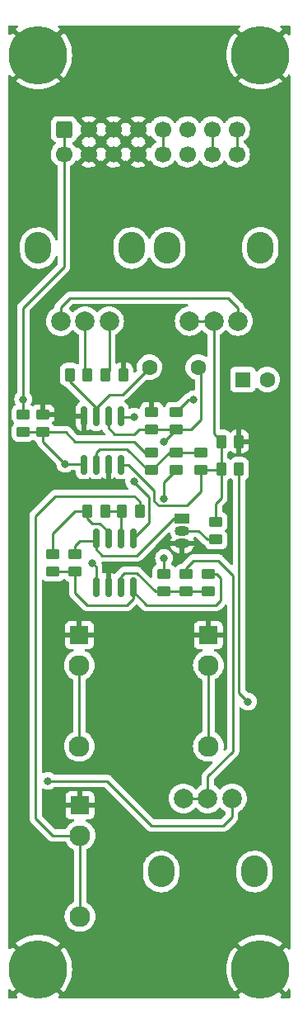
<source format=gbr>
%TF.GenerationSoftware,KiCad,Pcbnew,(6.0.0-0)*%
%TF.CreationDate,2022-12-05T16:43:44-05:00*%
%TF.ProjectId,LFO,4c464f2e-6b69-4636-9164-5f7063625858,rev?*%
%TF.SameCoordinates,Original*%
%TF.FileFunction,Copper,L2,Bot*%
%TF.FilePolarity,Positive*%
%FSLAX46Y46*%
G04 Gerber Fmt 4.6, Leading zero omitted, Abs format (unit mm)*
G04 Created by KiCad (PCBNEW (6.0.0-0)) date 2022-12-05 16:43:44*
%MOMM*%
%LPD*%
G01*
G04 APERTURE LIST*
G04 Aperture macros list*
%AMRoundRect*
0 Rectangle with rounded corners*
0 $1 Rounding radius*
0 $2 $3 $4 $5 $6 $7 $8 $9 X,Y pos of 4 corners*
0 Add a 4 corners polygon primitive as box body*
4,1,4,$2,$3,$4,$5,$6,$7,$8,$9,$2,$3,0*
0 Add four circle primitives for the rounded corners*
1,1,$1+$1,$2,$3*
1,1,$1+$1,$4,$5*
1,1,$1+$1,$6,$7*
1,1,$1+$1,$8,$9*
0 Add four rect primitives between the rounded corners*
20,1,$1+$1,$2,$3,$4,$5,0*
20,1,$1+$1,$4,$5,$6,$7,0*
20,1,$1+$1,$6,$7,$8,$9,0*
20,1,$1+$1,$8,$9,$2,$3,0*%
G04 Aperture macros list end*
%TA.AperFunction,SMDPad,CuDef*%
%ADD10RoundRect,0.150000X0.150000X-0.825000X0.150000X0.825000X-0.150000X0.825000X-0.150000X-0.825000X0*%
%TD*%
%TA.AperFunction,ComponentPad*%
%ADD11R,1.600000X1.600000*%
%TD*%
%TA.AperFunction,ComponentPad*%
%ADD12C,1.600000*%
%TD*%
%TA.AperFunction,SMDPad,CuDef*%
%ADD13RoundRect,0.250000X0.450000X-0.262500X0.450000X0.262500X-0.450000X0.262500X-0.450000X-0.262500X0*%
%TD*%
%TA.AperFunction,SMDPad,CuDef*%
%ADD14RoundRect,0.250000X-0.450000X0.262500X-0.450000X-0.262500X0.450000X-0.262500X0.450000X0.262500X0*%
%TD*%
%TA.AperFunction,SMDPad,CuDef*%
%ADD15RoundRect,0.250000X-0.262500X-0.450000X0.262500X-0.450000X0.262500X0.450000X-0.262500X0.450000X0*%
%TD*%
%TA.AperFunction,SMDPad,CuDef*%
%ADD16RoundRect,0.250000X0.262500X0.450000X-0.262500X0.450000X-0.262500X-0.450000X0.262500X-0.450000X0*%
%TD*%
%TA.AperFunction,ComponentPad*%
%ADD17R,1.500000X1.050000*%
%TD*%
%TA.AperFunction,ComponentPad*%
%ADD18O,1.500000X1.050000*%
%TD*%
%TA.AperFunction,ComponentPad*%
%ADD19C,1.700000*%
%TD*%
%TA.AperFunction,ComponentPad*%
%ADD20RoundRect,0.250000X-0.600000X0.600000X-0.600000X-0.600000X0.600000X-0.600000X0.600000X0.600000X0*%
%TD*%
%TA.AperFunction,ComponentPad*%
%ADD21O,2.720000X3.240000*%
%TD*%
%TA.AperFunction,ComponentPad*%
%ADD22C,2.000000*%
%TD*%
%TA.AperFunction,ComponentPad*%
%ADD23R,1.930000X1.830000*%
%TD*%
%TA.AperFunction,ComponentPad*%
%ADD24C,2.130000*%
%TD*%
%TA.AperFunction,ComponentPad*%
%ADD25C,6.000000*%
%TD*%
%TA.AperFunction,ComponentPad*%
%ADD26C,0.800000*%
%TD*%
%TA.AperFunction,ViaPad*%
%ADD27C,0.800000*%
%TD*%
%TA.AperFunction,Conductor*%
%ADD28C,0.250000*%
%TD*%
G04 APERTURE END LIST*
D10*
%TO.P,U3,1*%
%TO.N,Net-(U3-Pad1)*%
X135255000Y-115505000D03*
%TO.P,U3,2,-*%
%TO.N,Net-(U3-Pad2)*%
X133985000Y-115505000D03*
%TO.P,U3,3,+*%
%TO.N,GND*%
X132715000Y-115505000D03*
%TO.P,U3,4,V-*%
%TO.N,-5V*%
X131445000Y-115505000D03*
%TO.P,U3,5,+*%
%TO.N,Net-(Q1-Pad1)*%
X131445000Y-110555000D03*
%TO.P,U3,6,-*%
%TO.N,Net-(U3-Pad6)*%
X132715000Y-110555000D03*
%TO.P,U3,7*%
%TO.N,Net-(U3-Pad7)*%
X133985000Y-110555000D03*
%TO.P,U3,8,V+*%
%TO.N,+5V*%
X135255000Y-110555000D03*
%TD*%
%TO.P,U2,1*%
%TO.N,/SQR_B*%
X133985000Y-102955500D03*
%TO.P,U2,2,-*%
%TO.N,GND*%
X132715000Y-102955500D03*
%TO.P,U2,3,+*%
%TO.N,Net-(R1-Pad2)*%
X131445000Y-102955500D03*
%TO.P,U2,4,V-*%
%TO.N,-5V*%
X130175000Y-102955500D03*
%TO.P,U2,5,+*%
%TO.N,GND*%
X130175000Y-98005500D03*
%TO.P,U2,6,-*%
%TO.N,Net-(C1-Pad1)*%
X131445000Y-98005500D03*
%TO.P,U2,7*%
%TO.N,/TRI_B*%
X132715000Y-98005500D03*
%TO.P,U2,8,V+*%
%TO.N,+5V*%
X133985000Y-98005500D03*
%TD*%
D11*
%TO.P,C2,1*%
%TO.N,Net-(C2-Pad1)*%
X146558000Y-94234000D03*
D12*
%TO.P,C2,2*%
%TO.N,TRIANGLE*%
X149058000Y-94234000D03*
%TD*%
D13*
%TO.P,R13,1*%
%TO.N,Net-(U3-Pad2)*%
X143002000Y-115974500D03*
%TO.P,R13,2*%
%TO.N,Net-(U3-Pad1)*%
X143002000Y-114149500D03*
%TD*%
D14*
%TO.P,R3,1*%
%TO.N,Net-(R1-Pad2)*%
X142200000Y-101703500D03*
%TO.P,R3,2*%
%TO.N,/SQR_B*%
X142200000Y-103528500D03*
%TD*%
D15*
%TO.P,R7,2*%
%TO.N,Net-(R7-Pad2)*%
X130556000Y-93726000D03*
%TO.P,R7,1*%
%TO.N,Net-(C1-Pad1)*%
X128731000Y-93726000D03*
%TD*%
D14*
%TO.P,R2,1*%
%TO.N,Net-(R1-Pad2)*%
X139700000Y-101703500D03*
%TO.P,R2,2*%
%TO.N,/TRI_B*%
X139700000Y-103528500D03*
%TD*%
D16*
%TO.P,R4,2*%
%TO.N,Net-(R4-Pad2)*%
X132437500Y-93726000D03*
%TO.P,R4,1*%
%TO.N,GND*%
X134262500Y-93726000D03*
%TD*%
D14*
%TO.P,R9,1*%
%TO.N,Net-(C2-Pad1)*%
X139700000Y-97536000D03*
%TO.P,R9,2*%
%TO.N,/TRI_B*%
X139700000Y-99361000D03*
%TD*%
%TO.P,R8,1*%
%TO.N,GND*%
X137160000Y-97536000D03*
%TO.P,R8,2*%
%TO.N,/TRI_B*%
X137160000Y-99361000D03*
%TD*%
D13*
%TO.P,R15,1*%
%TO.N,Net-(U3-Pad1)*%
X127000000Y-113942500D03*
%TO.P,R15,2*%
%TO.N,Net-(U3-Pad6)*%
X127000000Y-112117500D03*
%TD*%
%TO.P,R14,1*%
%TO.N,Net-(U3-Pad1)*%
X129286000Y-113942500D03*
%TO.P,R14,2*%
%TO.N,Net-(Q1-Pad1)*%
X129286000Y-112117500D03*
%TD*%
D14*
%TO.P,R1,1*%
%TO.N,-5V*%
X137160000Y-101703500D03*
%TO.P,R1,2*%
%TO.N,Net-(R1-Pad2)*%
X137160000Y-103528500D03*
%TD*%
%TO.P,R12,2*%
%TO.N,Net-(Q1-Pad2)*%
X143764000Y-110640500D03*
%TO.P,R12,1*%
%TO.N,/SQR_B*%
X143764000Y-108815500D03*
%TD*%
D17*
%TO.P,Q1,1,C*%
%TO.N,Net-(Q1-Pad1)*%
X140314000Y-108458000D03*
D18*
%TO.P,Q1,2,B*%
%TO.N,Net-(Q1-Pad2)*%
X140314000Y-109728000D03*
%TO.P,Q1,3,E*%
%TO.N,GND*%
X140314000Y-110998000D03*
%TD*%
D15*
%TO.P,R17,1*%
%TO.N,Net-(U3-Pad7)*%
X134112000Y-107696000D03*
%TO.P,R17,2*%
%TO.N,SAW*%
X135937000Y-107696000D03*
%TD*%
%TO.P,R16,1*%
%TO.N,Net-(U3-Pad6)*%
X130556000Y-107696000D03*
%TO.P,R16,2*%
%TO.N,Net-(U3-Pad7)*%
X132381000Y-107696000D03*
%TD*%
D13*
%TO.P,R19,1*%
%TO.N,-5V*%
X125984000Y-99615000D03*
%TO.P,R19,2*%
%TO.N,GND*%
X125984000Y-97790000D03*
%TD*%
%TO.P,R18,1*%
%TO.N,-5V*%
X123952000Y-99615000D03*
%TO.P,R18,2*%
%TO.N,-12V*%
X123952000Y-97790000D03*
%TD*%
D15*
%TO.P,R5,2*%
%TO.N,GND*%
X146160500Y-100584000D03*
%TO.P,R5,1*%
%TO.N,/SQR_B*%
X144335500Y-100584000D03*
%TD*%
D12*
%TO.P,C1,1*%
%TO.N,Net-(C1-Pad1)*%
X136946000Y-92964000D03*
%TO.P,C1,2*%
%TO.N,/TRI_B*%
X141946000Y-92964000D03*
%TD*%
D14*
%TO.P,R11,2*%
%TO.N,Net-(U3-Pad2)*%
X140716000Y-115974500D03*
%TO.P,R11,1*%
%TO.N,Net-(R11-Pad1)*%
X140716000Y-114149500D03*
%TD*%
%TO.P,R10,1*%
%TO.N,/TRI_B*%
X138430000Y-114149500D03*
%TO.P,R10,2*%
%TO.N,Net-(U3-Pad2)*%
X138430000Y-115974500D03*
%TD*%
D15*
%TO.P,R6,2*%
%TO.N,SQUARE*%
X146160500Y-103378000D03*
%TO.P,R6,1*%
%TO.N,/SQR_B*%
X144335500Y-103378000D03*
%TD*%
D19*
%TO.P,U1,8,GATE*%
%TO.N,unconnected-(U1-Pad8)*%
X145922000Y-71120000D03*
X145934000Y-68580000D03*
%TO.P,U1,7,CV*%
%TO.N,unconnected-(U1-Pad7)*%
X143394000Y-68580000D03*
X143382000Y-71120000D03*
%TO.P,U1,6,5V*%
%TO.N,+5V*%
X140842000Y-71120000D03*
X140854000Y-68580000D03*
%TO.P,U1,5,12V*%
%TO.N,unconnected-(U1-Pad5)*%
X138314000Y-68580000D03*
X138302000Y-71120000D03*
%TO.P,U1,4,GND*%
%TO.N,GND*%
X135762000Y-71120000D03*
X135774000Y-68580000D03*
%TO.P,U1,3,GND*%
X133222000Y-71120000D03*
X133234000Y-68580000D03*
%TO.P,U1,2,GND*%
X130694000Y-68580000D03*
X130682000Y-71120000D03*
%TO.P,U1,1,-12V*%
%TO.N,-12V*%
X128154000Y-71120000D03*
D20*
X128154000Y-68580000D03*
%TD*%
D21*
%TO.P,RV3,*%
%TO.N,*%
X138142000Y-144686000D03*
X147742000Y-144686000D03*
D22*
%TO.P,RV3,1,1*%
%TO.N,-12V*%
X145442000Y-137186000D03*
%TO.P,RV3,2,2*%
%TO.N,Net-(R11-Pad1)*%
X142942000Y-137186000D03*
%TO.P,RV3,3,3*%
X140442000Y-137186000D03*
%TD*%
D21*
%TO.P,RV2,*%
%TO.N,*%
X135104000Y-80758000D03*
X125504000Y-80758000D03*
D22*
%TO.P,RV2,1,1*%
%TO.N,Net-(RV1-Pad3)*%
X127804000Y-88258000D03*
%TO.P,RV2,2,2*%
%TO.N,Net-(R7-Pad2)*%
X130304000Y-88258000D03*
%TO.P,RV2,3,3*%
%TO.N,Net-(R4-Pad2)*%
X132804000Y-88258000D03*
%TD*%
D21*
%TO.P,RV1,*%
%TO.N,*%
X148362500Y-80729000D03*
X138762500Y-80729000D03*
D22*
%TO.P,RV1,1,1*%
%TO.N,/SQR_B*%
X141062500Y-88229000D03*
%TO.P,RV1,2,2*%
X143562500Y-88229000D03*
%TO.P,RV1,3,3*%
%TO.N,Net-(RV1-Pad3)*%
X146062500Y-88229000D03*
%TD*%
D23*
%TO.P,J3,G*%
%TO.N,GND*%
X129734000Y-120426000D03*
D24*
%TO.P,J3,S*%
%TO.N,SQUARE*%
X129734000Y-123526000D03*
%TO.P,J3,T*%
X129734000Y-131826000D03*
%TD*%
D23*
%TO.P,J2,G*%
%TO.N,GND*%
X143002000Y-120426000D03*
D24*
%TO.P,J2,S*%
%TO.N,TRIANGLE*%
X143002000Y-123526000D03*
%TO.P,J2,T*%
X143002000Y-131826000D03*
%TD*%
D23*
%TO.P,J1,G*%
%TO.N,GND*%
X129794000Y-137876000D03*
D24*
%TO.P,J1,S*%
%TO.N,SAW*%
X129794000Y-140976000D03*
%TO.P,J1,T*%
X129794000Y-149276000D03*
%TD*%
D25*
%TO.P,H4,1,1*%
%TO.N,GND*%
X148336000Y-60960000D03*
D26*
X150586000Y-60960000D03*
X149926990Y-62550990D03*
X148336000Y-63210000D03*
X146745010Y-62550990D03*
X146086000Y-60960000D03*
X146745010Y-59369010D03*
X148336000Y-58710000D03*
X149926990Y-59369010D03*
%TD*%
D25*
%TO.P,H3,1,1*%
%TO.N,GND*%
X125476000Y-154686000D03*
D26*
X127726000Y-154686000D03*
X127066990Y-156276990D03*
X125476000Y-156936000D03*
X123885010Y-156276990D03*
X123226000Y-154686000D03*
X123885010Y-153095010D03*
X125476000Y-152436000D03*
X127066990Y-153095010D03*
%TD*%
D25*
%TO.P,H2,1,1*%
%TO.N,GND*%
X148336000Y-154686000D03*
D26*
X150586000Y-154686000D03*
X149926990Y-156276990D03*
X148336000Y-156936000D03*
X146745010Y-156276990D03*
X146086000Y-154686000D03*
X146745010Y-153095010D03*
X148336000Y-152436000D03*
X149926990Y-153095010D03*
%TD*%
D25*
%TO.P,H1,1,1*%
%TO.N,GND*%
X125476000Y-60960000D03*
D26*
X127726000Y-60960000D03*
X127066990Y-62550990D03*
X125476000Y-63210000D03*
X123885010Y-62550990D03*
X123226000Y-60960000D03*
X123885010Y-59369010D03*
X125476000Y-58710000D03*
X127066990Y-59369010D03*
%TD*%
D27*
%TO.N,GND*%
X147320000Y-110998000D03*
X132842000Y-113538000D03*
X128016000Y-116332000D03*
X126492000Y-91694000D03*
X134366000Y-91694000D03*
%TO.N,+5V*%
X135382002Y-104648000D03*
X135382000Y-98044000D03*
%TO.N,Net-(C2-Pad1)*%
X141478000Y-96266000D03*
%TO.N,/TRI_B*%
X138430000Y-100584000D03*
%TO.N,-5V*%
X131064000Y-113030000D03*
X128270000Y-102870000D03*
%TO.N,-12V*%
X126492000Y-135382000D03*
X123952000Y-96266000D03*
%TO.N,SQUARE*%
X147066000Y-127254000D03*
%TO.N,/TRI_B*%
X138430000Y-112522000D03*
X138430002Y-106426000D03*
%TD*%
D28*
%TO.N,/TRI_B*%
X141946000Y-92964000D02*
X142240000Y-93258000D01*
X142240000Y-93258000D02*
X142240000Y-98298000D01*
X142240000Y-98298000D02*
X141177000Y-99361000D01*
X141177000Y-99361000D02*
X139700000Y-99361000D01*
%TO.N,Net-(C2-Pad1)*%
X140970000Y-96266000D02*
X141478000Y-96266000D01*
X139700000Y-97536000D02*
X140970000Y-96266000D01*
%TO.N,Net-(C1-Pad1)*%
X134152000Y-95758000D02*
X132842000Y-95758000D01*
X132842000Y-95758000D02*
X131445000Y-97155000D01*
X136946000Y-92964000D02*
X134152000Y-95758000D01*
%TO.N,/SQR_B*%
X134789098Y-102955500D02*
X137414000Y-105580402D01*
X137414000Y-105580402D02*
X137414000Y-106688600D01*
X137414000Y-106688600D02*
X137875901Y-107150501D01*
X137875901Y-107150501D02*
X140757800Y-107150501D01*
X133985000Y-102955500D02*
X134789098Y-102955500D01*
X140757800Y-107150501D02*
X142200000Y-105708301D01*
X142200000Y-105708301D02*
X142200000Y-103528500D01*
%TO.N,/TRI_B*%
X139700000Y-103528500D02*
X138430002Y-104798498D01*
X138430002Y-104798498D02*
X138430002Y-106426000D01*
%TO.N,+5V*%
X136906000Y-108904000D02*
X136906000Y-106308304D01*
X135382002Y-104784306D02*
X135382002Y-104648000D01*
X135255000Y-110555000D02*
X136906000Y-108904000D01*
X136906000Y-106308304D02*
X135382002Y-104784306D01*
%TO.N,GND*%
X132715000Y-115505000D02*
X132715000Y-113665000D01*
X132715000Y-113665000D02*
X132842000Y-113538000D01*
X134262500Y-93726000D02*
X134262500Y-91797500D01*
X134262500Y-91797500D02*
X134366000Y-91694000D01*
%TO.N,Net-(RV1-Pad3)*%
X127804000Y-88258000D02*
X127804000Y-86826000D01*
X127804000Y-86826000D02*
X128778000Y-85852000D01*
X128778000Y-85852000D02*
X145034000Y-85852000D01*
X146062500Y-86880500D02*
X146062500Y-88229000D01*
X145034000Y-85852000D02*
X146062500Y-86880500D01*
%TO.N,unconnected-(U1-Pad5)*%
X138302000Y-71120000D02*
X138302000Y-68592000D01*
X138302000Y-68592000D02*
X138314000Y-68580000D01*
%TO.N,unconnected-(U1-Pad8)*%
X145934000Y-68580000D02*
X145934000Y-71108000D01*
X145934000Y-71108000D02*
X145922000Y-71120000D01*
%TO.N,unconnected-(U1-Pad7)*%
X143382000Y-71120000D02*
X143382000Y-68592000D01*
X143382000Y-68592000D02*
X143394000Y-68580000D01*
%TO.N,-12V*%
X128154000Y-71120000D02*
X128154000Y-82666000D01*
X128154000Y-82666000D02*
X123952000Y-86868000D01*
X123952000Y-86868000D02*
X123952000Y-96266000D01*
X128154000Y-68580000D02*
X128154000Y-71120000D01*
%TO.N,-5V*%
X137160000Y-101703500D02*
X136501500Y-101703500D01*
X136501500Y-101703500D02*
X135382000Y-100584000D01*
X135382000Y-100584000D02*
X129286000Y-100584000D01*
X128317000Y-99615000D02*
X125984000Y-99615000D01*
X129286000Y-100584000D02*
X128317000Y-99615000D01*
%TO.N,Net-(R1-Pad2)*%
X131445000Y-102955500D02*
X131445000Y-101727000D01*
X131445000Y-101727000D02*
X131826000Y-101346000D01*
X131826000Y-101346000D02*
X134620000Y-101346000D01*
X134620000Y-101346000D02*
X136802500Y-103528500D01*
X136802500Y-103528500D02*
X137160000Y-103528500D01*
%TO.N,+5V*%
X135382000Y-98044000D02*
X134023500Y-98044000D01*
X134023500Y-98044000D02*
X133985000Y-98005500D01*
%TO.N,/TRI_B*%
X132715000Y-98005500D02*
X132715000Y-99187000D01*
X133350000Y-99822000D02*
X135382000Y-99822000D01*
X135382000Y-99822000D02*
X135890000Y-99314000D01*
X137113000Y-99314000D02*
X137160000Y-99361000D01*
X132715000Y-99187000D02*
X133350000Y-99822000D01*
X135890000Y-99314000D02*
X137113000Y-99314000D01*
%TO.N,Net-(R7-Pad2)*%
X130556000Y-93726000D02*
X130304000Y-93474000D01*
X130304000Y-93474000D02*
X130304000Y-88258000D01*
%TO.N,Net-(R4-Pad2)*%
X132437500Y-93726000D02*
X132804000Y-93359500D01*
X132804000Y-93359500D02*
X132804000Y-88258000D01*
%TO.N,Net-(C1-Pad1)*%
X128731000Y-93726000D02*
X128731000Y-94441000D01*
X128731000Y-94441000D02*
X131445000Y-97155000D01*
X131445000Y-97155000D02*
X131445000Y-98005500D01*
%TO.N,/SQR_B*%
X141062500Y-88229000D02*
X143562500Y-88229000D01*
X144335500Y-100584000D02*
X143562500Y-99811000D01*
X143562500Y-99811000D02*
X143562500Y-88229000D01*
X144335500Y-103378000D02*
X144335500Y-100584000D01*
%TO.N,/TRI_B*%
X139700000Y-99361000D02*
X139653000Y-99361000D01*
X139653000Y-99361000D02*
X138430000Y-100584000D01*
X139700000Y-99361000D02*
X137160000Y-99361000D01*
%TO.N,Net-(R1-Pad2)*%
X139700000Y-101703500D02*
X138985000Y-101703500D01*
X138985000Y-101703500D02*
X137160000Y-103528500D01*
X139700000Y-101703500D02*
X142200000Y-101703500D01*
%TO.N,-5V*%
X128270000Y-102870000D02*
X125984000Y-100584000D01*
X125984000Y-100584000D02*
X125984000Y-99615000D01*
X131445000Y-115505000D02*
X131445000Y-113411000D01*
X131445000Y-113411000D02*
X131064000Y-113030000D01*
X128270000Y-102870000D02*
X130089500Y-102870000D01*
X130089500Y-102870000D02*
X130175000Y-102955500D01*
%TO.N,SAW*%
X129794000Y-140976000D02*
X127006000Y-140976000D01*
X127006000Y-140976000D02*
X125222000Y-139192000D01*
X125222000Y-139192000D02*
X125222000Y-108204000D01*
X125222000Y-108204000D02*
X127254000Y-106172000D01*
X135937000Y-106727000D02*
X135937000Y-107696000D01*
X127254000Y-106172000D02*
X135382000Y-106172000D01*
X135382000Y-106172000D02*
X135937000Y-106727000D01*
X129794000Y-140976000D02*
X129794000Y-149276000D01*
%TO.N,-5V*%
X123952000Y-99615000D02*
X125984000Y-99615000D01*
%TO.N,-12V*%
X137160000Y-139954000D02*
X136144000Y-138938000D01*
X145442000Y-139038000D02*
X144526000Y-139954000D01*
X130302000Y-135382000D02*
X126492000Y-135382000D01*
X132588000Y-135382000D02*
X130302000Y-135382000D01*
X145442000Y-137186000D02*
X145442000Y-139038000D01*
X144526000Y-139954000D02*
X137160000Y-139954000D01*
X136144000Y-138938000D02*
X132588000Y-135382000D01*
X123952000Y-96266000D02*
X123952000Y-97790000D01*
%TO.N,SQUARE*%
X146160500Y-103378000D02*
X146160500Y-126348500D01*
X146160500Y-126348500D02*
X147066000Y-127254000D01*
%TO.N,Net-(Q1-Pad1)*%
X131445000Y-110555000D02*
X131445000Y-111633000D01*
X131445000Y-111633000D02*
X132080000Y-112268000D01*
X132080000Y-112268000D02*
X135636000Y-112268000D01*
X135636000Y-112268000D02*
X139446000Y-108458000D01*
X139446000Y-108458000D02*
X140314000Y-108458000D01*
%TO.N,/TRI_B*%
X138430000Y-114149500D02*
X138430000Y-112522000D01*
%TO.N,Net-(U3-Pad6)*%
X127000000Y-112117500D02*
X127000000Y-109982000D01*
X127000000Y-109982000D02*
X129286000Y-107696000D01*
X129286000Y-107696000D02*
X130556000Y-107696000D01*
%TO.N,Net-(Q1-Pad1)*%
X131445000Y-110555000D02*
X131256000Y-110744000D01*
X131256000Y-110744000D02*
X129794000Y-110744000D01*
X129794000Y-110744000D02*
X129286000Y-111252000D01*
X129286000Y-111252000D02*
X129286000Y-112117500D01*
%TO.N,Net-(U3-Pad6)*%
X132715000Y-110555000D02*
X132715000Y-109855000D01*
X132715000Y-109855000D02*
X131826000Y-108966000D01*
X131064000Y-108966000D02*
X130556000Y-108458000D01*
X131826000Y-108966000D02*
X131064000Y-108966000D01*
X130556000Y-108458000D02*
X130556000Y-107696000D01*
%TO.N,Net-(U3-Pad7)*%
X132381000Y-107696000D02*
X134112000Y-107696000D01*
X133985000Y-110555000D02*
X133985000Y-107823000D01*
X133985000Y-107823000D02*
X134112000Y-107696000D01*
%TO.N,/SQR_B*%
X142200000Y-103528500D02*
X144185000Y-103528500D01*
X144185000Y-103528500D02*
X144335500Y-103378000D01*
X143764000Y-108815500D02*
X143764000Y-106934000D01*
X144335500Y-106362500D02*
X144335500Y-103378000D01*
X143764000Y-106934000D02*
X144335500Y-106362500D01*
%TO.N,Net-(Q1-Pad2)*%
X143764000Y-110640500D02*
X142898500Y-110640500D01*
X142898500Y-110640500D02*
X141986000Y-109728000D01*
X141986000Y-109728000D02*
X140314000Y-109728000D01*
%TO.N,SQUARE*%
X129734000Y-131826000D02*
X129734000Y-123526000D01*
%TO.N,TRIANGLE*%
X143002000Y-131826000D02*
X143002000Y-123526000D01*
%TO.N,Net-(R11-Pad1)*%
X140442000Y-137186000D02*
X142942000Y-137186000D01*
X140716000Y-114149500D02*
X140716000Y-113538000D01*
X140716000Y-113538000D02*
X141478000Y-112776000D01*
X141478000Y-112776000D02*
X144018000Y-112776000D01*
X142942000Y-134934000D02*
X142942000Y-137186000D01*
X144018000Y-112776000D02*
X145542000Y-114300000D01*
X145542000Y-114300000D02*
X145542000Y-132334000D01*
X145542000Y-132334000D02*
X142942000Y-134934000D01*
%TO.N,Net-(U3-Pad1)*%
X143002000Y-114149500D02*
X143867500Y-114149500D01*
X143867500Y-114149500D02*
X144272000Y-114554000D01*
X144272000Y-114554000D02*
X144272000Y-116840000D01*
X144272000Y-116840000D02*
X143764000Y-117348000D01*
X143764000Y-117348000D02*
X136652000Y-117348000D01*
X136652000Y-117348000D02*
X135255000Y-115951000D01*
X135255000Y-115951000D02*
X135255000Y-115505000D01*
%TO.N,Net-(U3-Pad2)*%
X138430000Y-115974500D02*
X143002000Y-115974500D01*
X138430000Y-115974500D02*
X137564500Y-115974500D01*
X137564500Y-115974500D02*
X135636000Y-114046000D01*
X135636000Y-114046000D02*
X134366000Y-114046000D01*
X134366000Y-114046000D02*
X133985000Y-114427000D01*
X133985000Y-114427000D02*
X133985000Y-115505000D01*
%TO.N,Net-(U3-Pad1)*%
X129286000Y-113942500D02*
X129286000Y-116078000D01*
X129286000Y-116078000D02*
X130556000Y-117348000D01*
X130556000Y-117348000D02*
X134620000Y-117348000D01*
X134620000Y-117348000D02*
X135255000Y-116713000D01*
X135255000Y-116713000D02*
X135255000Y-115505000D01*
X129286000Y-113942500D02*
X127000000Y-113942500D01*
%TD*%
%TA.AperFunction,Conductor*%
%TO.N,GND*%
G36*
X123378008Y-57932002D02*
G01*
X123424501Y-57985658D01*
X123434605Y-58055932D01*
X123405111Y-58120512D01*
X123389181Y-58135921D01*
X123194366Y-58293678D01*
X123185900Y-58305933D01*
X123192234Y-58317024D01*
X125463188Y-60587978D01*
X125477132Y-60595592D01*
X125478965Y-60595461D01*
X125485580Y-60591210D01*
X127758900Y-58317890D01*
X127766040Y-58304814D01*
X127758582Y-58294446D01*
X127562819Y-58135921D01*
X127522467Y-58077507D01*
X127520101Y-58006549D01*
X127556474Y-57945578D01*
X127620036Y-57913949D01*
X127642113Y-57912000D01*
X146169887Y-57912000D01*
X146238008Y-57932002D01*
X146284501Y-57985658D01*
X146294605Y-58055932D01*
X146265111Y-58120512D01*
X146249181Y-58135921D01*
X146054366Y-58293678D01*
X146045900Y-58305933D01*
X146052234Y-58317024D01*
X148323188Y-60587978D01*
X148337132Y-60595592D01*
X148338965Y-60595461D01*
X148345580Y-60591210D01*
X150618900Y-58317890D01*
X150626040Y-58304814D01*
X150618582Y-58294446D01*
X150422819Y-58135921D01*
X150382467Y-58077507D01*
X150380101Y-58006549D01*
X150416474Y-57945578D01*
X150480036Y-57913949D01*
X150502113Y-57912000D01*
X151292000Y-57912000D01*
X151360121Y-57932002D01*
X151406614Y-57985658D01*
X151418000Y-58038000D01*
X151418000Y-58839533D01*
X151397998Y-58907654D01*
X151344342Y-58954147D01*
X151274068Y-58964251D01*
X151209488Y-58934757D01*
X151186327Y-58908157D01*
X151179717Y-58897979D01*
X151175854Y-58892662D01*
X151002322Y-58678366D01*
X150990067Y-58669900D01*
X150978976Y-58676234D01*
X148708022Y-60947188D01*
X148700408Y-60961132D01*
X148700539Y-60962965D01*
X148704790Y-60969580D01*
X150978110Y-63242900D01*
X150991186Y-63250040D01*
X151001554Y-63242582D01*
X151175854Y-63027338D01*
X151179717Y-63022021D01*
X151186327Y-63011843D01*
X151240204Y-62965606D01*
X151310525Y-62955836D01*
X151374965Y-62985636D01*
X151413064Y-63045544D01*
X151418000Y-63080467D01*
X151418000Y-152565533D01*
X151397998Y-152633654D01*
X151344342Y-152680147D01*
X151274068Y-152690251D01*
X151209488Y-152660757D01*
X151186327Y-152634157D01*
X151179717Y-152623979D01*
X151175854Y-152618662D01*
X151002322Y-152404366D01*
X150990067Y-152395900D01*
X150978976Y-152402234D01*
X148708022Y-154673188D01*
X148700408Y-154687132D01*
X148700539Y-154688965D01*
X148704790Y-154695580D01*
X150978110Y-156968900D01*
X150991186Y-156976040D01*
X151001554Y-156968582D01*
X151175854Y-156753338D01*
X151179717Y-156748021D01*
X151186327Y-156737843D01*
X151240204Y-156691606D01*
X151310525Y-156681836D01*
X151374965Y-156711636D01*
X151413064Y-156771544D01*
X151418000Y-156806467D01*
X151418000Y-157558000D01*
X151397998Y-157626121D01*
X151344342Y-157672614D01*
X151292000Y-157684000D01*
X150563859Y-157684000D01*
X150495738Y-157663998D01*
X150449245Y-157610342D01*
X150439141Y-157540068D01*
X150468635Y-157475488D01*
X150484565Y-157460080D01*
X150617633Y-157352324D01*
X150626100Y-157340067D01*
X150619766Y-157328976D01*
X148348812Y-155058022D01*
X148334868Y-155050408D01*
X148333035Y-155050539D01*
X148326420Y-155054790D01*
X146053100Y-157328110D01*
X146045960Y-157341186D01*
X146053420Y-157351557D01*
X146187435Y-157460080D01*
X146227787Y-157518494D01*
X146230153Y-157589451D01*
X146193780Y-157650423D01*
X146130218Y-157682051D01*
X146108141Y-157684000D01*
X127703859Y-157684000D01*
X127635738Y-157663998D01*
X127589245Y-157610342D01*
X127579141Y-157540068D01*
X127608635Y-157475488D01*
X127624565Y-157460080D01*
X127757633Y-157352324D01*
X127766100Y-157340067D01*
X127759766Y-157328976D01*
X125488812Y-155058022D01*
X125474868Y-155050408D01*
X125473035Y-155050539D01*
X125466420Y-155054790D01*
X123193100Y-157328110D01*
X123185960Y-157341186D01*
X123193420Y-157351557D01*
X123327435Y-157460080D01*
X123367787Y-157518494D01*
X123370153Y-157589451D01*
X123333780Y-157650423D01*
X123270218Y-157682051D01*
X123248141Y-157684000D01*
X122554000Y-157684000D01*
X122485879Y-157663998D01*
X122439386Y-157610342D01*
X122428000Y-157558000D01*
X122428000Y-156852113D01*
X122448002Y-156783992D01*
X122501658Y-156737499D01*
X122571932Y-156727395D01*
X122636512Y-156756889D01*
X122651921Y-156772819D01*
X122809678Y-156967634D01*
X122821933Y-156976100D01*
X122833024Y-156969766D01*
X125103978Y-154698812D01*
X125110356Y-154687132D01*
X125840408Y-154687132D01*
X125840539Y-154688965D01*
X125844790Y-154695580D01*
X128118110Y-156968900D01*
X128131186Y-156976040D01*
X128141554Y-156968582D01*
X128315854Y-156753338D01*
X128319721Y-156748016D01*
X128516387Y-156445177D01*
X128519683Y-156439468D01*
X128683620Y-156117725D01*
X128686296Y-156111714D01*
X128815700Y-155774605D01*
X128817740Y-155768328D01*
X128911198Y-155419537D01*
X128912567Y-155413099D01*
X128969055Y-155056440D01*
X128969743Y-155049896D01*
X128988641Y-154689301D01*
X144823359Y-154689301D01*
X144842257Y-155049896D01*
X144842945Y-155056440D01*
X144899433Y-155413099D01*
X144900802Y-155419537D01*
X144994260Y-155768328D01*
X144996300Y-155774605D01*
X145125704Y-156111714D01*
X145128380Y-156117725D01*
X145292317Y-156439468D01*
X145295613Y-156445177D01*
X145492279Y-156748016D01*
X145496146Y-156753338D01*
X145669678Y-156967634D01*
X145681933Y-156976100D01*
X145693024Y-156969766D01*
X147963978Y-154698812D01*
X147971592Y-154684868D01*
X147971461Y-154683035D01*
X147967210Y-154676420D01*
X145693890Y-152403100D01*
X145680814Y-152395960D01*
X145670446Y-152403418D01*
X145496146Y-152618662D01*
X145492279Y-152623984D01*
X145295613Y-152926823D01*
X145292317Y-152932532D01*
X145128380Y-153254275D01*
X145125704Y-153260286D01*
X144996300Y-153597395D01*
X144994260Y-153603672D01*
X144900802Y-153952463D01*
X144899433Y-153958901D01*
X144842945Y-154315560D01*
X144842257Y-154322104D01*
X144823359Y-154682699D01*
X144823359Y-154689301D01*
X128988641Y-154689301D01*
X128988641Y-154682699D01*
X128969743Y-154322104D01*
X128969055Y-154315560D01*
X128912567Y-153958901D01*
X128911198Y-153952463D01*
X128817740Y-153603672D01*
X128815700Y-153597395D01*
X128686296Y-153260286D01*
X128683620Y-153254275D01*
X128519683Y-152932532D01*
X128516387Y-152926823D01*
X128319721Y-152623984D01*
X128315854Y-152618662D01*
X128142322Y-152404366D01*
X128130067Y-152395900D01*
X128118976Y-152402234D01*
X125848022Y-154673188D01*
X125840408Y-154687132D01*
X125110356Y-154687132D01*
X125111592Y-154684868D01*
X125111461Y-154683035D01*
X125107210Y-154676420D01*
X122833890Y-152403100D01*
X122820814Y-152395960D01*
X122810446Y-152403418D01*
X122651921Y-152599181D01*
X122593507Y-152639533D01*
X122522549Y-152641899D01*
X122461578Y-152605526D01*
X122429949Y-152541964D01*
X122428000Y-152519887D01*
X122428000Y-152031933D01*
X123185900Y-152031933D01*
X123192234Y-152043024D01*
X125463188Y-154313978D01*
X125477132Y-154321592D01*
X125478965Y-154321461D01*
X125485580Y-154317210D01*
X127758900Y-152043890D01*
X127765429Y-152031933D01*
X146045900Y-152031933D01*
X146052234Y-152043024D01*
X148323188Y-154313978D01*
X148337132Y-154321592D01*
X148338965Y-154321461D01*
X148345580Y-154317210D01*
X150618900Y-152043890D01*
X150626040Y-152030814D01*
X150618582Y-152020446D01*
X150403338Y-151846146D01*
X150398016Y-151842279D01*
X150095177Y-151645613D01*
X150089468Y-151642317D01*
X149767725Y-151478380D01*
X149761714Y-151475704D01*
X149424605Y-151346300D01*
X149418328Y-151344260D01*
X149069537Y-151250802D01*
X149063099Y-151249433D01*
X148706440Y-151192945D01*
X148699896Y-151192257D01*
X148339301Y-151173359D01*
X148332699Y-151173359D01*
X147972104Y-151192257D01*
X147965560Y-151192945D01*
X147608901Y-151249433D01*
X147602463Y-151250802D01*
X147253672Y-151344260D01*
X147247395Y-151346300D01*
X146910286Y-151475704D01*
X146904275Y-151478380D01*
X146582532Y-151642317D01*
X146576823Y-151645613D01*
X146273984Y-151842279D01*
X146268662Y-151846146D01*
X146054366Y-152019678D01*
X146045900Y-152031933D01*
X127765429Y-152031933D01*
X127766040Y-152030814D01*
X127758582Y-152020446D01*
X127543338Y-151846146D01*
X127538016Y-151842279D01*
X127235177Y-151645613D01*
X127229468Y-151642317D01*
X126907725Y-151478380D01*
X126901714Y-151475704D01*
X126564605Y-151346300D01*
X126558328Y-151344260D01*
X126209537Y-151250802D01*
X126203099Y-151249433D01*
X125846440Y-151192945D01*
X125839896Y-151192257D01*
X125479301Y-151173359D01*
X125472699Y-151173359D01*
X125112104Y-151192257D01*
X125105560Y-151192945D01*
X124748901Y-151249433D01*
X124742463Y-151250802D01*
X124393672Y-151344260D01*
X124387395Y-151346300D01*
X124050286Y-151475704D01*
X124044275Y-151478380D01*
X123722532Y-151642317D01*
X123716823Y-151645613D01*
X123413984Y-151842279D01*
X123408662Y-151846146D01*
X123194366Y-152019678D01*
X123185900Y-152031933D01*
X122428000Y-152031933D01*
X122428000Y-99927900D01*
X122743500Y-99927900D01*
X122743837Y-99931146D01*
X122743837Y-99931150D01*
X122752686Y-100016431D01*
X122754474Y-100033666D01*
X122810450Y-100201446D01*
X122903522Y-100351848D01*
X123028697Y-100476805D01*
X123034927Y-100480645D01*
X123034928Y-100480646D01*
X123172090Y-100565194D01*
X123179262Y-100569615D01*
X123222632Y-100584000D01*
X123340611Y-100623132D01*
X123340613Y-100623132D01*
X123347139Y-100625297D01*
X123353975Y-100625997D01*
X123353978Y-100625998D01*
X123389663Y-100629654D01*
X123451600Y-100636000D01*
X124452400Y-100636000D01*
X124455646Y-100635663D01*
X124455650Y-100635663D01*
X124551308Y-100625738D01*
X124551312Y-100625737D01*
X124558166Y-100625026D01*
X124564702Y-100622845D01*
X124564704Y-100622845D01*
X124696806Y-100578772D01*
X124725946Y-100569050D01*
X124876348Y-100475978D01*
X124881521Y-100470796D01*
X124887258Y-100466249D01*
X124888686Y-100468051D01*
X124941226Y-100439309D01*
X125012045Y-100444319D01*
X125049024Y-100468042D01*
X125049771Y-100467096D01*
X125055517Y-100471634D01*
X125060697Y-100476805D01*
X125066927Y-100480645D01*
X125066928Y-100480646D01*
X125204090Y-100565194D01*
X125211262Y-100569615D01*
X125254632Y-100584000D01*
X125270378Y-100589223D01*
X125328738Y-100629654D01*
X125352897Y-100684013D01*
X125353327Y-100683888D01*
X125353327Y-100683889D01*
X125355538Y-100691499D01*
X125358978Y-100703339D01*
X125362987Y-100722700D01*
X125365526Y-100742797D01*
X125368445Y-100750168D01*
X125368445Y-100750170D01*
X125381804Y-100783912D01*
X125385649Y-100795142D01*
X125395771Y-100829983D01*
X125397982Y-100837593D01*
X125402015Y-100844412D01*
X125402017Y-100844417D01*
X125408293Y-100855028D01*
X125416988Y-100872776D01*
X125424448Y-100891617D01*
X125429110Y-100898033D01*
X125429110Y-100898034D01*
X125450436Y-100927387D01*
X125456952Y-100937307D01*
X125474925Y-100967697D01*
X125479458Y-100975362D01*
X125493779Y-100989683D01*
X125506619Y-101004716D01*
X125518528Y-101021107D01*
X125524634Y-101026158D01*
X125552605Y-101049298D01*
X125561384Y-101057288D01*
X127322878Y-102818782D01*
X127356904Y-102881094D01*
X127359092Y-102894703D01*
X127376458Y-103059928D01*
X127435473Y-103241556D01*
X127530960Y-103406944D01*
X127658747Y-103548866D01*
X127813248Y-103661118D01*
X127819276Y-103663802D01*
X127819278Y-103663803D01*
X127981681Y-103736109D01*
X127987712Y-103738794D01*
X128081112Y-103758647D01*
X128168056Y-103777128D01*
X128168061Y-103777128D01*
X128174513Y-103778500D01*
X128365487Y-103778500D01*
X128371939Y-103777128D01*
X128371944Y-103777128D01*
X128458887Y-103758647D01*
X128552288Y-103738794D01*
X128558319Y-103736109D01*
X128720722Y-103663803D01*
X128720724Y-103663802D01*
X128726752Y-103661118D01*
X128881253Y-103548866D01*
X128885668Y-103543963D01*
X128890580Y-103539540D01*
X128891705Y-103540789D01*
X128945014Y-103507949D01*
X128978200Y-103503500D01*
X129240500Y-103503500D01*
X129308621Y-103523502D01*
X129355114Y-103577158D01*
X129366500Y-103629500D01*
X129366500Y-103847002D01*
X129369438Y-103884331D01*
X129415855Y-104044101D01*
X129419892Y-104050927D01*
X129496509Y-104180480D01*
X129496511Y-104180483D01*
X129500547Y-104187307D01*
X129618193Y-104304953D01*
X129625016Y-104308988D01*
X129625020Y-104308991D01*
X129732589Y-104372607D01*
X129761399Y-104389645D01*
X129769010Y-104391856D01*
X129769012Y-104391857D01*
X129821231Y-104407028D01*
X129921169Y-104436062D01*
X129927574Y-104436566D01*
X129927579Y-104436567D01*
X129956042Y-104438807D01*
X129956050Y-104438807D01*
X129958498Y-104439000D01*
X130391502Y-104439000D01*
X130393950Y-104438807D01*
X130393958Y-104438807D01*
X130422421Y-104436567D01*
X130422426Y-104436566D01*
X130428831Y-104436062D01*
X130528769Y-104407028D01*
X130580988Y-104391857D01*
X130580990Y-104391856D01*
X130588601Y-104389645D01*
X130731807Y-104304953D01*
X130734489Y-104302271D01*
X130798861Y-104276998D01*
X130868484Y-104290900D01*
X130884312Y-104301072D01*
X130888193Y-104304953D01*
X131031399Y-104389645D01*
X131039010Y-104391856D01*
X131039012Y-104391857D01*
X131091231Y-104407028D01*
X131191169Y-104436062D01*
X131197574Y-104436566D01*
X131197579Y-104436567D01*
X131226042Y-104438807D01*
X131226050Y-104438807D01*
X131228498Y-104439000D01*
X131661502Y-104439000D01*
X131663950Y-104438807D01*
X131663958Y-104438807D01*
X131692421Y-104436567D01*
X131692426Y-104436566D01*
X131698831Y-104436062D01*
X131798769Y-104407028D01*
X131850988Y-104391857D01*
X131850990Y-104391856D01*
X131858601Y-104389645D01*
X132001807Y-104304953D01*
X132004747Y-104302013D01*
X132069271Y-104276679D01*
X132138894Y-104290580D01*
X132157640Y-104302629D01*
X132165323Y-104308589D01*
X132294779Y-104385148D01*
X132309210Y-104391393D01*
X132443605Y-104430439D01*
X132457706Y-104430399D01*
X132461000Y-104423130D01*
X132461000Y-102827500D01*
X132481002Y-102759379D01*
X132534658Y-102712886D01*
X132587000Y-102701500D01*
X132843000Y-102701500D01*
X132911121Y-102721502D01*
X132957614Y-102775158D01*
X132969000Y-102827500D01*
X132969000Y-104417378D01*
X132972973Y-104430909D01*
X132980871Y-104432044D01*
X133120790Y-104391393D01*
X133135221Y-104385148D01*
X133264676Y-104308590D01*
X133272364Y-104302626D01*
X133338449Y-104276679D01*
X133408072Y-104290580D01*
X133424158Y-104300918D01*
X133428193Y-104304953D01*
X133571399Y-104389645D01*
X133579010Y-104391856D01*
X133579012Y-104391857D01*
X133631231Y-104407028D01*
X133731169Y-104436062D01*
X133737574Y-104436566D01*
X133737579Y-104436567D01*
X133766042Y-104438807D01*
X133766050Y-104438807D01*
X133768498Y-104439000D01*
X134201502Y-104439000D01*
X134203950Y-104438807D01*
X134203958Y-104438807D01*
X134232421Y-104436567D01*
X134232426Y-104436566D01*
X134238831Y-104436062D01*
X134245007Y-104434268D01*
X134245011Y-104434267D01*
X134318647Y-104412874D01*
X134389643Y-104413077D01*
X134449259Y-104451631D01*
X134478567Y-104516296D01*
X134479109Y-104547041D01*
X134468498Y-104648000D01*
X134469188Y-104654565D01*
X134479076Y-104748640D01*
X134488460Y-104837928D01*
X134547475Y-105019556D01*
X134642962Y-105184944D01*
X134647380Y-105189851D01*
X134647381Y-105189852D01*
X134770749Y-105326866D01*
X134768870Y-105328558D01*
X134800138Y-105379328D01*
X134798776Y-105450312D01*
X134759253Y-105509290D01*
X134694118Y-105537539D01*
X134678583Y-105538500D01*
X127332767Y-105538500D01*
X127321584Y-105537973D01*
X127314091Y-105536298D01*
X127306165Y-105536547D01*
X127306164Y-105536547D01*
X127246001Y-105538438D01*
X127242043Y-105538500D01*
X127214144Y-105538500D01*
X127210154Y-105539004D01*
X127198320Y-105539936D01*
X127154111Y-105541326D01*
X127146497Y-105543538D01*
X127146492Y-105543539D01*
X127134659Y-105546977D01*
X127115296Y-105550988D01*
X127095203Y-105553526D01*
X127087836Y-105556443D01*
X127087831Y-105556444D01*
X127054092Y-105569802D01*
X127042865Y-105573646D01*
X127000407Y-105585982D01*
X126993581Y-105590019D01*
X126982972Y-105596293D01*
X126965224Y-105604988D01*
X126946383Y-105612448D01*
X126939967Y-105617110D01*
X126939966Y-105617110D01*
X126910613Y-105638436D01*
X126900693Y-105644952D01*
X126869465Y-105663420D01*
X126869462Y-105663422D01*
X126862638Y-105667458D01*
X126848317Y-105681779D01*
X126833284Y-105694619D01*
X126816893Y-105706528D01*
X126798834Y-105728358D01*
X126788702Y-105740605D01*
X126780712Y-105749384D01*
X124829747Y-107700348D01*
X124821461Y-107707888D01*
X124814982Y-107712000D01*
X124809557Y-107717777D01*
X124768357Y-107761651D01*
X124765602Y-107764493D01*
X124745865Y-107784230D01*
X124743385Y-107787427D01*
X124735682Y-107796447D01*
X124705414Y-107828679D01*
X124701595Y-107835625D01*
X124701593Y-107835628D01*
X124695652Y-107846434D01*
X124684801Y-107862953D01*
X124672386Y-107878959D01*
X124669241Y-107886228D01*
X124669238Y-107886232D01*
X124654826Y-107919537D01*
X124649609Y-107930187D01*
X124628305Y-107968940D01*
X124626334Y-107976615D01*
X124626334Y-107976616D01*
X124623267Y-107988562D01*
X124616863Y-108007266D01*
X124608819Y-108025855D01*
X124607580Y-108033678D01*
X124607577Y-108033688D01*
X124601901Y-108069524D01*
X124599495Y-108081144D01*
X124588500Y-108123970D01*
X124588500Y-108144224D01*
X124586949Y-108163934D01*
X124583780Y-108183943D01*
X124584526Y-108191835D01*
X124587941Y-108227961D01*
X124588500Y-108239819D01*
X124588500Y-139113233D01*
X124587973Y-139124416D01*
X124586298Y-139131909D01*
X124586547Y-139139835D01*
X124586547Y-139139836D01*
X124588438Y-139199986D01*
X124588500Y-139203945D01*
X124588500Y-139231856D01*
X124588997Y-139235790D01*
X124588997Y-139235791D01*
X124589005Y-139235856D01*
X124589938Y-139247693D01*
X124591327Y-139291889D01*
X124596978Y-139311339D01*
X124600987Y-139330700D01*
X124603526Y-139350797D01*
X124606445Y-139358168D01*
X124606445Y-139358170D01*
X124619804Y-139391912D01*
X124623649Y-139403142D01*
X124633771Y-139437983D01*
X124635982Y-139445593D01*
X124640015Y-139452412D01*
X124640017Y-139452417D01*
X124646293Y-139463028D01*
X124654988Y-139480776D01*
X124662448Y-139499617D01*
X124667110Y-139506033D01*
X124667110Y-139506034D01*
X124688436Y-139535387D01*
X124694952Y-139545307D01*
X124708239Y-139567773D01*
X124717458Y-139583362D01*
X124731779Y-139597683D01*
X124744619Y-139612716D01*
X124756528Y-139629107D01*
X124762634Y-139634158D01*
X124790605Y-139657298D01*
X124799384Y-139665288D01*
X126502348Y-141368253D01*
X126509888Y-141376539D01*
X126514000Y-141383018D01*
X126519777Y-141388443D01*
X126563651Y-141429643D01*
X126566493Y-141432398D01*
X126586230Y-141452135D01*
X126589427Y-141454615D01*
X126598447Y-141462318D01*
X126630679Y-141492586D01*
X126637625Y-141496405D01*
X126637628Y-141496407D01*
X126648434Y-141502348D01*
X126664953Y-141513199D01*
X126680959Y-141525614D01*
X126688228Y-141528759D01*
X126688232Y-141528762D01*
X126721537Y-141543174D01*
X126732187Y-141548391D01*
X126770940Y-141569695D01*
X126778615Y-141571666D01*
X126778616Y-141571666D01*
X126790562Y-141574733D01*
X126809267Y-141581137D01*
X126827855Y-141589181D01*
X126835678Y-141590420D01*
X126835688Y-141590423D01*
X126871524Y-141596099D01*
X126883144Y-141598505D01*
X126918289Y-141607528D01*
X126925970Y-141609500D01*
X126946224Y-141609500D01*
X126965934Y-141611051D01*
X126985943Y-141614220D01*
X126993835Y-141613474D01*
X127029961Y-141610059D01*
X127041819Y-141609500D01*
X128269070Y-141609500D01*
X128337191Y-141629502D01*
X128382723Y-141683989D01*
X128383525Y-141683580D01*
X128385312Y-141687088D01*
X128385482Y-141687291D01*
X128385769Y-141687985D01*
X128385771Y-141687989D01*
X128387666Y-141692563D01*
X128517075Y-141903740D01*
X128677927Y-142092073D01*
X128866260Y-142252925D01*
X129077437Y-142382334D01*
X129082007Y-142384227D01*
X129082015Y-142384231D01*
X129082709Y-142384518D01*
X129082933Y-142384698D01*
X129086420Y-142386475D01*
X129086047Y-142387207D01*
X129137994Y-142429062D01*
X129160500Y-142500930D01*
X129160500Y-147751070D01*
X129140498Y-147819191D01*
X129086011Y-147864723D01*
X129086420Y-147865525D01*
X129082912Y-147867312D01*
X129082709Y-147867482D01*
X129082015Y-147867769D01*
X129082007Y-147867773D01*
X129077437Y-147869666D01*
X128866260Y-147999075D01*
X128677927Y-148159927D01*
X128517075Y-148348260D01*
X128387666Y-148559437D01*
X128292885Y-148788258D01*
X128291730Y-148793070D01*
X128236221Y-149024276D01*
X128236220Y-149024282D01*
X128235066Y-149029089D01*
X128215634Y-149276000D01*
X128235066Y-149522911D01*
X128236220Y-149527718D01*
X128236221Y-149527724D01*
X128272499Y-149678830D01*
X128292885Y-149763742D01*
X128387666Y-149992563D01*
X128517075Y-150203740D01*
X128677927Y-150392073D01*
X128866260Y-150552925D01*
X129077437Y-150682334D01*
X129082007Y-150684227D01*
X129082011Y-150684229D01*
X129301685Y-150775221D01*
X129306258Y-150777115D01*
X129391170Y-150797501D01*
X129542276Y-150833779D01*
X129542282Y-150833780D01*
X129547089Y-150834934D01*
X129794000Y-150854366D01*
X130040911Y-150834934D01*
X130045718Y-150833780D01*
X130045724Y-150833779D01*
X130196830Y-150797501D01*
X130281742Y-150777115D01*
X130286315Y-150775221D01*
X130505989Y-150684229D01*
X130505993Y-150684227D01*
X130510563Y-150682334D01*
X130721740Y-150552925D01*
X130910073Y-150392073D01*
X131070925Y-150203740D01*
X131200334Y-149992563D01*
X131295115Y-149763742D01*
X131315501Y-149678830D01*
X131351779Y-149527724D01*
X131351780Y-149527718D01*
X131352934Y-149522911D01*
X131372366Y-149276000D01*
X131352934Y-149029089D01*
X131351780Y-149024282D01*
X131351779Y-149024276D01*
X131296270Y-148793070D01*
X131295115Y-148788258D01*
X131200334Y-148559437D01*
X131070925Y-148348260D01*
X130910073Y-148159927D01*
X130721740Y-147999075D01*
X130510563Y-147869666D01*
X130505993Y-147867773D01*
X130505985Y-147867769D01*
X130505291Y-147867482D01*
X130505067Y-147867302D01*
X130501580Y-147865525D01*
X130501953Y-147864793D01*
X130450006Y-147822938D01*
X130427500Y-147751070D01*
X130427500Y-145014884D01*
X136273500Y-145014884D01*
X136273665Y-145017152D01*
X136273665Y-145017164D01*
X136281725Y-145128238D01*
X136288125Y-145216451D01*
X136289109Y-145220906D01*
X136289109Y-145220909D01*
X136328482Y-145399240D01*
X136346585Y-145481237D01*
X136442655Y-145734810D01*
X136574324Y-145971859D01*
X136738833Y-146187417D01*
X136932736Y-146376970D01*
X137151972Y-146536547D01*
X137391947Y-146662804D01*
X137396248Y-146664323D01*
X137396253Y-146664325D01*
X137529087Y-146711233D01*
X137647634Y-146753096D01*
X137745653Y-146772415D01*
X137909206Y-146804652D01*
X137909212Y-146804653D01*
X137913678Y-146805533D01*
X137918232Y-146805760D01*
X137918234Y-146805760D01*
X138179936Y-146818789D01*
X138179942Y-146818789D01*
X138184505Y-146819016D01*
X138454441Y-146793262D01*
X138458870Y-146792178D01*
X138458877Y-146792177D01*
X138618584Y-146753096D01*
X138717832Y-146728810D01*
X138877039Y-146664325D01*
X138964931Y-146628725D01*
X138964932Y-146628725D01*
X138969160Y-146627012D01*
X139203161Y-146489999D01*
X139414932Y-146320641D01*
X139536399Y-146190612D01*
X139596921Y-146125824D01*
X139596923Y-146125821D01*
X139600037Y-146122488D01*
X139754598Y-145899688D01*
X139836624Y-145734810D01*
X139873346Y-145660997D01*
X139873347Y-145660994D01*
X139875379Y-145656910D01*
X139959847Y-145399240D01*
X140006235Y-145132075D01*
X140010500Y-145046400D01*
X140010500Y-145014884D01*
X145873500Y-145014884D01*
X145873665Y-145017152D01*
X145873665Y-145017164D01*
X145881725Y-145128238D01*
X145888125Y-145216451D01*
X145889109Y-145220906D01*
X145889109Y-145220909D01*
X145928482Y-145399240D01*
X145946585Y-145481237D01*
X146042655Y-145734810D01*
X146174324Y-145971859D01*
X146338833Y-146187417D01*
X146532736Y-146376970D01*
X146751972Y-146536547D01*
X146991947Y-146662804D01*
X146996248Y-146664323D01*
X146996253Y-146664325D01*
X147129087Y-146711233D01*
X147247634Y-146753096D01*
X147345653Y-146772415D01*
X147509206Y-146804652D01*
X147509212Y-146804653D01*
X147513678Y-146805533D01*
X147518232Y-146805760D01*
X147518234Y-146805760D01*
X147779936Y-146818789D01*
X147779942Y-146818789D01*
X147784505Y-146819016D01*
X148054441Y-146793262D01*
X148058870Y-146792178D01*
X148058877Y-146792177D01*
X148218584Y-146753096D01*
X148317832Y-146728810D01*
X148477039Y-146664325D01*
X148564931Y-146628725D01*
X148564932Y-146628725D01*
X148569160Y-146627012D01*
X148803161Y-146489999D01*
X149014932Y-146320641D01*
X149136399Y-146190612D01*
X149196921Y-146125824D01*
X149196923Y-146125821D01*
X149200037Y-146122488D01*
X149354598Y-145899688D01*
X149436624Y-145734810D01*
X149473346Y-145660997D01*
X149473347Y-145660994D01*
X149475379Y-145656910D01*
X149559847Y-145399240D01*
X149606235Y-145132075D01*
X149610500Y-145046400D01*
X149610500Y-144357116D01*
X149608328Y-144327170D01*
X149596205Y-144160100D01*
X149595875Y-144155549D01*
X149594891Y-144151091D01*
X149538400Y-143895223D01*
X149538399Y-143895219D01*
X149537415Y-143890763D01*
X149441345Y-143637190D01*
X149309676Y-143400141D01*
X149145167Y-143184583D01*
X148951264Y-142995030D01*
X148732028Y-142835453D01*
X148492053Y-142709196D01*
X148487752Y-142707677D01*
X148487747Y-142707675D01*
X148309998Y-142644906D01*
X148236366Y-142618904D01*
X148138347Y-142599585D01*
X147974794Y-142567348D01*
X147974788Y-142567347D01*
X147970322Y-142566467D01*
X147965768Y-142566240D01*
X147965766Y-142566240D01*
X147704064Y-142553211D01*
X147704058Y-142553211D01*
X147699495Y-142552984D01*
X147429559Y-142578738D01*
X147425130Y-142579822D01*
X147425123Y-142579823D01*
X147295069Y-142611648D01*
X147166168Y-142643190D01*
X147161933Y-142644905D01*
X147161931Y-142644906D01*
X146919069Y-142743275D01*
X146914840Y-142744988D01*
X146680839Y-142882001D01*
X146469068Y-143051359D01*
X146465947Y-143054700D01*
X146341224Y-143188215D01*
X146283963Y-143249512D01*
X146129402Y-143472312D01*
X146127374Y-143476388D01*
X146127373Y-143476390D01*
X146045252Y-143641460D01*
X146008621Y-143715090D01*
X145924153Y-143972760D01*
X145877765Y-144239925D01*
X145873500Y-144325600D01*
X145873500Y-145014884D01*
X140010500Y-145014884D01*
X140010500Y-144357116D01*
X140008328Y-144327170D01*
X139996205Y-144160100D01*
X139995875Y-144155549D01*
X139994891Y-144151091D01*
X139938400Y-143895223D01*
X139938399Y-143895219D01*
X139937415Y-143890763D01*
X139841345Y-143637190D01*
X139709676Y-143400141D01*
X139545167Y-143184583D01*
X139351264Y-142995030D01*
X139132028Y-142835453D01*
X138892053Y-142709196D01*
X138887752Y-142707677D01*
X138887747Y-142707675D01*
X138709998Y-142644906D01*
X138636366Y-142618904D01*
X138538347Y-142599585D01*
X138374794Y-142567348D01*
X138374788Y-142567347D01*
X138370322Y-142566467D01*
X138365768Y-142566240D01*
X138365766Y-142566240D01*
X138104064Y-142553211D01*
X138104058Y-142553211D01*
X138099495Y-142552984D01*
X137829559Y-142578738D01*
X137825130Y-142579822D01*
X137825123Y-142579823D01*
X137695069Y-142611648D01*
X137566168Y-142643190D01*
X137561933Y-142644905D01*
X137561931Y-142644906D01*
X137319069Y-142743275D01*
X137314840Y-142744988D01*
X137080839Y-142882001D01*
X136869068Y-143051359D01*
X136865947Y-143054700D01*
X136741224Y-143188215D01*
X136683963Y-143249512D01*
X136529402Y-143472312D01*
X136527374Y-143476388D01*
X136527373Y-143476390D01*
X136445252Y-143641460D01*
X136408621Y-143715090D01*
X136324153Y-143972760D01*
X136277765Y-144239925D01*
X136273500Y-144325600D01*
X136273500Y-145014884D01*
X130427500Y-145014884D01*
X130427500Y-142500930D01*
X130447502Y-142432809D01*
X130501989Y-142387277D01*
X130501580Y-142386475D01*
X130505088Y-142384688D01*
X130505291Y-142384518D01*
X130505985Y-142384231D01*
X130505993Y-142384227D01*
X130510563Y-142382334D01*
X130721740Y-142252925D01*
X130910073Y-142092073D01*
X131070925Y-141903740D01*
X131200334Y-141692563D01*
X131202231Y-141687985D01*
X131293221Y-141468315D01*
X131293222Y-141468313D01*
X131295115Y-141463742D01*
X131318040Y-141368253D01*
X131351779Y-141227724D01*
X131351780Y-141227718D01*
X131352934Y-141222911D01*
X131372366Y-140976000D01*
X131352934Y-140729089D01*
X131351780Y-140724282D01*
X131351779Y-140724276D01*
X131310594Y-140552733D01*
X131295115Y-140488258D01*
X131276874Y-140444221D01*
X131202229Y-140264011D01*
X131202227Y-140264007D01*
X131200334Y-140259437D01*
X131070925Y-140048260D01*
X130910073Y-139859927D01*
X130721740Y-139699075D01*
X130510563Y-139569666D01*
X130442342Y-139541408D01*
X130387062Y-139496859D01*
X130364641Y-139429496D01*
X130382199Y-139360705D01*
X130434162Y-139312326D01*
X130490561Y-139298999D01*
X130803669Y-139298999D01*
X130810490Y-139298629D01*
X130861352Y-139293105D01*
X130876604Y-139289479D01*
X130997054Y-139244324D01*
X131012649Y-139235786D01*
X131114724Y-139159285D01*
X131127285Y-139146724D01*
X131203786Y-139044649D01*
X131212324Y-139029054D01*
X131257478Y-138908606D01*
X131261105Y-138893351D01*
X131266631Y-138842486D01*
X131267000Y-138835672D01*
X131267000Y-138148115D01*
X131262525Y-138132876D01*
X131261135Y-138131671D01*
X131253452Y-138130000D01*
X128339116Y-138130000D01*
X128323877Y-138134475D01*
X128322672Y-138135865D01*
X128321001Y-138143548D01*
X128321001Y-138835669D01*
X128321371Y-138842490D01*
X128326895Y-138893352D01*
X128330521Y-138908604D01*
X128375676Y-139029054D01*
X128384214Y-139044649D01*
X128460715Y-139146724D01*
X128473276Y-139159285D01*
X128575351Y-139235786D01*
X128590946Y-139244324D01*
X128711394Y-139289478D01*
X128726649Y-139293105D01*
X128777514Y-139298631D01*
X128784328Y-139299000D01*
X129097438Y-139299000D01*
X129165559Y-139319002D01*
X129212052Y-139372658D01*
X129222156Y-139442932D01*
X129192662Y-139507512D01*
X129145657Y-139541408D01*
X129145057Y-139541657D01*
X129082011Y-139567771D01*
X129082007Y-139567773D01*
X129077437Y-139569666D01*
X128866260Y-139699075D01*
X128677927Y-139859927D01*
X128517075Y-140048260D01*
X128387666Y-140259437D01*
X128385773Y-140264007D01*
X128385769Y-140264015D01*
X128385482Y-140264709D01*
X128385302Y-140264933D01*
X128383525Y-140268420D01*
X128382793Y-140268047D01*
X128340938Y-140319994D01*
X128269070Y-140342500D01*
X127320594Y-140342500D01*
X127252473Y-140322498D01*
X127231499Y-140305595D01*
X125892405Y-138966500D01*
X125858379Y-138904188D01*
X125855500Y-138877405D01*
X125855500Y-137603885D01*
X128321000Y-137603885D01*
X128325475Y-137619124D01*
X128326865Y-137620329D01*
X128334548Y-137622000D01*
X129521885Y-137622000D01*
X129537124Y-137617525D01*
X129538329Y-137616135D01*
X129540000Y-137608452D01*
X129540000Y-137603885D01*
X130048000Y-137603885D01*
X130052475Y-137619124D01*
X130053865Y-137620329D01*
X130061548Y-137622000D01*
X131248884Y-137622000D01*
X131264123Y-137617525D01*
X131265328Y-137616135D01*
X131266999Y-137608452D01*
X131266999Y-136916331D01*
X131266629Y-136909510D01*
X131261105Y-136858648D01*
X131257479Y-136843396D01*
X131212324Y-136722946D01*
X131203786Y-136707351D01*
X131127285Y-136605276D01*
X131114724Y-136592715D01*
X131012649Y-136516214D01*
X130997054Y-136507676D01*
X130876606Y-136462522D01*
X130861351Y-136458895D01*
X130810486Y-136453369D01*
X130803672Y-136453000D01*
X130066115Y-136453000D01*
X130050876Y-136457475D01*
X130049671Y-136458865D01*
X130048000Y-136466548D01*
X130048000Y-137603885D01*
X129540000Y-137603885D01*
X129540000Y-136471116D01*
X129535525Y-136455877D01*
X129534135Y-136454672D01*
X129526452Y-136453001D01*
X128784331Y-136453001D01*
X128777510Y-136453371D01*
X128726648Y-136458895D01*
X128711396Y-136462521D01*
X128590946Y-136507676D01*
X128575351Y-136516214D01*
X128473276Y-136592715D01*
X128460715Y-136605276D01*
X128384214Y-136707351D01*
X128375676Y-136722946D01*
X128330522Y-136843394D01*
X128326895Y-136858649D01*
X128321369Y-136909514D01*
X128321000Y-136916328D01*
X128321000Y-137603885D01*
X125855500Y-137603885D01*
X125855500Y-136286782D01*
X125875502Y-136218661D01*
X125929158Y-136172168D01*
X125999432Y-136162064D01*
X126034730Y-136174282D01*
X126035248Y-136173118D01*
X126209712Y-136250794D01*
X126303112Y-136270647D01*
X126390056Y-136289128D01*
X126390061Y-136289128D01*
X126396513Y-136290500D01*
X126587487Y-136290500D01*
X126593939Y-136289128D01*
X126593944Y-136289128D01*
X126680888Y-136270647D01*
X126774288Y-136250794D01*
X126780319Y-136248109D01*
X126942722Y-136175803D01*
X126942724Y-136175802D01*
X126948752Y-136173118D01*
X126963967Y-136162064D01*
X127097914Y-136064745D01*
X127103253Y-136060866D01*
X127107668Y-136055963D01*
X127112580Y-136051540D01*
X127113705Y-136052789D01*
X127167014Y-136019949D01*
X127200200Y-136015500D01*
X132273406Y-136015500D01*
X132341527Y-136035502D01*
X132362501Y-136052405D01*
X135639458Y-139329362D01*
X136656348Y-140346253D01*
X136663888Y-140354539D01*
X136668000Y-140361018D01*
X136673777Y-140366443D01*
X136717651Y-140407643D01*
X136720493Y-140410398D01*
X136740230Y-140430135D01*
X136743427Y-140432615D01*
X136752447Y-140440318D01*
X136784679Y-140470586D01*
X136791625Y-140474405D01*
X136791628Y-140474407D01*
X136802434Y-140480348D01*
X136818953Y-140491199D01*
X136834959Y-140503614D01*
X136842228Y-140506759D01*
X136842232Y-140506762D01*
X136875537Y-140521174D01*
X136886187Y-140526391D01*
X136924940Y-140547695D01*
X136932615Y-140549666D01*
X136932616Y-140549666D01*
X136944562Y-140552733D01*
X136963267Y-140559137D01*
X136981855Y-140567181D01*
X136989678Y-140568420D01*
X136989688Y-140568423D01*
X137025524Y-140574099D01*
X137037144Y-140576505D01*
X137068959Y-140584673D01*
X137079970Y-140587500D01*
X137100224Y-140587500D01*
X137119934Y-140589051D01*
X137139943Y-140592220D01*
X137147835Y-140591474D01*
X137166580Y-140589702D01*
X137183962Y-140588059D01*
X137195819Y-140587500D01*
X144447233Y-140587500D01*
X144458416Y-140588027D01*
X144465909Y-140589702D01*
X144473835Y-140589453D01*
X144473836Y-140589453D01*
X144533986Y-140587562D01*
X144537945Y-140587500D01*
X144565856Y-140587500D01*
X144569791Y-140587003D01*
X144569856Y-140586995D01*
X144581693Y-140586062D01*
X144613951Y-140585048D01*
X144617970Y-140584922D01*
X144625889Y-140584673D01*
X144645343Y-140579021D01*
X144664700Y-140575013D01*
X144676930Y-140573468D01*
X144676931Y-140573468D01*
X144684797Y-140572474D01*
X144692168Y-140569555D01*
X144692170Y-140569555D01*
X144725912Y-140556196D01*
X144737142Y-140552351D01*
X144771983Y-140542229D01*
X144771984Y-140542229D01*
X144779593Y-140540018D01*
X144786412Y-140535985D01*
X144786417Y-140535983D01*
X144797028Y-140529707D01*
X144814776Y-140521012D01*
X144833617Y-140513552D01*
X144861809Y-140493070D01*
X144869387Y-140487564D01*
X144879307Y-140481048D01*
X144910535Y-140462580D01*
X144910538Y-140462578D01*
X144917362Y-140458542D01*
X144931683Y-140444221D01*
X144946717Y-140431380D01*
X144956694Y-140424131D01*
X144963107Y-140419472D01*
X144991298Y-140385395D01*
X144999288Y-140376616D01*
X145834247Y-139541657D01*
X145842537Y-139534113D01*
X145849018Y-139530000D01*
X145870136Y-139507512D01*
X145895658Y-139480333D01*
X145898413Y-139477491D01*
X145918135Y-139457769D01*
X145920612Y-139454576D01*
X145928317Y-139445555D01*
X145953159Y-139419100D01*
X145958586Y-139413321D01*
X145967210Y-139397634D01*
X145968346Y-139395568D01*
X145979202Y-139379041D01*
X145986757Y-139369302D01*
X145986758Y-139369300D01*
X145991614Y-139363040D01*
X146009174Y-139322460D01*
X146014391Y-139311812D01*
X146031875Y-139280009D01*
X146031876Y-139280007D01*
X146035695Y-139273060D01*
X146040733Y-139253437D01*
X146047137Y-139234734D01*
X146052033Y-139223420D01*
X146052033Y-139223419D01*
X146055181Y-139216145D01*
X146056420Y-139208322D01*
X146056423Y-139208312D01*
X146062099Y-139172476D01*
X146064505Y-139160856D01*
X146073528Y-139125711D01*
X146073528Y-139125710D01*
X146075500Y-139118030D01*
X146075500Y-139097776D01*
X146077051Y-139078065D01*
X146078980Y-139065886D01*
X146080220Y-139058057D01*
X146076059Y-139014038D01*
X146075500Y-139002181D01*
X146075500Y-138637566D01*
X146095502Y-138569445D01*
X146135665Y-138530133D01*
X146327202Y-138412759D01*
X146327208Y-138412755D01*
X146331416Y-138410176D01*
X146511969Y-138255969D01*
X146666176Y-138075416D01*
X146668755Y-138071208D01*
X146668759Y-138071202D01*
X146787654Y-137877183D01*
X146790240Y-137872963D01*
X146881105Y-137653594D01*
X146936535Y-137422711D01*
X146955165Y-137186000D01*
X146936535Y-136949289D01*
X146928623Y-136916331D01*
X146882260Y-136723218D01*
X146881105Y-136718406D01*
X146876526Y-136707351D01*
X146792135Y-136503611D01*
X146792133Y-136503607D01*
X146790240Y-136499037D01*
X146770331Y-136466548D01*
X146668759Y-136300798D01*
X146668755Y-136300792D01*
X146666176Y-136296584D01*
X146511969Y-136116031D01*
X146331416Y-135961824D01*
X146327208Y-135959245D01*
X146327202Y-135959241D01*
X146133183Y-135840346D01*
X146128963Y-135837760D01*
X146124393Y-135835867D01*
X146124389Y-135835865D01*
X145914167Y-135748789D01*
X145914165Y-135748788D01*
X145909594Y-135746895D01*
X145829391Y-135727640D01*
X145683524Y-135692620D01*
X145683518Y-135692619D01*
X145678711Y-135691465D01*
X145442000Y-135672835D01*
X145205289Y-135691465D01*
X145200482Y-135692619D01*
X145200476Y-135692620D01*
X145054609Y-135727640D01*
X144974406Y-135746895D01*
X144969835Y-135748788D01*
X144969833Y-135748789D01*
X144759611Y-135835865D01*
X144759607Y-135835867D01*
X144755037Y-135837760D01*
X144750817Y-135840346D01*
X144556798Y-135959241D01*
X144556792Y-135959245D01*
X144552584Y-135961824D01*
X144372031Y-136116031D01*
X144368823Y-136119787D01*
X144368818Y-136119792D01*
X144287811Y-136214639D01*
X144228361Y-136253449D01*
X144157366Y-136253955D01*
X144096189Y-136214639D01*
X144015182Y-136119792D01*
X144015177Y-136119787D01*
X144011969Y-136116031D01*
X143831416Y-135961824D01*
X143827208Y-135959245D01*
X143827202Y-135959241D01*
X143635665Y-135841867D01*
X143588034Y-135789219D01*
X143575500Y-135734434D01*
X143575500Y-135248594D01*
X143595502Y-135180473D01*
X143612405Y-135159499D01*
X145934247Y-132837657D01*
X145942537Y-132830113D01*
X145949018Y-132826000D01*
X145995659Y-132776332D01*
X145998413Y-132773491D01*
X146018134Y-132753770D01*
X146020612Y-132750575D01*
X146028318Y-132741553D01*
X146053158Y-132715101D01*
X146058586Y-132709321D01*
X146068346Y-132691568D01*
X146079199Y-132675045D01*
X146086753Y-132665306D01*
X146091613Y-132659041D01*
X146109176Y-132618457D01*
X146114383Y-132607827D01*
X146135695Y-132569060D01*
X146137666Y-132561383D01*
X146137668Y-132561378D01*
X146140732Y-132549442D01*
X146147138Y-132530730D01*
X146152033Y-132519419D01*
X146155181Y-132512145D01*
X146156421Y-132504317D01*
X146156423Y-132504310D01*
X146162099Y-132468476D01*
X146164505Y-132456856D01*
X146173528Y-132421711D01*
X146173528Y-132421710D01*
X146175500Y-132414030D01*
X146175500Y-132393776D01*
X146177051Y-132374065D01*
X146178980Y-132361886D01*
X146180220Y-132354057D01*
X146176059Y-132310038D01*
X146175500Y-132298181D01*
X146175500Y-127950971D01*
X146195502Y-127882850D01*
X146249158Y-127836357D01*
X146319432Y-127826253D01*
X146384012Y-127855747D01*
X146395134Y-127866659D01*
X146454747Y-127932866D01*
X146609248Y-128045118D01*
X146615276Y-128047802D01*
X146615278Y-128047803D01*
X146777681Y-128120109D01*
X146783712Y-128122794D01*
X146877113Y-128142647D01*
X146964056Y-128161128D01*
X146964061Y-128161128D01*
X146970513Y-128162500D01*
X147161487Y-128162500D01*
X147167939Y-128161128D01*
X147167944Y-128161128D01*
X147254887Y-128142647D01*
X147348288Y-128122794D01*
X147354319Y-128120109D01*
X147516722Y-128047803D01*
X147516724Y-128047802D01*
X147522752Y-128045118D01*
X147677253Y-127932866D01*
X147805040Y-127790944D01*
X147900527Y-127625556D01*
X147959542Y-127443928D01*
X147979504Y-127254000D01*
X147959542Y-127064072D01*
X147900527Y-126882444D01*
X147805040Y-126717056D01*
X147677253Y-126575134D01*
X147522752Y-126462882D01*
X147516724Y-126460198D01*
X147516722Y-126460197D01*
X147354319Y-126387891D01*
X147354318Y-126387891D01*
X147348288Y-126385206D01*
X147254887Y-126365353D01*
X147167944Y-126346872D01*
X147167939Y-126346872D01*
X147161487Y-126345500D01*
X147105595Y-126345500D01*
X147037474Y-126325498D01*
X147016500Y-126308595D01*
X146830905Y-126123000D01*
X146796879Y-126060688D01*
X146794000Y-126033905D01*
X146794000Y-104560634D01*
X146814002Y-104492513D01*
X146853697Y-104453490D01*
X146881861Y-104436062D01*
X146897348Y-104426478D01*
X147022305Y-104301303D01*
X147039606Y-104273236D01*
X147111275Y-104156968D01*
X147111276Y-104156966D01*
X147115115Y-104150738D01*
X147170797Y-103982861D01*
X147172204Y-103969134D01*
X147175909Y-103932969D01*
X147181500Y-103878400D01*
X147181500Y-102877600D01*
X147181163Y-102874350D01*
X147171238Y-102778692D01*
X147171237Y-102778688D01*
X147170526Y-102771834D01*
X147148301Y-102705216D01*
X147124272Y-102633194D01*
X147114550Y-102604054D01*
X147021478Y-102453652D01*
X146896303Y-102328695D01*
X146853882Y-102302546D01*
X146751968Y-102239725D01*
X146751966Y-102239724D01*
X146745738Y-102235885D01*
X146665995Y-102209436D01*
X146584389Y-102182368D01*
X146584387Y-102182368D01*
X146577861Y-102180203D01*
X146571025Y-102179503D01*
X146571022Y-102179502D01*
X146527969Y-102175091D01*
X146473400Y-102169500D01*
X145847600Y-102169500D01*
X145844354Y-102169837D01*
X145844350Y-102169837D01*
X145748692Y-102179762D01*
X145748688Y-102179763D01*
X145741834Y-102180474D01*
X145735298Y-102182655D01*
X145735296Y-102182655D01*
X145633857Y-102216498D01*
X145574054Y-102236450D01*
X145423652Y-102329522D01*
X145418479Y-102334704D01*
X145337216Y-102416109D01*
X145274934Y-102450188D01*
X145204114Y-102445185D01*
X145159025Y-102416264D01*
X145076483Y-102333866D01*
X145071303Y-102328695D01*
X145065069Y-102324852D01*
X145028883Y-102302546D01*
X144981390Y-102249774D01*
X144969000Y-102195287D01*
X144969000Y-101766634D01*
X144989002Y-101698513D01*
X145028697Y-101659490D01*
X145066120Y-101636332D01*
X145072348Y-101632478D01*
X145106378Y-101598389D01*
X145159138Y-101545537D01*
X145221421Y-101511458D01*
X145292241Y-101516461D01*
X145337329Y-101545382D01*
X145419829Y-101627739D01*
X145431240Y-101636751D01*
X145569243Y-101721816D01*
X145582424Y-101727963D01*
X145736710Y-101779138D01*
X145750086Y-101782005D01*
X145844438Y-101791672D01*
X145850854Y-101792000D01*
X145888385Y-101792000D01*
X145903624Y-101787525D01*
X145904829Y-101786135D01*
X145906500Y-101778452D01*
X145906500Y-101773884D01*
X146414500Y-101773884D01*
X146418975Y-101789123D01*
X146420365Y-101790328D01*
X146428048Y-101791999D01*
X146470095Y-101791999D01*
X146476614Y-101791662D01*
X146572206Y-101781743D01*
X146585600Y-101778851D01*
X146739784Y-101727412D01*
X146752962Y-101721239D01*
X146890807Y-101635937D01*
X146902208Y-101626901D01*
X147016739Y-101512171D01*
X147025751Y-101500760D01*
X147110816Y-101362757D01*
X147116963Y-101349576D01*
X147168138Y-101195290D01*
X147171005Y-101181914D01*
X147180672Y-101087562D01*
X147181000Y-101081146D01*
X147181000Y-100856115D01*
X147176525Y-100840876D01*
X147175135Y-100839671D01*
X147167452Y-100838000D01*
X146432615Y-100838000D01*
X146417376Y-100842475D01*
X146416171Y-100843865D01*
X146414500Y-100851548D01*
X146414500Y-101773884D01*
X145906500Y-101773884D01*
X145906500Y-100311885D01*
X146414500Y-100311885D01*
X146418975Y-100327124D01*
X146420365Y-100328329D01*
X146428048Y-100330000D01*
X147162884Y-100330000D01*
X147178123Y-100325525D01*
X147179328Y-100324135D01*
X147180999Y-100316452D01*
X147180999Y-100086905D01*
X147180662Y-100080386D01*
X147170743Y-99984794D01*
X147167851Y-99971400D01*
X147116412Y-99817216D01*
X147110239Y-99804038D01*
X147024937Y-99666193D01*
X147015901Y-99654792D01*
X146901171Y-99540261D01*
X146889760Y-99531249D01*
X146751757Y-99446184D01*
X146738576Y-99440037D01*
X146584290Y-99388862D01*
X146570914Y-99385995D01*
X146476562Y-99376328D01*
X146470145Y-99376000D01*
X146432615Y-99376000D01*
X146417376Y-99380475D01*
X146416171Y-99381865D01*
X146414500Y-99389548D01*
X146414500Y-100311885D01*
X145906500Y-100311885D01*
X145906500Y-99394116D01*
X145902025Y-99378877D01*
X145900635Y-99377672D01*
X145892952Y-99376001D01*
X145850905Y-99376001D01*
X145844386Y-99376338D01*
X145748794Y-99386257D01*
X145735400Y-99389149D01*
X145581216Y-99440588D01*
X145568038Y-99446761D01*
X145430193Y-99532063D01*
X145418792Y-99541099D01*
X145337570Y-99622462D01*
X145275287Y-99656541D01*
X145204467Y-99651538D01*
X145159380Y-99622617D01*
X145076488Y-99539870D01*
X145076483Y-99539866D01*
X145071303Y-99534695D01*
X145006285Y-99494617D01*
X144926968Y-99445725D01*
X144926966Y-99445724D01*
X144920738Y-99441885D01*
X144840995Y-99415436D01*
X144759389Y-99388368D01*
X144759387Y-99388368D01*
X144752861Y-99386203D01*
X144746025Y-99385503D01*
X144746022Y-99385502D01*
X144702969Y-99381091D01*
X144648400Y-99375500D01*
X144322000Y-99375500D01*
X144253879Y-99355498D01*
X144207386Y-99301842D01*
X144196000Y-99249500D01*
X144196000Y-95082134D01*
X145249500Y-95082134D01*
X145256255Y-95144316D01*
X145307385Y-95280705D01*
X145394739Y-95397261D01*
X145511295Y-95484615D01*
X145647684Y-95535745D01*
X145709866Y-95542500D01*
X147406134Y-95542500D01*
X147468316Y-95535745D01*
X147604705Y-95484615D01*
X147721261Y-95397261D01*
X147808615Y-95280705D01*
X147859745Y-95144316D01*
X147861691Y-95145046D01*
X147891545Y-95092795D01*
X147954503Y-95059979D01*
X148025207Y-95066409D01*
X148068000Y-95094498D01*
X148213700Y-95240198D01*
X148218208Y-95243355D01*
X148218211Y-95243357D01*
X148226877Y-95249425D01*
X148401251Y-95371523D01*
X148406233Y-95373846D01*
X148406238Y-95373849D01*
X148603775Y-95465961D01*
X148608757Y-95468284D01*
X148614065Y-95469706D01*
X148614067Y-95469707D01*
X148824598Y-95526119D01*
X148824600Y-95526119D01*
X148829913Y-95527543D01*
X149058000Y-95547498D01*
X149286087Y-95527543D01*
X149291400Y-95526119D01*
X149291402Y-95526119D01*
X149501933Y-95469707D01*
X149501935Y-95469706D01*
X149507243Y-95468284D01*
X149512225Y-95465961D01*
X149709762Y-95373849D01*
X149709767Y-95373846D01*
X149714749Y-95371523D01*
X149889123Y-95249425D01*
X149897789Y-95243357D01*
X149897792Y-95243355D01*
X149902300Y-95240198D01*
X150064198Y-95078300D01*
X150072525Y-95066409D01*
X150147290Y-94959632D01*
X150195523Y-94890749D01*
X150197846Y-94885767D01*
X150197849Y-94885762D01*
X150289961Y-94688225D01*
X150289961Y-94688224D01*
X150292284Y-94683243D01*
X150298925Y-94658461D01*
X150350119Y-94467402D01*
X150350119Y-94467400D01*
X150351543Y-94462087D01*
X150371498Y-94234000D01*
X150351543Y-94005913D01*
X150299637Y-93812197D01*
X150293707Y-93790067D01*
X150293706Y-93790065D01*
X150292284Y-93784757D01*
X150249500Y-93693006D01*
X150197849Y-93582238D01*
X150197846Y-93582233D01*
X150195523Y-93577251D01*
X150090251Y-93426907D01*
X150067357Y-93394211D01*
X150067355Y-93394208D01*
X150064198Y-93389700D01*
X149902300Y-93227802D01*
X149897792Y-93224645D01*
X149897789Y-93224643D01*
X149758046Y-93126794D01*
X149714749Y-93096477D01*
X149709767Y-93094154D01*
X149709762Y-93094151D01*
X149512225Y-93002039D01*
X149512224Y-93002039D01*
X149507243Y-92999716D01*
X149501935Y-92998294D01*
X149501933Y-92998293D01*
X149291402Y-92941881D01*
X149291400Y-92941881D01*
X149286087Y-92940457D01*
X149058000Y-92920502D01*
X148829913Y-92940457D01*
X148824600Y-92941881D01*
X148824598Y-92941881D01*
X148614067Y-92998293D01*
X148614065Y-92998294D01*
X148608757Y-92999716D01*
X148603776Y-93002039D01*
X148603775Y-93002039D01*
X148406238Y-93094151D01*
X148406233Y-93094154D01*
X148401251Y-93096477D01*
X148357954Y-93126794D01*
X148218211Y-93224643D01*
X148218208Y-93224645D01*
X148213700Y-93227802D01*
X148068000Y-93373502D01*
X148005688Y-93407528D01*
X147934873Y-93402463D01*
X147878037Y-93359916D01*
X147860868Y-93323263D01*
X147859745Y-93323684D01*
X147811767Y-93195703D01*
X147808615Y-93187295D01*
X147721261Y-93070739D01*
X147604705Y-92983385D01*
X147468316Y-92932255D01*
X147406134Y-92925500D01*
X145709866Y-92925500D01*
X145647684Y-92932255D01*
X145511295Y-92983385D01*
X145394739Y-93070739D01*
X145307385Y-93187295D01*
X145256255Y-93323684D01*
X145249500Y-93385866D01*
X145249500Y-95082134D01*
X144196000Y-95082134D01*
X144196000Y-89680566D01*
X144216002Y-89612445D01*
X144256165Y-89573133D01*
X144447702Y-89455759D01*
X144447708Y-89455755D01*
X144451916Y-89453176D01*
X144632469Y-89298969D01*
X144635677Y-89295213D01*
X144635682Y-89295208D01*
X144716689Y-89200361D01*
X144776139Y-89161551D01*
X144847134Y-89161045D01*
X144908311Y-89200361D01*
X144989318Y-89295208D01*
X144989323Y-89295213D01*
X144992531Y-89298969D01*
X145173084Y-89453176D01*
X145177292Y-89455755D01*
X145177298Y-89455759D01*
X145368835Y-89573133D01*
X145375537Y-89577240D01*
X145380107Y-89579133D01*
X145380111Y-89579135D01*
X145590333Y-89666211D01*
X145594906Y-89668105D01*
X145646810Y-89680566D01*
X145820976Y-89722380D01*
X145820982Y-89722381D01*
X145825789Y-89723535D01*
X146062500Y-89742165D01*
X146299211Y-89723535D01*
X146304018Y-89722381D01*
X146304024Y-89722380D01*
X146478190Y-89680566D01*
X146530094Y-89668105D01*
X146534667Y-89666211D01*
X146744889Y-89579135D01*
X146744893Y-89579133D01*
X146749463Y-89577240D01*
X146756165Y-89573133D01*
X146947702Y-89455759D01*
X146947708Y-89455755D01*
X146951916Y-89453176D01*
X147132469Y-89298969D01*
X147286676Y-89118416D01*
X147289255Y-89114208D01*
X147289259Y-89114202D01*
X147408154Y-88920183D01*
X147410740Y-88915963D01*
X147501605Y-88696594D01*
X147520860Y-88616391D01*
X147555880Y-88470524D01*
X147555881Y-88470518D01*
X147557035Y-88465711D01*
X147575665Y-88229000D01*
X147557035Y-87992289D01*
X147501605Y-87761406D01*
X147422752Y-87571037D01*
X147412635Y-87546611D01*
X147412633Y-87546607D01*
X147410740Y-87542037D01*
X147408154Y-87537817D01*
X147289259Y-87343798D01*
X147289255Y-87343792D01*
X147286676Y-87339584D01*
X147132469Y-87159031D01*
X146951916Y-87004824D01*
X146947701Y-87002241D01*
X146947693Y-87002235D01*
X146753104Y-86882990D01*
X146705473Y-86830343D01*
X146694491Y-86795271D01*
X146693423Y-86788528D01*
X146693174Y-86780611D01*
X146687521Y-86761152D01*
X146683512Y-86741793D01*
X146682384Y-86732866D01*
X146680974Y-86721703D01*
X146678058Y-86714337D01*
X146678056Y-86714331D01*
X146664700Y-86680598D01*
X146660855Y-86669368D01*
X146650730Y-86634517D01*
X146650730Y-86634516D01*
X146648519Y-86626907D01*
X146638205Y-86609466D01*
X146629508Y-86591713D01*
X146624972Y-86580258D01*
X146622052Y-86572883D01*
X146596063Y-86537112D01*
X146589547Y-86527192D01*
X146586716Y-86522405D01*
X146567042Y-86489138D01*
X146552721Y-86474817D01*
X146539880Y-86459783D01*
X146533757Y-86451356D01*
X146527972Y-86443393D01*
X146521868Y-86438343D01*
X146521863Y-86438338D01*
X146493902Y-86415207D01*
X146485121Y-86407217D01*
X145537647Y-85459742D01*
X145530113Y-85451463D01*
X145526000Y-85444982D01*
X145476348Y-85398356D01*
X145473507Y-85395602D01*
X145453770Y-85375865D01*
X145450573Y-85373385D01*
X145441551Y-85365680D01*
X145428122Y-85353069D01*
X145409321Y-85335414D01*
X145402375Y-85331595D01*
X145402372Y-85331593D01*
X145391566Y-85325652D01*
X145375047Y-85314801D01*
X145374583Y-85314441D01*
X145359041Y-85302386D01*
X145351772Y-85299241D01*
X145351768Y-85299238D01*
X145318463Y-85284826D01*
X145307813Y-85279609D01*
X145269060Y-85258305D01*
X145249437Y-85253267D01*
X145230734Y-85246863D01*
X145219420Y-85241967D01*
X145219419Y-85241967D01*
X145212145Y-85238819D01*
X145204322Y-85237580D01*
X145204312Y-85237577D01*
X145168476Y-85231901D01*
X145156856Y-85229495D01*
X145121711Y-85220472D01*
X145121710Y-85220472D01*
X145114030Y-85218500D01*
X145093776Y-85218500D01*
X145074065Y-85216949D01*
X145061886Y-85215020D01*
X145054057Y-85213780D01*
X145024786Y-85216547D01*
X145010039Y-85217941D01*
X144998181Y-85218500D01*
X128856767Y-85218500D01*
X128845584Y-85217973D01*
X128838091Y-85216298D01*
X128830165Y-85216547D01*
X128830164Y-85216547D01*
X128770014Y-85218438D01*
X128766055Y-85218500D01*
X128738144Y-85218500D01*
X128734210Y-85218997D01*
X128734209Y-85218997D01*
X128734144Y-85219005D01*
X128722307Y-85219938D01*
X128690049Y-85220952D01*
X128686030Y-85221078D01*
X128678111Y-85221327D01*
X128658657Y-85226979D01*
X128639300Y-85230987D01*
X128627070Y-85232532D01*
X128627069Y-85232532D01*
X128619203Y-85233526D01*
X128611832Y-85236445D01*
X128611830Y-85236445D01*
X128578088Y-85249804D01*
X128566858Y-85253649D01*
X128532017Y-85263771D01*
X128532016Y-85263771D01*
X128524407Y-85265982D01*
X128517588Y-85270015D01*
X128517583Y-85270017D01*
X128506972Y-85276293D01*
X128489224Y-85284988D01*
X128470383Y-85292448D01*
X128463967Y-85297110D01*
X128463966Y-85297110D01*
X128434613Y-85318436D01*
X128424693Y-85324952D01*
X128393465Y-85343420D01*
X128393462Y-85343422D01*
X128386638Y-85347458D01*
X128372317Y-85361779D01*
X128357284Y-85374619D01*
X128340893Y-85386528D01*
X128335843Y-85392632D01*
X128335838Y-85392637D01*
X128312707Y-85420598D01*
X128304717Y-85429379D01*
X127411742Y-86322353D01*
X127403463Y-86329887D01*
X127396982Y-86334000D01*
X127357542Y-86376000D01*
X127350357Y-86383651D01*
X127347602Y-86386493D01*
X127327865Y-86406230D01*
X127325385Y-86409427D01*
X127317682Y-86418447D01*
X127287414Y-86450679D01*
X127283595Y-86457625D01*
X127283593Y-86457628D01*
X127277652Y-86468434D01*
X127266801Y-86484953D01*
X127254386Y-86500959D01*
X127251241Y-86508228D01*
X127251238Y-86508232D01*
X127236826Y-86541537D01*
X127231609Y-86552187D01*
X127210305Y-86590940D01*
X127208334Y-86598615D01*
X127208334Y-86598616D01*
X127205267Y-86610562D01*
X127198863Y-86629266D01*
X127190819Y-86647855D01*
X127189580Y-86655678D01*
X127189577Y-86655688D01*
X127183901Y-86691524D01*
X127181495Y-86703144D01*
X127170500Y-86745970D01*
X127170500Y-86766224D01*
X127168949Y-86785934D01*
X127165780Y-86805943D01*
X127166455Y-86813086D01*
X127144430Y-86880225D01*
X127106459Y-86916242D01*
X126914584Y-87033824D01*
X126734031Y-87188031D01*
X126579824Y-87368584D01*
X126577245Y-87372792D01*
X126577241Y-87372798D01*
X126476117Y-87537817D01*
X126455760Y-87571037D01*
X126364895Y-87790406D01*
X126363740Y-87795218D01*
X126315243Y-87997223D01*
X126309465Y-88021289D01*
X126290835Y-88258000D01*
X126309465Y-88494711D01*
X126364895Y-88725594D01*
X126366788Y-88730165D01*
X126366789Y-88730167D01*
X126445496Y-88920183D01*
X126455760Y-88944963D01*
X126458346Y-88949183D01*
X126577241Y-89143202D01*
X126577245Y-89143208D01*
X126579824Y-89147416D01*
X126734031Y-89327969D01*
X126914584Y-89482176D01*
X126918792Y-89484755D01*
X126918798Y-89484759D01*
X127072806Y-89579135D01*
X127117037Y-89606240D01*
X127121607Y-89608133D01*
X127121611Y-89608135D01*
X127296477Y-89680566D01*
X127336406Y-89697105D01*
X127388310Y-89709566D01*
X127562476Y-89751380D01*
X127562482Y-89751381D01*
X127567289Y-89752535D01*
X127804000Y-89771165D01*
X128040711Y-89752535D01*
X128045518Y-89751381D01*
X128045524Y-89751380D01*
X128219690Y-89709566D01*
X128271594Y-89697105D01*
X128311523Y-89680566D01*
X128486389Y-89608135D01*
X128486393Y-89608133D01*
X128490963Y-89606240D01*
X128535194Y-89579135D01*
X128689202Y-89484759D01*
X128689208Y-89484755D01*
X128693416Y-89482176D01*
X128873969Y-89327969D01*
X128877177Y-89324213D01*
X128877182Y-89324208D01*
X128958189Y-89229361D01*
X129017639Y-89190551D01*
X129088634Y-89190045D01*
X129149811Y-89229361D01*
X129230818Y-89324208D01*
X129230823Y-89324213D01*
X129234031Y-89327969D01*
X129414584Y-89482176D01*
X129418792Y-89484755D01*
X129418798Y-89484759D01*
X129610335Y-89602133D01*
X129657966Y-89654781D01*
X129670500Y-89709566D01*
X129670500Y-92578581D01*
X129650498Y-92646702D01*
X129596842Y-92693195D01*
X129526568Y-92703299D01*
X129468451Y-92678341D01*
X129466803Y-92676695D01*
X129364542Y-92613660D01*
X129322468Y-92587725D01*
X129322466Y-92587724D01*
X129316238Y-92583885D01*
X129198834Y-92544944D01*
X129154889Y-92530368D01*
X129154887Y-92530368D01*
X129148361Y-92528203D01*
X129141525Y-92527503D01*
X129141522Y-92527502D01*
X129098469Y-92523091D01*
X129043900Y-92517500D01*
X128418100Y-92517500D01*
X128414854Y-92517837D01*
X128414850Y-92517837D01*
X128319192Y-92527762D01*
X128319188Y-92527763D01*
X128312334Y-92528474D01*
X128305798Y-92530655D01*
X128305796Y-92530655D01*
X128227140Y-92556897D01*
X128144554Y-92584450D01*
X127994152Y-92677522D01*
X127869195Y-92802697D01*
X127865355Y-92808927D01*
X127865354Y-92808928D01*
X127796579Y-92920502D01*
X127776385Y-92953262D01*
X127720703Y-93121139D01*
X127710000Y-93225600D01*
X127710000Y-94226400D01*
X127710337Y-94229646D01*
X127710337Y-94229650D01*
X127715302Y-94277498D01*
X127720974Y-94332166D01*
X127776950Y-94499946D01*
X127870022Y-94650348D01*
X127995197Y-94775305D01*
X128001427Y-94779145D01*
X128001428Y-94779146D01*
X128138788Y-94863816D01*
X128145762Y-94868115D01*
X128291680Y-94916514D01*
X128341107Y-94947011D01*
X129775125Y-96381029D01*
X129809151Y-96443341D01*
X129804086Y-96514156D01*
X129761539Y-96570992D01*
X129750169Y-96578578D01*
X129625323Y-96652411D01*
X129612896Y-96662051D01*
X129506551Y-96768396D01*
X129496911Y-96780822D01*
X129420352Y-96910279D01*
X129414107Y-96924710D01*
X129371731Y-97070565D01*
X129369430Y-97083167D01*
X129367193Y-97111584D01*
X129367000Y-97116514D01*
X129367000Y-97733385D01*
X129371475Y-97748624D01*
X129372865Y-97749829D01*
X129380548Y-97751500D01*
X130303000Y-97751500D01*
X130371121Y-97771502D01*
X130417614Y-97825158D01*
X130429000Y-97877500D01*
X130429000Y-99467378D01*
X130432973Y-99480909D01*
X130440871Y-99482044D01*
X130580790Y-99441393D01*
X130595221Y-99435148D01*
X130724676Y-99358590D01*
X130732364Y-99352626D01*
X130798449Y-99326679D01*
X130868072Y-99340580D01*
X130884158Y-99350918D01*
X130888193Y-99354953D01*
X130895023Y-99358992D01*
X130895024Y-99358993D01*
X130945530Y-99388862D01*
X131031399Y-99439645D01*
X131039010Y-99441856D01*
X131039012Y-99441857D01*
X131091231Y-99457028D01*
X131191169Y-99486062D01*
X131197574Y-99486566D01*
X131197579Y-99486567D01*
X131226042Y-99488807D01*
X131226050Y-99488807D01*
X131228498Y-99489000D01*
X131661502Y-99489000D01*
X131663950Y-99488807D01*
X131663958Y-99488807D01*
X131692421Y-99486567D01*
X131692426Y-99486566D01*
X131698831Y-99486062D01*
X131798769Y-99457028D01*
X131850988Y-99441857D01*
X131850990Y-99441856D01*
X131858601Y-99439645D01*
X131951407Y-99384759D01*
X132020221Y-99367301D01*
X132087552Y-99389818D01*
X132128932Y-99440422D01*
X132128982Y-99440593D01*
X132133018Y-99447417D01*
X132139293Y-99458028D01*
X132147988Y-99475776D01*
X132155448Y-99494617D01*
X132160110Y-99501033D01*
X132160110Y-99501034D01*
X132181436Y-99530387D01*
X132187952Y-99540307D01*
X132210458Y-99578362D01*
X132224779Y-99592683D01*
X132237619Y-99607716D01*
X132249528Y-99624107D01*
X132255634Y-99629158D01*
X132283605Y-99652298D01*
X132292384Y-99660288D01*
X132367501Y-99735405D01*
X132401527Y-99797717D01*
X132396462Y-99868532D01*
X132353915Y-99925368D01*
X132287395Y-99950179D01*
X132278406Y-99950500D01*
X129600595Y-99950500D01*
X129532474Y-99930498D01*
X129511499Y-99913595D01*
X129176267Y-99578362D01*
X128820647Y-99222742D01*
X128813113Y-99214463D01*
X128809000Y-99207982D01*
X128759348Y-99161356D01*
X128756507Y-99158602D01*
X128736770Y-99138865D01*
X128733573Y-99136385D01*
X128724551Y-99128680D01*
X128698100Y-99103841D01*
X128692321Y-99098414D01*
X128685375Y-99094595D01*
X128685372Y-99094593D01*
X128674566Y-99088652D01*
X128658047Y-99077801D01*
X128657583Y-99077441D01*
X128642041Y-99065386D01*
X128634772Y-99062241D01*
X128634768Y-99062238D01*
X128601463Y-99047826D01*
X128590813Y-99042609D01*
X128552060Y-99021305D01*
X128532437Y-99016267D01*
X128513734Y-99009863D01*
X128502420Y-99004967D01*
X128502419Y-99004967D01*
X128495145Y-99001819D01*
X128487322Y-99000580D01*
X128487312Y-99000577D01*
X128451476Y-98994901D01*
X128439856Y-98992495D01*
X128404711Y-98983472D01*
X128404710Y-98983472D01*
X128397030Y-98981500D01*
X128376776Y-98981500D01*
X128357065Y-98979949D01*
X128344886Y-98978020D01*
X128337057Y-98976780D01*
X128329165Y-98977526D01*
X128293039Y-98980941D01*
X128281181Y-98981500D01*
X127166634Y-98981500D01*
X127098513Y-98961498D01*
X127059490Y-98921803D01*
X127056123Y-98916361D01*
X127042585Y-98894484D01*
X129367001Y-98894484D01*
X129367195Y-98899420D01*
X129369430Y-98927836D01*
X129371730Y-98940431D01*
X129414107Y-99086290D01*
X129420352Y-99100721D01*
X129496911Y-99230178D01*
X129506551Y-99242604D01*
X129612896Y-99348949D01*
X129625322Y-99358589D01*
X129754779Y-99435148D01*
X129769210Y-99441393D01*
X129903605Y-99480439D01*
X129917706Y-99480399D01*
X129921000Y-99473130D01*
X129921000Y-98277615D01*
X129916525Y-98262376D01*
X129915135Y-98261171D01*
X129907452Y-98259500D01*
X129385116Y-98259500D01*
X129369877Y-98263975D01*
X129368672Y-98265365D01*
X129367001Y-98273048D01*
X129367001Y-98894484D01*
X127042585Y-98894484D01*
X127032478Y-98878152D01*
X127027296Y-98872979D01*
X126945537Y-98791362D01*
X126911458Y-98729079D01*
X126916461Y-98658259D01*
X126945382Y-98613171D01*
X127027739Y-98530671D01*
X127036751Y-98519260D01*
X127121816Y-98381257D01*
X127127963Y-98368076D01*
X127179138Y-98213790D01*
X127182005Y-98200414D01*
X127191672Y-98106062D01*
X127192000Y-98099646D01*
X127192000Y-98062115D01*
X127187525Y-98046876D01*
X127186135Y-98045671D01*
X127178452Y-98044000D01*
X125856000Y-98044000D01*
X125787879Y-98023998D01*
X125741386Y-97970342D01*
X125730000Y-97918000D01*
X125730000Y-97517885D01*
X126238000Y-97517885D01*
X126242475Y-97533124D01*
X126243865Y-97534329D01*
X126251548Y-97536000D01*
X127173884Y-97536000D01*
X127189123Y-97531525D01*
X127190328Y-97530135D01*
X127191999Y-97522452D01*
X127191999Y-97480405D01*
X127191662Y-97473886D01*
X127181743Y-97378294D01*
X127178851Y-97364900D01*
X127127412Y-97210716D01*
X127121239Y-97197538D01*
X127035937Y-97059693D01*
X127026901Y-97048292D01*
X126912171Y-96933761D01*
X126900760Y-96924749D01*
X126762757Y-96839684D01*
X126749576Y-96833537D01*
X126595290Y-96782362D01*
X126581914Y-96779495D01*
X126487562Y-96769828D01*
X126481145Y-96769500D01*
X126256115Y-96769500D01*
X126240876Y-96773975D01*
X126239671Y-96775365D01*
X126238000Y-96783048D01*
X126238000Y-97517885D01*
X125730000Y-97517885D01*
X125730000Y-96787616D01*
X125725525Y-96772377D01*
X125724135Y-96771172D01*
X125716452Y-96769501D01*
X125486905Y-96769501D01*
X125480386Y-96769838D01*
X125384794Y-96779757D01*
X125371400Y-96782649D01*
X125217216Y-96834088D01*
X125204038Y-96840261D01*
X125066193Y-96925563D01*
X125049055Y-96939146D01*
X125047616Y-96937331D01*
X124995130Y-96966044D01*
X124924310Y-96961035D01*
X124886906Y-96937041D01*
X124886226Y-96937902D01*
X124880484Y-96933367D01*
X124875303Y-96928195D01*
X124869074Y-96924355D01*
X124869071Y-96924353D01*
X124790285Y-96875788D01*
X124742792Y-96823016D01*
X124731370Y-96752944D01*
X124747283Y-96705529D01*
X124783223Y-96643279D01*
X124783224Y-96643278D01*
X124786527Y-96637556D01*
X124845542Y-96455928D01*
X124847366Y-96438579D01*
X124864814Y-96272565D01*
X124865504Y-96266000D01*
X124857453Y-96189395D01*
X124846232Y-96082635D01*
X124846232Y-96082633D01*
X124845542Y-96076072D01*
X124786527Y-95894444D01*
X124691040Y-95729056D01*
X124617863Y-95647785D01*
X124587147Y-95583779D01*
X124585500Y-95563476D01*
X124585500Y-87182594D01*
X124605502Y-87114473D01*
X124622405Y-87093499D01*
X128546247Y-83169657D01*
X128554537Y-83162113D01*
X128561018Y-83158000D01*
X128607659Y-83108332D01*
X128610413Y-83105491D01*
X128630134Y-83085770D01*
X128632612Y-83082575D01*
X128640318Y-83073553D01*
X128665158Y-83047101D01*
X128670586Y-83041321D01*
X128680346Y-83023568D01*
X128691199Y-83007045D01*
X128698753Y-82997306D01*
X128703613Y-82991041D01*
X128721176Y-82950457D01*
X128726383Y-82939827D01*
X128747695Y-82901060D01*
X128749666Y-82893383D01*
X128749668Y-82893378D01*
X128752732Y-82881442D01*
X128759138Y-82862730D01*
X128759546Y-82861789D01*
X128767181Y-82844145D01*
X128768602Y-82835177D01*
X128774097Y-82800481D01*
X128776504Y-82788860D01*
X128785528Y-82753711D01*
X128785528Y-82753710D01*
X128787500Y-82746030D01*
X128787500Y-82725769D01*
X128789051Y-82706058D01*
X128790533Y-82696705D01*
X128792219Y-82686057D01*
X128788059Y-82642046D01*
X128787500Y-82630189D01*
X128787500Y-81086884D01*
X133235500Y-81086884D01*
X133235665Y-81089152D01*
X133235665Y-81089164D01*
X133241620Y-81171238D01*
X133250125Y-81288451D01*
X133251109Y-81292906D01*
X133251109Y-81292909D01*
X133303209Y-81528886D01*
X133308585Y-81553237D01*
X133404655Y-81806810D01*
X133536324Y-82043859D01*
X133539096Y-82047491D01*
X133629149Y-82165488D01*
X133700833Y-82259417D01*
X133894736Y-82448970D01*
X134113972Y-82608547D01*
X134353947Y-82734804D01*
X134358248Y-82736323D01*
X134358253Y-82736325D01*
X134407487Y-82753711D01*
X134609634Y-82825096D01*
X134666286Y-82836262D01*
X134871206Y-82876652D01*
X134871212Y-82876653D01*
X134875678Y-82877533D01*
X134880232Y-82877760D01*
X134880234Y-82877760D01*
X135141936Y-82890789D01*
X135141942Y-82890789D01*
X135146505Y-82891016D01*
X135416441Y-82865262D01*
X135420870Y-82864178D01*
X135420877Y-82864177D01*
X135580584Y-82825096D01*
X135679832Y-82800810D01*
X135691471Y-82796096D01*
X135926931Y-82700725D01*
X135926932Y-82700725D01*
X135931160Y-82699012D01*
X136165161Y-82561999D01*
X136310490Y-82445776D01*
X136373366Y-82395493D01*
X136373368Y-82395492D01*
X136376932Y-82392641D01*
X136498399Y-82262612D01*
X136558921Y-82197824D01*
X136558923Y-82197821D01*
X136562037Y-82194488D01*
X136716598Y-81971688D01*
X136731026Y-81942688D01*
X136755835Y-81892819D01*
X136826572Y-81750633D01*
X136874822Y-81698554D01*
X136943570Y-81680827D01*
X137010988Y-81703082D01*
X137057209Y-81762116D01*
X137063155Y-81777810D01*
X137065372Y-81781801D01*
X137168580Y-81967610D01*
X137194824Y-82014859D01*
X137359333Y-82230417D01*
X137362599Y-82233610D01*
X137362601Y-82233612D01*
X137392267Y-82262612D01*
X137553236Y-82419970D01*
X137556928Y-82422657D01*
X137556930Y-82422659D01*
X137751537Y-82564309D01*
X137772472Y-82579547D01*
X138012447Y-82705804D01*
X138016748Y-82707323D01*
X138016753Y-82707325D01*
X138103905Y-82738101D01*
X138268134Y-82796096D01*
X138366153Y-82815415D01*
X138529706Y-82847652D01*
X138529712Y-82847653D01*
X138534178Y-82848533D01*
X138538732Y-82848760D01*
X138538734Y-82848760D01*
X138800436Y-82861789D01*
X138800442Y-82861789D01*
X138805005Y-82862016D01*
X139074941Y-82836262D01*
X139079370Y-82835178D01*
X139079377Y-82835177D01*
X139221164Y-82800481D01*
X139338332Y-82771810D01*
X139383017Y-82753711D01*
X139585431Y-82671725D01*
X139585432Y-82671725D01*
X139589660Y-82670012D01*
X139823661Y-82532999D01*
X139995603Y-82395493D01*
X140031866Y-82366493D01*
X140031868Y-82366492D01*
X140035432Y-82363641D01*
X140046862Y-82351405D01*
X140217421Y-82168824D01*
X140217423Y-82168821D01*
X140220537Y-82165488D01*
X140375098Y-81942688D01*
X140457124Y-81777810D01*
X140493846Y-81703997D01*
X140493847Y-81703994D01*
X140495879Y-81699910D01*
X140580347Y-81442240D01*
X140590076Y-81386209D01*
X140626079Y-81178856D01*
X140626080Y-81178848D01*
X140626735Y-81175075D01*
X140631000Y-81089400D01*
X140631000Y-81057884D01*
X146494000Y-81057884D01*
X146494165Y-81060152D01*
X146494165Y-81060164D01*
X146498391Y-81118400D01*
X146508625Y-81259451D01*
X146509609Y-81263906D01*
X146509609Y-81263909D01*
X146548982Y-81442240D01*
X146567085Y-81524237D01*
X146578072Y-81553237D01*
X146626412Y-81680827D01*
X146663155Y-81777810D01*
X146665372Y-81781801D01*
X146768580Y-81967610D01*
X146794824Y-82014859D01*
X146959333Y-82230417D01*
X146962599Y-82233610D01*
X146962601Y-82233612D01*
X146992267Y-82262612D01*
X147153236Y-82419970D01*
X147156928Y-82422657D01*
X147156930Y-82422659D01*
X147351537Y-82564309D01*
X147372472Y-82579547D01*
X147612447Y-82705804D01*
X147616748Y-82707323D01*
X147616753Y-82707325D01*
X147703905Y-82738101D01*
X147868134Y-82796096D01*
X147966153Y-82815415D01*
X148129706Y-82847652D01*
X148129712Y-82847653D01*
X148134178Y-82848533D01*
X148138732Y-82848760D01*
X148138734Y-82848760D01*
X148400436Y-82861789D01*
X148400442Y-82861789D01*
X148405005Y-82862016D01*
X148674941Y-82836262D01*
X148679370Y-82835178D01*
X148679377Y-82835177D01*
X148821164Y-82800481D01*
X148938332Y-82771810D01*
X148983017Y-82753711D01*
X149185431Y-82671725D01*
X149185432Y-82671725D01*
X149189660Y-82670012D01*
X149423661Y-82532999D01*
X149595603Y-82395493D01*
X149631866Y-82366493D01*
X149631868Y-82366492D01*
X149635432Y-82363641D01*
X149646862Y-82351405D01*
X149817421Y-82168824D01*
X149817423Y-82168821D01*
X149820537Y-82165488D01*
X149975098Y-81942688D01*
X150057124Y-81777810D01*
X150093846Y-81703997D01*
X150093847Y-81703994D01*
X150095879Y-81699910D01*
X150180347Y-81442240D01*
X150190076Y-81386209D01*
X150226079Y-81178856D01*
X150226080Y-81178848D01*
X150226735Y-81175075D01*
X150231000Y-81089400D01*
X150231000Y-80400116D01*
X150230818Y-80397600D01*
X150216705Y-80203100D01*
X150216375Y-80198549D01*
X150182421Y-80044760D01*
X150158900Y-79938223D01*
X150158899Y-79938219D01*
X150157915Y-79933763D01*
X150061845Y-79680190D01*
X149930176Y-79443141D01*
X149840212Y-79325260D01*
X149768439Y-79231215D01*
X149768438Y-79231214D01*
X149765667Y-79227583D01*
X149571764Y-79038030D01*
X149352528Y-78878453D01*
X149112553Y-78752196D01*
X149108252Y-78750677D01*
X149108247Y-78750675D01*
X148975413Y-78703767D01*
X148856866Y-78661904D01*
X148737956Y-78638467D01*
X148595294Y-78610348D01*
X148595288Y-78610347D01*
X148590822Y-78609467D01*
X148586268Y-78609240D01*
X148586266Y-78609240D01*
X148324564Y-78596211D01*
X148324558Y-78596211D01*
X148319995Y-78595984D01*
X148050059Y-78621738D01*
X148045630Y-78622822D01*
X148045623Y-78622823D01*
X147931547Y-78650738D01*
X147786668Y-78686190D01*
X147782433Y-78687905D01*
X147782431Y-78687906D01*
X147546850Y-78783326D01*
X147535340Y-78787988D01*
X147301339Y-78925001D01*
X147261509Y-78956854D01*
X147127104Y-79064341D01*
X147089568Y-79094359D01*
X147086447Y-79097700D01*
X146941011Y-79253388D01*
X146904463Y-79292512D01*
X146749902Y-79515312D01*
X146747874Y-79519388D01*
X146747873Y-79519390D01*
X146639929Y-79736366D01*
X146629121Y-79758090D01*
X146544653Y-80015760D01*
X146498265Y-80282925D01*
X146494000Y-80368600D01*
X146494000Y-81057884D01*
X140631000Y-81057884D01*
X140631000Y-80400116D01*
X140630818Y-80397600D01*
X140616705Y-80203100D01*
X140616375Y-80198549D01*
X140582421Y-80044760D01*
X140558900Y-79938223D01*
X140558899Y-79938219D01*
X140557915Y-79933763D01*
X140461845Y-79680190D01*
X140330176Y-79443141D01*
X140240212Y-79325260D01*
X140168439Y-79231215D01*
X140168438Y-79231214D01*
X140165667Y-79227583D01*
X139971764Y-79038030D01*
X139752528Y-78878453D01*
X139512553Y-78752196D01*
X139508252Y-78750677D01*
X139508247Y-78750675D01*
X139375413Y-78703767D01*
X139256866Y-78661904D01*
X139137956Y-78638467D01*
X138995294Y-78610348D01*
X138995288Y-78610347D01*
X138990822Y-78609467D01*
X138986268Y-78609240D01*
X138986266Y-78609240D01*
X138724564Y-78596211D01*
X138724558Y-78596211D01*
X138719995Y-78595984D01*
X138450059Y-78621738D01*
X138445630Y-78622822D01*
X138445623Y-78622823D01*
X138331547Y-78650738D01*
X138186668Y-78686190D01*
X138182433Y-78687905D01*
X138182431Y-78687906D01*
X137946850Y-78783326D01*
X137935340Y-78787988D01*
X137701339Y-78925001D01*
X137661509Y-78956854D01*
X137527104Y-79064341D01*
X137489568Y-79094359D01*
X137486447Y-79097700D01*
X137341011Y-79253388D01*
X137304463Y-79292512D01*
X137149902Y-79515312D01*
X137147874Y-79519388D01*
X137147873Y-79519390D01*
X137133446Y-79548390D01*
X137051325Y-79713460D01*
X137039929Y-79736366D01*
X136991678Y-79788446D01*
X136922930Y-79806173D01*
X136855512Y-79783918D01*
X136809291Y-79724884D01*
X136804963Y-79713460D01*
X136804962Y-79713457D01*
X136803345Y-79709190D01*
X136709684Y-79540568D01*
X136673894Y-79476134D01*
X136673893Y-79476133D01*
X136671676Y-79472141D01*
X136507167Y-79256583D01*
X136477502Y-79227583D01*
X136341220Y-79094359D01*
X136313264Y-79067030D01*
X136277811Y-79041224D01*
X136097721Y-78910141D01*
X136094028Y-78907453D01*
X135854053Y-78781196D01*
X135849752Y-78779677D01*
X135849747Y-78779675D01*
X135671998Y-78716906D01*
X135598366Y-78690904D01*
X135500347Y-78671585D01*
X135336794Y-78639348D01*
X135336788Y-78639347D01*
X135332322Y-78638467D01*
X135327768Y-78638240D01*
X135327766Y-78638240D01*
X135066064Y-78625211D01*
X135066058Y-78625211D01*
X135061495Y-78624984D01*
X134791559Y-78650738D01*
X134787130Y-78651822D01*
X134787123Y-78651823D01*
X134657069Y-78683648D01*
X134528168Y-78715190D01*
X134523933Y-78716905D01*
X134523931Y-78716906D01*
X134352667Y-78786275D01*
X134276840Y-78816988D01*
X134042839Y-78954001D01*
X133904866Y-79064341D01*
X133867331Y-79094359D01*
X133831068Y-79123359D01*
X133827947Y-79126700D01*
X133676170Y-79289176D01*
X133645963Y-79321512D01*
X133491402Y-79544312D01*
X133489374Y-79548388D01*
X133489373Y-79548390D01*
X133387082Y-79754003D01*
X133370621Y-79787090D01*
X133286153Y-80044760D01*
X133285373Y-80049251D01*
X133285373Y-80049252D01*
X133245457Y-80279144D01*
X133239765Y-80311925D01*
X133235500Y-80397600D01*
X133235500Y-81086884D01*
X128787500Y-81086884D01*
X128787500Y-72400427D01*
X128807502Y-72332306D01*
X128848618Y-72292550D01*
X128851994Y-72290896D01*
X128916544Y-72244853D01*
X129921977Y-72244853D01*
X129927258Y-72251907D01*
X130088756Y-72346279D01*
X130098042Y-72350729D01*
X130297001Y-72426703D01*
X130306899Y-72429579D01*
X130515595Y-72472038D01*
X130525823Y-72473257D01*
X130738650Y-72481062D01*
X130748936Y-72480595D01*
X130960185Y-72453534D01*
X130970262Y-72451392D01*
X131174255Y-72390191D01*
X131183842Y-72386433D01*
X131375098Y-72292738D01*
X131383944Y-72287465D01*
X131431247Y-72253723D01*
X131438211Y-72244853D01*
X132461977Y-72244853D01*
X132467258Y-72251907D01*
X132628756Y-72346279D01*
X132638042Y-72350729D01*
X132837001Y-72426703D01*
X132846899Y-72429579D01*
X133055595Y-72472038D01*
X133065823Y-72473257D01*
X133278650Y-72481062D01*
X133288936Y-72480595D01*
X133500185Y-72453534D01*
X133510262Y-72451392D01*
X133714255Y-72390191D01*
X133723842Y-72386433D01*
X133915098Y-72292738D01*
X133923944Y-72287465D01*
X133971247Y-72253723D01*
X133978211Y-72244853D01*
X135001977Y-72244853D01*
X135007258Y-72251907D01*
X135168756Y-72346279D01*
X135178042Y-72350729D01*
X135377001Y-72426703D01*
X135386899Y-72429579D01*
X135595595Y-72472038D01*
X135605823Y-72473257D01*
X135818650Y-72481062D01*
X135828936Y-72480595D01*
X136040185Y-72453534D01*
X136050262Y-72451392D01*
X136254255Y-72390191D01*
X136263842Y-72386433D01*
X136455098Y-72292738D01*
X136463944Y-72287465D01*
X136511247Y-72253723D01*
X136519648Y-72243023D01*
X136512660Y-72229870D01*
X135774812Y-71492022D01*
X135760868Y-71484408D01*
X135759035Y-71484539D01*
X135752420Y-71488790D01*
X135008737Y-72232473D01*
X135001977Y-72244853D01*
X133978211Y-72244853D01*
X133979648Y-72243023D01*
X133972660Y-72229870D01*
X133234812Y-71492022D01*
X133220868Y-71484408D01*
X133219035Y-71484539D01*
X133212420Y-71488790D01*
X132468737Y-72232473D01*
X132461977Y-72244853D01*
X131438211Y-72244853D01*
X131439648Y-72243023D01*
X131432660Y-72229870D01*
X130694812Y-71492022D01*
X130680868Y-71484408D01*
X130679035Y-71484539D01*
X130672420Y-71488790D01*
X129928737Y-72232473D01*
X129921977Y-72244853D01*
X128916544Y-72244853D01*
X129033860Y-72161173D01*
X129192096Y-72003489D01*
X129251594Y-71920689D01*
X129318110Y-71828121D01*
X129374105Y-71784473D01*
X129444808Y-71778027D01*
X129507773Y-71810830D01*
X129527866Y-71835813D01*
X129548459Y-71869419D01*
X129558916Y-71878880D01*
X129567694Y-71875096D01*
X130309978Y-71132812D01*
X130316356Y-71121132D01*
X131046408Y-71121132D01*
X131046539Y-71122965D01*
X131050790Y-71129580D01*
X131792474Y-71871264D01*
X131804484Y-71877823D01*
X131816223Y-71868855D01*
X131850022Y-71821819D01*
X131851149Y-71822629D01*
X131898659Y-71778881D01*
X131968596Y-71766661D01*
X132034038Y-71794191D01*
X132061870Y-71826029D01*
X132088459Y-71869419D01*
X132098916Y-71878880D01*
X132107694Y-71875096D01*
X132849978Y-71132812D01*
X132856356Y-71121132D01*
X133586408Y-71121132D01*
X133586539Y-71122965D01*
X133590790Y-71129580D01*
X134332474Y-71871264D01*
X134344484Y-71877823D01*
X134356223Y-71868855D01*
X134390022Y-71821819D01*
X134391149Y-71822629D01*
X134438659Y-71778881D01*
X134508596Y-71766661D01*
X134574038Y-71794191D01*
X134601870Y-71826029D01*
X134628459Y-71869419D01*
X134638916Y-71878880D01*
X134647694Y-71875096D01*
X135389978Y-71132812D01*
X135396356Y-71121132D01*
X136126408Y-71121132D01*
X136126539Y-71122965D01*
X136130790Y-71129580D01*
X136872474Y-71871264D01*
X136884484Y-71877823D01*
X136896223Y-71868855D01*
X136930022Y-71821819D01*
X136931277Y-71822721D01*
X136978391Y-71779355D01*
X137048330Y-71767148D01*
X137113767Y-71794691D01*
X137141580Y-71826513D01*
X137199287Y-71920683D01*
X137199291Y-71920688D01*
X137201987Y-71925088D01*
X137348250Y-72093938D01*
X137520126Y-72236632D01*
X137713000Y-72349338D01*
X137921692Y-72429030D01*
X137926760Y-72430061D01*
X137926763Y-72430062D01*
X138031604Y-72451392D01*
X138140597Y-72473567D01*
X138145772Y-72473757D01*
X138145774Y-72473757D01*
X138358673Y-72481564D01*
X138358677Y-72481564D01*
X138363837Y-72481753D01*
X138368957Y-72481097D01*
X138368959Y-72481097D01*
X138580288Y-72454025D01*
X138580289Y-72454025D01*
X138585416Y-72453368D01*
X138590366Y-72451883D01*
X138794429Y-72390661D01*
X138794434Y-72390659D01*
X138799384Y-72389174D01*
X138999994Y-72290896D01*
X139181860Y-72161173D01*
X139340096Y-72003489D01*
X139399594Y-71920689D01*
X139470453Y-71822077D01*
X139471776Y-71823028D01*
X139518645Y-71779857D01*
X139588580Y-71767625D01*
X139654026Y-71795144D01*
X139681875Y-71826994D01*
X139741987Y-71925088D01*
X139888250Y-72093938D01*
X140060126Y-72236632D01*
X140253000Y-72349338D01*
X140461692Y-72429030D01*
X140466760Y-72430061D01*
X140466763Y-72430062D01*
X140571604Y-72451392D01*
X140680597Y-72473567D01*
X140685772Y-72473757D01*
X140685774Y-72473757D01*
X140898673Y-72481564D01*
X140898677Y-72481564D01*
X140903837Y-72481753D01*
X140908957Y-72481097D01*
X140908959Y-72481097D01*
X141120288Y-72454025D01*
X141120289Y-72454025D01*
X141125416Y-72453368D01*
X141130366Y-72451883D01*
X141334429Y-72390661D01*
X141334434Y-72390659D01*
X141339384Y-72389174D01*
X141539994Y-72290896D01*
X141721860Y-72161173D01*
X141880096Y-72003489D01*
X141939594Y-71920689D01*
X142010453Y-71822077D01*
X142011776Y-71823028D01*
X142058645Y-71779857D01*
X142128580Y-71767625D01*
X142194026Y-71795144D01*
X142221875Y-71826994D01*
X142281987Y-71925088D01*
X142428250Y-72093938D01*
X142600126Y-72236632D01*
X142793000Y-72349338D01*
X143001692Y-72429030D01*
X143006760Y-72430061D01*
X143006763Y-72430062D01*
X143111604Y-72451392D01*
X143220597Y-72473567D01*
X143225772Y-72473757D01*
X143225774Y-72473757D01*
X143438673Y-72481564D01*
X143438677Y-72481564D01*
X143443837Y-72481753D01*
X143448957Y-72481097D01*
X143448959Y-72481097D01*
X143660288Y-72454025D01*
X143660289Y-72454025D01*
X143665416Y-72453368D01*
X143670366Y-72451883D01*
X143874429Y-72390661D01*
X143874434Y-72390659D01*
X143879384Y-72389174D01*
X144079994Y-72290896D01*
X144261860Y-72161173D01*
X144420096Y-72003489D01*
X144479594Y-71920689D01*
X144550453Y-71822077D01*
X144551776Y-71823028D01*
X144598645Y-71779857D01*
X144668580Y-71767625D01*
X144734026Y-71795144D01*
X144761875Y-71826994D01*
X144821987Y-71925088D01*
X144968250Y-72093938D01*
X145140126Y-72236632D01*
X145333000Y-72349338D01*
X145541692Y-72429030D01*
X145546760Y-72430061D01*
X145546763Y-72430062D01*
X145651604Y-72451392D01*
X145760597Y-72473567D01*
X145765772Y-72473757D01*
X145765774Y-72473757D01*
X145978673Y-72481564D01*
X145978677Y-72481564D01*
X145983837Y-72481753D01*
X145988957Y-72481097D01*
X145988959Y-72481097D01*
X146200288Y-72454025D01*
X146200289Y-72454025D01*
X146205416Y-72453368D01*
X146210366Y-72451883D01*
X146414429Y-72390661D01*
X146414434Y-72390659D01*
X146419384Y-72389174D01*
X146619994Y-72290896D01*
X146801860Y-72161173D01*
X146960096Y-72003489D01*
X147019594Y-71920689D01*
X147087435Y-71826277D01*
X147090453Y-71822077D01*
X147111320Y-71779857D01*
X147187136Y-71626453D01*
X147187137Y-71626451D01*
X147189430Y-71621811D01*
X147254370Y-71408069D01*
X147283529Y-71186590D01*
X147285156Y-71120000D01*
X147266852Y-70897361D01*
X147212431Y-70680702D01*
X147123354Y-70475840D01*
X147002014Y-70288277D01*
X146851670Y-70123051D01*
X146847616Y-70119849D01*
X146847615Y-70119848D01*
X146680414Y-69987800D01*
X146680410Y-69987798D01*
X146676359Y-69984598D01*
X146641569Y-69965393D01*
X146591598Y-69914960D01*
X146576826Y-69845517D01*
X146601942Y-69779112D01*
X146632557Y-69751686D01*
X146631994Y-69750896D01*
X146699110Y-69703023D01*
X146813860Y-69621173D01*
X146972096Y-69463489D01*
X147102453Y-69282077D01*
X147123320Y-69239857D01*
X147199136Y-69086453D01*
X147199137Y-69086451D01*
X147201430Y-69081811D01*
X147266370Y-68868069D01*
X147295529Y-68646590D01*
X147297156Y-68580000D01*
X147278852Y-68357361D01*
X147224431Y-68140702D01*
X147135354Y-67935840D01*
X147050196Y-67804206D01*
X147016822Y-67752617D01*
X147016820Y-67752614D01*
X147014014Y-67748277D01*
X146863670Y-67583051D01*
X146859619Y-67579852D01*
X146859615Y-67579848D01*
X146692414Y-67447800D01*
X146692410Y-67447798D01*
X146688359Y-67444598D01*
X146492789Y-67336638D01*
X146487920Y-67334914D01*
X146487916Y-67334912D01*
X146287087Y-67263795D01*
X146287083Y-67263794D01*
X146282212Y-67262069D01*
X146277119Y-67261162D01*
X146277116Y-67261161D01*
X146067373Y-67223800D01*
X146067367Y-67223799D01*
X146062284Y-67222894D01*
X145988452Y-67221992D01*
X145844081Y-67220228D01*
X145844079Y-67220228D01*
X145838911Y-67220165D01*
X145618091Y-67253955D01*
X145405756Y-67323357D01*
X145327455Y-67364118D01*
X145285678Y-67385866D01*
X145207607Y-67426507D01*
X145203474Y-67429610D01*
X145203471Y-67429612D01*
X145033100Y-67557530D01*
X145028965Y-67560635D01*
X145025393Y-67564373D01*
X144942580Y-67651032D01*
X144874629Y-67722138D01*
X144767201Y-67879621D01*
X144712293Y-67924621D01*
X144641768Y-67932792D01*
X144578021Y-67901538D01*
X144557324Y-67877054D01*
X144476822Y-67752617D01*
X144476820Y-67752614D01*
X144474014Y-67748277D01*
X144323670Y-67583051D01*
X144319619Y-67579852D01*
X144319615Y-67579848D01*
X144152414Y-67447800D01*
X144152410Y-67447798D01*
X144148359Y-67444598D01*
X143952789Y-67336638D01*
X143947920Y-67334914D01*
X143947916Y-67334912D01*
X143747087Y-67263795D01*
X143747083Y-67263794D01*
X143742212Y-67262069D01*
X143737119Y-67261162D01*
X143737116Y-67261161D01*
X143527373Y-67223800D01*
X143527367Y-67223799D01*
X143522284Y-67222894D01*
X143448452Y-67221992D01*
X143304081Y-67220228D01*
X143304079Y-67220228D01*
X143298911Y-67220165D01*
X143078091Y-67253955D01*
X142865756Y-67323357D01*
X142787455Y-67364118D01*
X142745678Y-67385866D01*
X142667607Y-67426507D01*
X142663474Y-67429610D01*
X142663471Y-67429612D01*
X142493100Y-67557530D01*
X142488965Y-67560635D01*
X142485393Y-67564373D01*
X142402580Y-67651032D01*
X142334629Y-67722138D01*
X142227201Y-67879621D01*
X142172293Y-67924621D01*
X142101768Y-67932792D01*
X142038021Y-67901538D01*
X142017324Y-67877054D01*
X141936822Y-67752617D01*
X141936820Y-67752614D01*
X141934014Y-67748277D01*
X141783670Y-67583051D01*
X141779619Y-67579852D01*
X141779615Y-67579848D01*
X141612414Y-67447800D01*
X141612410Y-67447798D01*
X141608359Y-67444598D01*
X141412789Y-67336638D01*
X141407920Y-67334914D01*
X141407916Y-67334912D01*
X141207087Y-67263795D01*
X141207083Y-67263794D01*
X141202212Y-67262069D01*
X141197119Y-67261162D01*
X141197116Y-67261161D01*
X140987373Y-67223800D01*
X140987367Y-67223799D01*
X140982284Y-67222894D01*
X140908452Y-67221992D01*
X140764081Y-67220228D01*
X140764079Y-67220228D01*
X140758911Y-67220165D01*
X140538091Y-67253955D01*
X140325756Y-67323357D01*
X140247455Y-67364118D01*
X140205678Y-67385866D01*
X140127607Y-67426507D01*
X140123474Y-67429610D01*
X140123471Y-67429612D01*
X139953100Y-67557530D01*
X139948965Y-67560635D01*
X139945393Y-67564373D01*
X139862580Y-67651032D01*
X139794629Y-67722138D01*
X139687201Y-67879621D01*
X139632293Y-67924621D01*
X139561768Y-67932792D01*
X139498021Y-67901538D01*
X139477324Y-67877054D01*
X139396822Y-67752617D01*
X139396820Y-67752614D01*
X139394014Y-67748277D01*
X139243670Y-67583051D01*
X139239619Y-67579852D01*
X139239615Y-67579848D01*
X139072414Y-67447800D01*
X139072410Y-67447798D01*
X139068359Y-67444598D01*
X138872789Y-67336638D01*
X138867920Y-67334914D01*
X138867916Y-67334912D01*
X138667087Y-67263795D01*
X138667083Y-67263794D01*
X138662212Y-67262069D01*
X138657119Y-67261162D01*
X138657116Y-67261161D01*
X138447373Y-67223800D01*
X138447367Y-67223799D01*
X138442284Y-67222894D01*
X138368452Y-67221992D01*
X138224081Y-67220228D01*
X138224079Y-67220228D01*
X138218911Y-67220165D01*
X137998091Y-67253955D01*
X137785756Y-67323357D01*
X137707455Y-67364118D01*
X137665678Y-67385866D01*
X137587607Y-67426507D01*
X137583474Y-67429610D01*
X137583471Y-67429612D01*
X137413100Y-67557530D01*
X137408965Y-67560635D01*
X137405393Y-67564373D01*
X137322580Y-67651032D01*
X137254629Y-67722138D01*
X137147204Y-67879618D01*
X137146898Y-67880066D01*
X137091987Y-67925069D01*
X137021462Y-67933240D01*
X136957715Y-67901986D01*
X136937017Y-67877501D01*
X136907062Y-67831197D01*
X136896377Y-67821995D01*
X136886812Y-67826398D01*
X136146022Y-68567188D01*
X136138408Y-68581132D01*
X136138539Y-68582965D01*
X136142790Y-68589580D01*
X136884474Y-69331264D01*
X136896484Y-69337823D01*
X136908223Y-69328855D01*
X136942022Y-69281819D01*
X136943277Y-69282721D01*
X136990391Y-69239355D01*
X137060330Y-69227148D01*
X137125767Y-69254691D01*
X137153580Y-69286513D01*
X137211287Y-69380683D01*
X137211291Y-69380688D01*
X137213987Y-69385088D01*
X137360250Y-69553938D01*
X137532126Y-69696632D01*
X137561374Y-69713723D01*
X137599791Y-69736172D01*
X137648515Y-69787810D01*
X137661586Y-69857593D01*
X137634855Y-69923365D01*
X137594403Y-69956722D01*
X137587112Y-69960518D01*
X137575607Y-69966507D01*
X137571474Y-69969610D01*
X137571471Y-69969612D01*
X137401100Y-70097530D01*
X137396965Y-70100635D01*
X137242629Y-70262138D01*
X137135204Y-70419618D01*
X137134898Y-70420066D01*
X137079987Y-70465069D01*
X137009462Y-70473240D01*
X136945715Y-70441986D01*
X136925017Y-70417501D01*
X136895062Y-70371197D01*
X136884377Y-70361995D01*
X136874812Y-70366398D01*
X136134022Y-71107188D01*
X136126408Y-71121132D01*
X135396356Y-71121132D01*
X135397592Y-71118868D01*
X135397461Y-71117035D01*
X135393210Y-71110420D01*
X134651849Y-70369059D01*
X134640313Y-70362759D01*
X134628028Y-70372384D01*
X134595192Y-70420520D01*
X134540281Y-70465523D01*
X134469756Y-70473694D01*
X134406009Y-70442440D01*
X134385311Y-70417955D01*
X134355062Y-70371197D01*
X134344377Y-70361995D01*
X134334812Y-70366398D01*
X133594022Y-71107188D01*
X133586408Y-71121132D01*
X132856356Y-71121132D01*
X132857592Y-71118868D01*
X132857461Y-71117035D01*
X132853210Y-71110420D01*
X132111849Y-70369059D01*
X132100313Y-70362759D01*
X132088028Y-70372384D01*
X132055192Y-70420520D01*
X132000281Y-70465523D01*
X131929756Y-70473694D01*
X131866009Y-70442440D01*
X131845311Y-70417955D01*
X131815062Y-70371197D01*
X131804377Y-70361995D01*
X131794812Y-70366398D01*
X131054022Y-71107188D01*
X131046408Y-71121132D01*
X130316356Y-71121132D01*
X130317592Y-71118868D01*
X130317461Y-71117035D01*
X130313210Y-71110420D01*
X129571849Y-70369059D01*
X129560313Y-70362759D01*
X129548030Y-70372383D01*
X129521658Y-70411043D01*
X129466747Y-70456046D01*
X129396223Y-70464219D01*
X129332475Y-70432965D01*
X129311777Y-70408480D01*
X129236822Y-70292617D01*
X129236820Y-70292614D01*
X129234014Y-70288277D01*
X129083670Y-70123051D01*
X129041006Y-70089357D01*
X128999944Y-70031441D01*
X128998348Y-69996427D01*
X129923223Y-69996427D01*
X129929968Y-70008758D01*
X130669188Y-70747978D01*
X130683132Y-70755592D01*
X130684965Y-70755461D01*
X130691580Y-70751210D01*
X131435389Y-70007401D01*
X131441382Y-69996427D01*
X132463223Y-69996427D01*
X132469968Y-70008758D01*
X133209188Y-70747978D01*
X133223132Y-70755592D01*
X133224965Y-70755461D01*
X133231580Y-70751210D01*
X133975389Y-70007401D01*
X133981382Y-69996427D01*
X135003223Y-69996427D01*
X135009968Y-70008758D01*
X135749188Y-70747978D01*
X135763132Y-70755592D01*
X135764965Y-70755461D01*
X135771580Y-70751210D01*
X136515389Y-70007401D01*
X136522410Y-69994544D01*
X136515611Y-69985213D01*
X136511554Y-69982518D01*
X136480562Y-69965410D01*
X136430591Y-69914978D01*
X136415818Y-69845536D01*
X136440933Y-69779130D01*
X136472200Y-69751115D01*
X136471737Y-69750465D01*
X136523247Y-69713723D01*
X136531648Y-69703023D01*
X136524660Y-69689870D01*
X135786812Y-68952022D01*
X135772868Y-68944408D01*
X135771035Y-68944539D01*
X135764420Y-68948790D01*
X135020737Y-69692473D01*
X135013977Y-69704853D01*
X135019258Y-69711907D01*
X135060825Y-69736197D01*
X135109549Y-69787835D01*
X135122620Y-69857618D01*
X135095889Y-69923390D01*
X135055436Y-69956748D01*
X135040462Y-69964543D01*
X135031734Y-69970039D01*
X135011677Y-69985099D01*
X135003223Y-69996427D01*
X133981382Y-69996427D01*
X133982410Y-69994544D01*
X133975611Y-69985213D01*
X133971554Y-69982518D01*
X133940562Y-69965410D01*
X133890591Y-69914978D01*
X133875818Y-69845536D01*
X133900933Y-69779130D01*
X133932200Y-69751115D01*
X133931737Y-69750465D01*
X133983247Y-69713723D01*
X133991648Y-69703023D01*
X133984660Y-69689870D01*
X133246812Y-68952022D01*
X133232868Y-68944408D01*
X133231035Y-68944539D01*
X133224420Y-68948790D01*
X132480737Y-69692473D01*
X132473977Y-69704853D01*
X132479258Y-69711907D01*
X132520825Y-69736197D01*
X132569549Y-69787835D01*
X132582620Y-69857618D01*
X132555889Y-69923390D01*
X132515436Y-69956748D01*
X132500462Y-69964543D01*
X132491734Y-69970039D01*
X132471677Y-69985099D01*
X132463223Y-69996427D01*
X131441382Y-69996427D01*
X131442410Y-69994544D01*
X131435611Y-69985213D01*
X131431554Y-69982518D01*
X131400562Y-69965410D01*
X131350591Y-69914978D01*
X131335818Y-69845536D01*
X131360933Y-69779130D01*
X131392200Y-69751115D01*
X131391737Y-69750465D01*
X131443247Y-69713723D01*
X131451648Y-69703023D01*
X131444660Y-69689870D01*
X130706812Y-68952022D01*
X130692868Y-68944408D01*
X130691035Y-68944539D01*
X130684420Y-68948790D01*
X129940737Y-69692473D01*
X129933977Y-69704853D01*
X129939258Y-69711907D01*
X129980825Y-69736197D01*
X130029549Y-69787835D01*
X130042620Y-69857618D01*
X130015889Y-69923390D01*
X129975436Y-69956748D01*
X129960462Y-69964543D01*
X129951734Y-69970039D01*
X129931677Y-69985099D01*
X129923223Y-69996427D01*
X128998348Y-69996427D01*
X128996712Y-69960518D01*
X129032337Y-69899107D01*
X129065647Y-69876376D01*
X129071007Y-69873865D01*
X129077946Y-69871550D01*
X129228348Y-69778478D01*
X129353305Y-69653303D01*
X129375357Y-69617529D01*
X129442275Y-69508968D01*
X129442276Y-69508966D01*
X129446115Y-69502738D01*
X129470913Y-69427975D01*
X129511342Y-69369616D01*
X129540630Y-69351934D01*
X129579694Y-69335096D01*
X130321978Y-68592812D01*
X130328356Y-68581132D01*
X131058408Y-68581132D01*
X131058539Y-68582965D01*
X131062790Y-68589580D01*
X131804474Y-69331264D01*
X131816484Y-69337823D01*
X131828223Y-69328855D01*
X131862022Y-69281819D01*
X131863149Y-69282629D01*
X131910659Y-69238881D01*
X131980596Y-69226661D01*
X132046038Y-69254191D01*
X132073870Y-69286029D01*
X132100459Y-69329419D01*
X132110916Y-69338880D01*
X132119694Y-69335096D01*
X132861978Y-68592812D01*
X132868356Y-68581132D01*
X133598408Y-68581132D01*
X133598539Y-68582965D01*
X133602790Y-68589580D01*
X134344474Y-69331264D01*
X134356484Y-69337823D01*
X134368223Y-69328855D01*
X134402022Y-69281819D01*
X134403149Y-69282629D01*
X134450659Y-69238881D01*
X134520596Y-69226661D01*
X134586038Y-69254191D01*
X134613870Y-69286029D01*
X134640459Y-69329419D01*
X134650916Y-69338880D01*
X134659694Y-69335096D01*
X135401978Y-68592812D01*
X135409592Y-68578868D01*
X135409461Y-68577035D01*
X135405210Y-68570420D01*
X134663849Y-67829059D01*
X134652313Y-67822759D01*
X134640028Y-67832384D01*
X134607192Y-67880520D01*
X134552281Y-67925523D01*
X134481756Y-67933694D01*
X134418009Y-67902440D01*
X134397311Y-67877955D01*
X134367062Y-67831197D01*
X134356377Y-67821995D01*
X134346812Y-67826398D01*
X133606022Y-68567188D01*
X133598408Y-68581132D01*
X132868356Y-68581132D01*
X132869592Y-68578868D01*
X132869461Y-68577035D01*
X132865210Y-68570420D01*
X132123849Y-67829059D01*
X132112313Y-67822759D01*
X132100028Y-67832384D01*
X132067192Y-67880520D01*
X132012281Y-67925523D01*
X131941756Y-67933694D01*
X131878009Y-67902440D01*
X131857311Y-67877955D01*
X131827062Y-67831197D01*
X131816377Y-67821995D01*
X131806812Y-67826398D01*
X131066022Y-68567188D01*
X131058408Y-68581132D01*
X130328356Y-68581132D01*
X130329592Y-68578868D01*
X130329461Y-68577035D01*
X130325210Y-68570420D01*
X129583849Y-67829059D01*
X129543510Y-67807031D01*
X129530523Y-67804206D01*
X129480322Y-67754003D01*
X129471388Y-67733497D01*
X129447870Y-67663007D01*
X129447869Y-67663005D01*
X129445550Y-67656054D01*
X129352478Y-67505652D01*
X129303167Y-67456427D01*
X129935223Y-67456427D01*
X129941968Y-67468758D01*
X130681188Y-68207978D01*
X130695132Y-68215592D01*
X130696965Y-68215461D01*
X130703580Y-68211210D01*
X131447389Y-67467401D01*
X131453382Y-67456427D01*
X132475223Y-67456427D01*
X132481968Y-67468758D01*
X133221188Y-68207978D01*
X133235132Y-68215592D01*
X133236965Y-68215461D01*
X133243580Y-68211210D01*
X133987389Y-67467401D01*
X133993382Y-67456427D01*
X135015223Y-67456427D01*
X135021968Y-67468758D01*
X135761188Y-68207978D01*
X135775132Y-68215592D01*
X135776965Y-68215461D01*
X135783580Y-68211210D01*
X136527389Y-67467401D01*
X136534410Y-67454544D01*
X136527611Y-67445213D01*
X136523554Y-67442518D01*
X136337117Y-67339599D01*
X136327705Y-67335369D01*
X136126959Y-67264280D01*
X136116989Y-67261646D01*
X135907327Y-67224301D01*
X135897073Y-67223331D01*
X135684116Y-67220728D01*
X135673832Y-67221448D01*
X135463321Y-67253661D01*
X135453293Y-67256050D01*
X135250868Y-67322212D01*
X135241359Y-67326209D01*
X135052466Y-67424540D01*
X135043734Y-67430039D01*
X135023677Y-67445099D01*
X135015223Y-67456427D01*
X133993382Y-67456427D01*
X133994410Y-67454544D01*
X133987611Y-67445213D01*
X133983554Y-67442518D01*
X133797117Y-67339599D01*
X133787705Y-67335369D01*
X133586959Y-67264280D01*
X133576989Y-67261646D01*
X133367327Y-67224301D01*
X133357073Y-67223331D01*
X133144116Y-67220728D01*
X133133832Y-67221448D01*
X132923321Y-67253661D01*
X132913293Y-67256050D01*
X132710868Y-67322212D01*
X132701359Y-67326209D01*
X132512466Y-67424540D01*
X132503734Y-67430039D01*
X132483677Y-67445099D01*
X132475223Y-67456427D01*
X131453382Y-67456427D01*
X131454410Y-67454544D01*
X131447611Y-67445213D01*
X131443554Y-67442518D01*
X131257117Y-67339599D01*
X131247705Y-67335369D01*
X131046959Y-67264280D01*
X131036989Y-67261646D01*
X130827327Y-67224301D01*
X130817073Y-67223331D01*
X130604116Y-67220728D01*
X130593832Y-67221448D01*
X130383321Y-67253661D01*
X130373293Y-67256050D01*
X130170868Y-67322212D01*
X130161359Y-67326209D01*
X129972466Y-67424540D01*
X129963734Y-67430039D01*
X129943677Y-67445099D01*
X129935223Y-67456427D01*
X129303167Y-67456427D01*
X129227303Y-67380695D01*
X129221072Y-67376854D01*
X129082968Y-67291725D01*
X129082966Y-67291724D01*
X129076738Y-67287885D01*
X128916254Y-67234655D01*
X128915389Y-67234368D01*
X128915387Y-67234368D01*
X128908861Y-67232203D01*
X128902025Y-67231503D01*
X128902022Y-67231502D01*
X128858969Y-67227091D01*
X128804400Y-67221500D01*
X127503600Y-67221500D01*
X127500354Y-67221837D01*
X127500350Y-67221837D01*
X127404692Y-67231762D01*
X127404688Y-67231763D01*
X127397834Y-67232474D01*
X127391298Y-67234655D01*
X127391296Y-67234655D01*
X127328631Y-67255562D01*
X127230054Y-67288450D01*
X127079652Y-67381522D01*
X127074479Y-67386704D01*
X127018762Y-67442518D01*
X126954695Y-67506697D01*
X126950855Y-67512927D01*
X126950854Y-67512928D01*
X126907630Y-67583051D01*
X126861885Y-67657262D01*
X126806203Y-67825139D01*
X126805503Y-67831975D01*
X126805502Y-67831978D01*
X126801091Y-67875031D01*
X126795500Y-67929600D01*
X126795500Y-69230400D01*
X126795837Y-69233646D01*
X126795837Y-69233650D01*
X126801298Y-69286277D01*
X126806474Y-69336166D01*
X126808655Y-69342702D01*
X126808655Y-69342704D01*
X126852728Y-69474806D01*
X126862450Y-69503946D01*
X126955522Y-69654348D01*
X127080697Y-69779305D01*
X127086927Y-69783145D01*
X127086928Y-69783146D01*
X127207744Y-69857618D01*
X127231262Y-69872115D01*
X127238209Y-69874419D01*
X127240276Y-69875383D01*
X127293561Y-69922299D01*
X127313023Y-69990576D01*
X127292482Y-70058536D01*
X127262681Y-70090337D01*
X127248965Y-70100635D01*
X127094629Y-70262138D01*
X126968743Y-70446680D01*
X126874688Y-70649305D01*
X126814989Y-70864570D01*
X126791251Y-71086695D01*
X126791548Y-71091848D01*
X126791548Y-71091851D01*
X126797011Y-71186590D01*
X126804110Y-71309715D01*
X126805247Y-71314761D01*
X126805248Y-71314767D01*
X126825119Y-71402939D01*
X126853222Y-71527639D01*
X126937266Y-71734616D01*
X126983970Y-71810830D01*
X127051291Y-71920688D01*
X127053987Y-71925088D01*
X127200250Y-72093938D01*
X127372126Y-72236632D01*
X127401374Y-72253723D01*
X127458070Y-72286853D01*
X127506794Y-72338491D01*
X127520500Y-72395641D01*
X127520500Y-79858095D01*
X127500498Y-79926216D01*
X127446842Y-79972709D01*
X127376568Y-79982813D01*
X127311988Y-79953319D01*
X127276673Y-79902736D01*
X127204963Y-79713460D01*
X127204962Y-79713457D01*
X127203345Y-79709190D01*
X127109684Y-79540568D01*
X127073894Y-79476134D01*
X127073893Y-79476133D01*
X127071676Y-79472141D01*
X126907167Y-79256583D01*
X126877502Y-79227583D01*
X126741220Y-79094359D01*
X126713264Y-79067030D01*
X126677811Y-79041224D01*
X126497721Y-78910141D01*
X126494028Y-78907453D01*
X126254053Y-78781196D01*
X126249752Y-78779677D01*
X126249747Y-78779675D01*
X126071998Y-78716906D01*
X125998366Y-78690904D01*
X125900347Y-78671585D01*
X125736794Y-78639348D01*
X125736788Y-78639347D01*
X125732322Y-78638467D01*
X125727768Y-78638240D01*
X125727766Y-78638240D01*
X125466064Y-78625211D01*
X125466058Y-78625211D01*
X125461495Y-78624984D01*
X125191559Y-78650738D01*
X125187130Y-78651822D01*
X125187123Y-78651823D01*
X125057069Y-78683648D01*
X124928168Y-78715190D01*
X124923933Y-78716905D01*
X124923931Y-78716906D01*
X124752667Y-78786275D01*
X124676840Y-78816988D01*
X124442839Y-78954001D01*
X124304866Y-79064341D01*
X124267331Y-79094359D01*
X124231068Y-79123359D01*
X124227947Y-79126700D01*
X124076170Y-79289176D01*
X124045963Y-79321512D01*
X123891402Y-79544312D01*
X123889374Y-79548388D01*
X123889373Y-79548390D01*
X123787082Y-79754003D01*
X123770621Y-79787090D01*
X123686153Y-80044760D01*
X123685373Y-80049251D01*
X123685373Y-80049252D01*
X123645457Y-80279144D01*
X123639765Y-80311925D01*
X123635500Y-80397600D01*
X123635500Y-81086884D01*
X123635665Y-81089152D01*
X123635665Y-81089164D01*
X123641620Y-81171238D01*
X123650125Y-81288451D01*
X123651109Y-81292906D01*
X123651109Y-81292909D01*
X123703209Y-81528886D01*
X123708585Y-81553237D01*
X123804655Y-81806810D01*
X123936324Y-82043859D01*
X123939096Y-82047491D01*
X124029149Y-82165488D01*
X124100833Y-82259417D01*
X124294736Y-82448970D01*
X124513972Y-82608547D01*
X124753947Y-82734804D01*
X124758248Y-82736323D01*
X124758253Y-82736325D01*
X124807487Y-82753711D01*
X125009634Y-82825096D01*
X125066286Y-82836262D01*
X125271206Y-82876652D01*
X125271212Y-82876653D01*
X125275678Y-82877533D01*
X125280232Y-82877760D01*
X125280234Y-82877760D01*
X125541936Y-82890789D01*
X125541942Y-82890789D01*
X125546505Y-82891016D01*
X125816441Y-82865262D01*
X125820870Y-82864178D01*
X125820877Y-82864177D01*
X125980584Y-82825096D01*
X126079832Y-82800810D01*
X126091471Y-82796096D01*
X126326931Y-82700725D01*
X126326932Y-82700725D01*
X126331160Y-82699012D01*
X126565161Y-82561999D01*
X126710490Y-82445776D01*
X126773366Y-82395493D01*
X126773368Y-82395492D01*
X126776932Y-82392641D01*
X126898399Y-82262612D01*
X126958921Y-82197824D01*
X126958923Y-82197821D01*
X126962037Y-82194488D01*
X127116598Y-81971688D01*
X127129163Y-81946432D01*
X127235346Y-81732997D01*
X127235347Y-81732994D01*
X127237379Y-81728910D01*
X127274769Y-81614852D01*
X127314996Y-81556352D01*
X127380465Y-81528886D01*
X127450390Y-81541176D01*
X127502570Y-81589319D01*
X127520500Y-81654102D01*
X127520500Y-82351405D01*
X127500498Y-82419526D01*
X127483595Y-82440500D01*
X123559747Y-86364348D01*
X123551461Y-86371888D01*
X123544982Y-86376000D01*
X123539557Y-86381777D01*
X123498357Y-86425651D01*
X123495602Y-86428493D01*
X123475865Y-86448230D01*
X123473385Y-86451427D01*
X123465682Y-86460447D01*
X123435414Y-86492679D01*
X123431595Y-86499625D01*
X123431593Y-86499628D01*
X123425652Y-86510434D01*
X123414801Y-86526953D01*
X123402386Y-86542959D01*
X123399241Y-86550228D01*
X123399238Y-86550232D01*
X123384826Y-86583537D01*
X123379609Y-86594187D01*
X123358305Y-86632940D01*
X123356334Y-86640615D01*
X123356334Y-86640616D01*
X123353267Y-86652562D01*
X123346863Y-86671266D01*
X123338819Y-86689855D01*
X123337580Y-86697678D01*
X123337577Y-86697688D01*
X123331901Y-86733524D01*
X123329495Y-86745144D01*
X123324495Y-86764620D01*
X123318500Y-86787970D01*
X123318500Y-86808224D01*
X123316949Y-86827934D01*
X123313780Y-86847943D01*
X123314526Y-86855835D01*
X123317941Y-86891961D01*
X123318500Y-86903819D01*
X123318500Y-95563476D01*
X123298498Y-95631597D01*
X123286142Y-95647779D01*
X123212960Y-95729056D01*
X123117473Y-95894444D01*
X123058458Y-96076072D01*
X123057768Y-96082633D01*
X123057768Y-96082635D01*
X123046547Y-96189395D01*
X123038496Y-96266000D01*
X123039186Y-96272565D01*
X123056635Y-96438579D01*
X123058458Y-96455928D01*
X123117473Y-96637556D01*
X123120776Y-96643278D01*
X123120777Y-96643279D01*
X123156707Y-96705511D01*
X123173445Y-96774506D01*
X123150225Y-96841598D01*
X123113893Y-96875654D01*
X123027652Y-96929022D01*
X122902695Y-97054197D01*
X122898855Y-97060427D01*
X122898854Y-97060428D01*
X122821143Y-97186499D01*
X122809885Y-97204762D01*
X122754203Y-97372639D01*
X122743500Y-97477100D01*
X122743500Y-98102900D01*
X122743837Y-98106146D01*
X122743837Y-98106150D01*
X122753618Y-98200414D01*
X122754474Y-98208666D01*
X122756655Y-98215202D01*
X122756655Y-98215204D01*
X122777162Y-98276671D01*
X122810450Y-98376446D01*
X122903522Y-98526848D01*
X122908704Y-98532021D01*
X122990109Y-98613284D01*
X123024188Y-98675566D01*
X123019185Y-98746386D01*
X122990264Y-98791475D01*
X122902695Y-98879197D01*
X122898855Y-98885427D01*
X122898854Y-98885428D01*
X122819724Y-99013801D01*
X122809885Y-99029762D01*
X122793951Y-99077801D01*
X122763869Y-99168498D01*
X122754203Y-99197639D01*
X122743500Y-99302100D01*
X122743500Y-99927900D01*
X122428000Y-99927900D01*
X122428000Y-63615186D01*
X123185960Y-63615186D01*
X123193418Y-63625554D01*
X123408662Y-63799854D01*
X123413984Y-63803721D01*
X123716823Y-64000387D01*
X123722532Y-64003683D01*
X124044275Y-64167620D01*
X124050286Y-64170296D01*
X124387395Y-64299700D01*
X124393672Y-64301740D01*
X124742463Y-64395198D01*
X124748901Y-64396567D01*
X125105560Y-64453055D01*
X125112104Y-64453743D01*
X125472699Y-64472641D01*
X125479301Y-64472641D01*
X125839896Y-64453743D01*
X125846440Y-64453055D01*
X126203099Y-64396567D01*
X126209537Y-64395198D01*
X126558328Y-64301740D01*
X126564605Y-64299700D01*
X126901714Y-64170296D01*
X126907725Y-64167620D01*
X127229468Y-64003683D01*
X127235177Y-64000387D01*
X127538016Y-63803721D01*
X127543338Y-63799854D01*
X127757634Y-63626322D01*
X127765327Y-63615186D01*
X146045960Y-63615186D01*
X146053418Y-63625554D01*
X146268662Y-63799854D01*
X146273984Y-63803721D01*
X146576823Y-64000387D01*
X146582532Y-64003683D01*
X146904275Y-64167620D01*
X146910286Y-64170296D01*
X147247395Y-64299700D01*
X147253672Y-64301740D01*
X147602463Y-64395198D01*
X147608901Y-64396567D01*
X147965560Y-64453055D01*
X147972104Y-64453743D01*
X148332699Y-64472641D01*
X148339301Y-64472641D01*
X148699896Y-64453743D01*
X148706440Y-64453055D01*
X149063099Y-64396567D01*
X149069537Y-64395198D01*
X149418328Y-64301740D01*
X149424605Y-64299700D01*
X149761714Y-64170296D01*
X149767725Y-64167620D01*
X150089468Y-64003683D01*
X150095177Y-64000387D01*
X150398016Y-63803721D01*
X150403338Y-63799854D01*
X150617634Y-63626322D01*
X150626100Y-63614067D01*
X150619766Y-63602976D01*
X148348812Y-61332022D01*
X148334868Y-61324408D01*
X148333035Y-61324539D01*
X148326420Y-61328790D01*
X146053100Y-63602110D01*
X146045960Y-63615186D01*
X127765327Y-63615186D01*
X127766100Y-63614067D01*
X127759766Y-63602976D01*
X125488812Y-61332022D01*
X125474868Y-61324408D01*
X125473035Y-61324539D01*
X125466420Y-61328790D01*
X123193100Y-63602110D01*
X123185960Y-63615186D01*
X122428000Y-63615186D01*
X122428000Y-63126113D01*
X122448002Y-63057992D01*
X122501658Y-63011499D01*
X122571932Y-63001395D01*
X122636512Y-63030889D01*
X122651921Y-63046819D01*
X122809678Y-63241634D01*
X122821933Y-63250100D01*
X122833024Y-63243766D01*
X125103978Y-60972812D01*
X125110356Y-60961132D01*
X125840408Y-60961132D01*
X125840539Y-60962965D01*
X125844790Y-60969580D01*
X128118110Y-63242900D01*
X128131186Y-63250040D01*
X128141554Y-63242582D01*
X128315854Y-63027338D01*
X128319721Y-63022016D01*
X128516387Y-62719177D01*
X128519683Y-62713468D01*
X128683620Y-62391725D01*
X128686296Y-62385714D01*
X128815700Y-62048605D01*
X128817740Y-62042328D01*
X128911198Y-61693537D01*
X128912567Y-61687099D01*
X128969055Y-61330440D01*
X128969743Y-61323896D01*
X128988641Y-60963301D01*
X144823359Y-60963301D01*
X144842257Y-61323896D01*
X144842945Y-61330440D01*
X144899433Y-61687099D01*
X144900802Y-61693537D01*
X144994260Y-62042328D01*
X144996300Y-62048605D01*
X145125704Y-62385714D01*
X145128380Y-62391725D01*
X145292317Y-62713468D01*
X145295613Y-62719177D01*
X145492279Y-63022016D01*
X145496146Y-63027338D01*
X145669678Y-63241634D01*
X145681933Y-63250100D01*
X145693024Y-63243766D01*
X147963978Y-60972812D01*
X147971592Y-60958868D01*
X147971461Y-60957035D01*
X147967210Y-60950420D01*
X145693890Y-58677100D01*
X145680814Y-58669960D01*
X145670446Y-58677418D01*
X145496146Y-58892662D01*
X145492279Y-58897984D01*
X145295613Y-59200823D01*
X145292317Y-59206532D01*
X145128380Y-59528275D01*
X145125704Y-59534286D01*
X144996300Y-59871395D01*
X144994260Y-59877672D01*
X144900802Y-60226463D01*
X144899433Y-60232901D01*
X144842945Y-60589560D01*
X144842257Y-60596104D01*
X144823359Y-60956699D01*
X144823359Y-60963301D01*
X128988641Y-60963301D01*
X128988641Y-60956699D01*
X128969743Y-60596104D01*
X128969055Y-60589560D01*
X128912567Y-60232901D01*
X128911198Y-60226463D01*
X128817740Y-59877672D01*
X128815700Y-59871395D01*
X128686296Y-59534286D01*
X128683620Y-59528275D01*
X128519683Y-59206532D01*
X128516387Y-59200823D01*
X128319721Y-58897984D01*
X128315854Y-58892662D01*
X128142322Y-58678366D01*
X128130067Y-58669900D01*
X128118976Y-58676234D01*
X125848022Y-60947188D01*
X125840408Y-60961132D01*
X125110356Y-60961132D01*
X125111592Y-60958868D01*
X125111461Y-60957035D01*
X125107210Y-60950420D01*
X122833890Y-58677100D01*
X122820814Y-58669960D01*
X122810446Y-58677418D01*
X122651921Y-58873181D01*
X122593507Y-58913533D01*
X122522549Y-58915899D01*
X122461578Y-58879526D01*
X122429949Y-58815964D01*
X122428000Y-58793887D01*
X122428000Y-58038000D01*
X122448002Y-57969879D01*
X122501658Y-57923386D01*
X122554000Y-57912000D01*
X123309887Y-57912000D01*
X123378008Y-57932002D01*
G37*
%TD.AperFunction*%
%TA.AperFunction,Conductor*%
G36*
X128234374Y-114674822D02*
G01*
X128235583Y-114676214D01*
X128237522Y-114679348D01*
X128362697Y-114804305D01*
X128368927Y-114808145D01*
X128368928Y-114808146D01*
X128506090Y-114892694D01*
X128513262Y-114897115D01*
X128566168Y-114914663D01*
X128624527Y-114955094D01*
X128651764Y-115020658D01*
X128652500Y-115034256D01*
X128652500Y-115999233D01*
X128651973Y-116010416D01*
X128650298Y-116017909D01*
X128650547Y-116025835D01*
X128650547Y-116025836D01*
X128652438Y-116085986D01*
X128652500Y-116089945D01*
X128652500Y-116117856D01*
X128652997Y-116121790D01*
X128652997Y-116121791D01*
X128653005Y-116121856D01*
X128653938Y-116133693D01*
X128655327Y-116177889D01*
X128660978Y-116197339D01*
X128664987Y-116216700D01*
X128667526Y-116236797D01*
X128670445Y-116244168D01*
X128670445Y-116244170D01*
X128683804Y-116277912D01*
X128687649Y-116289142D01*
X128699982Y-116331593D01*
X128704015Y-116338412D01*
X128704017Y-116338417D01*
X128710293Y-116349028D01*
X128718988Y-116366776D01*
X128726448Y-116385617D01*
X128731110Y-116392033D01*
X128731110Y-116392034D01*
X128752436Y-116421387D01*
X128758952Y-116431307D01*
X128770383Y-116450635D01*
X128781458Y-116469362D01*
X128795779Y-116483683D01*
X128808619Y-116498716D01*
X128820528Y-116515107D01*
X128826634Y-116520158D01*
X128854605Y-116543298D01*
X128863384Y-116551288D01*
X130052343Y-117740247D01*
X130059887Y-117748537D01*
X130064000Y-117755018D01*
X130069777Y-117760443D01*
X130113667Y-117801658D01*
X130116509Y-117804413D01*
X130136230Y-117824134D01*
X130139425Y-117826612D01*
X130148447Y-117834318D01*
X130180679Y-117864586D01*
X130187628Y-117868406D01*
X130198432Y-117874346D01*
X130214956Y-117885199D01*
X130230959Y-117897613D01*
X130271543Y-117915176D01*
X130282173Y-117920383D01*
X130320940Y-117941695D01*
X130328617Y-117943666D01*
X130328622Y-117943668D01*
X130340558Y-117946732D01*
X130359266Y-117953137D01*
X130377855Y-117961181D01*
X130385683Y-117962421D01*
X130385690Y-117962423D01*
X130421524Y-117968099D01*
X130433144Y-117970505D01*
X130464959Y-117978673D01*
X130475970Y-117981500D01*
X130496224Y-117981500D01*
X130515934Y-117983051D01*
X130535943Y-117986220D01*
X130543835Y-117985474D01*
X130562580Y-117983702D01*
X130579962Y-117982059D01*
X130591819Y-117981500D01*
X134541233Y-117981500D01*
X134552416Y-117982027D01*
X134559909Y-117983702D01*
X134567835Y-117983453D01*
X134567836Y-117983453D01*
X134627986Y-117981562D01*
X134631945Y-117981500D01*
X134659856Y-117981500D01*
X134663791Y-117981003D01*
X134663856Y-117980995D01*
X134675693Y-117980062D01*
X134707951Y-117979048D01*
X134711970Y-117978922D01*
X134719889Y-117978673D01*
X134739343Y-117973021D01*
X134758700Y-117969013D01*
X134770930Y-117967468D01*
X134770931Y-117967468D01*
X134778797Y-117966474D01*
X134786168Y-117963555D01*
X134786170Y-117963555D01*
X134819912Y-117950196D01*
X134831142Y-117946351D01*
X134865983Y-117936229D01*
X134865984Y-117936229D01*
X134873593Y-117934018D01*
X134880412Y-117929985D01*
X134880417Y-117929983D01*
X134891028Y-117923707D01*
X134908776Y-117915012D01*
X134927617Y-117907552D01*
X134947987Y-117892753D01*
X134963387Y-117881564D01*
X134973307Y-117875048D01*
X135004535Y-117856580D01*
X135004538Y-117856578D01*
X135011362Y-117852542D01*
X135025683Y-117838221D01*
X135040717Y-117825380D01*
X135042432Y-117824134D01*
X135057107Y-117813472D01*
X135085298Y-117779395D01*
X135093288Y-117770616D01*
X135546905Y-117316999D01*
X135609217Y-117282973D01*
X135680032Y-117288038D01*
X135725095Y-117316999D01*
X136148343Y-117740247D01*
X136155887Y-117748537D01*
X136160000Y-117755018D01*
X136165777Y-117760443D01*
X136209667Y-117801658D01*
X136212509Y-117804413D01*
X136232230Y-117824134D01*
X136235425Y-117826612D01*
X136244447Y-117834318D01*
X136276679Y-117864586D01*
X136283628Y-117868406D01*
X136294432Y-117874346D01*
X136310956Y-117885199D01*
X136326959Y-117897613D01*
X136367543Y-117915176D01*
X136378173Y-117920383D01*
X136416940Y-117941695D01*
X136424617Y-117943666D01*
X136424622Y-117943668D01*
X136436558Y-117946732D01*
X136455266Y-117953137D01*
X136473855Y-117961181D01*
X136481680Y-117962420D01*
X136481682Y-117962421D01*
X136517519Y-117968097D01*
X136529140Y-117970504D01*
X136560959Y-117978673D01*
X136571970Y-117981500D01*
X136592231Y-117981500D01*
X136611940Y-117983051D01*
X136631943Y-117986219D01*
X136639835Y-117985473D01*
X136645062Y-117984979D01*
X136675954Y-117982059D01*
X136687811Y-117981500D01*
X143685233Y-117981500D01*
X143696416Y-117982027D01*
X143703909Y-117983702D01*
X143711835Y-117983453D01*
X143711836Y-117983453D01*
X143771986Y-117981562D01*
X143775945Y-117981500D01*
X143803856Y-117981500D01*
X143807791Y-117981003D01*
X143807856Y-117980995D01*
X143819693Y-117980062D01*
X143851951Y-117979048D01*
X143855970Y-117978922D01*
X143863889Y-117978673D01*
X143883343Y-117973021D01*
X143902700Y-117969013D01*
X143914930Y-117967468D01*
X143914931Y-117967468D01*
X143922797Y-117966474D01*
X143930168Y-117963555D01*
X143930170Y-117963555D01*
X143963912Y-117950196D01*
X143975142Y-117946351D01*
X144009983Y-117936229D01*
X144009984Y-117936229D01*
X144017593Y-117934018D01*
X144024412Y-117929985D01*
X144024417Y-117929983D01*
X144035028Y-117923707D01*
X144052776Y-117915012D01*
X144071617Y-117907552D01*
X144091987Y-117892753D01*
X144107387Y-117881564D01*
X144117307Y-117875048D01*
X144148535Y-117856580D01*
X144148538Y-117856578D01*
X144155362Y-117852542D01*
X144169683Y-117838221D01*
X144184717Y-117825380D01*
X144186432Y-117824134D01*
X144201107Y-117813472D01*
X144229298Y-117779395D01*
X144237288Y-117770616D01*
X144664247Y-117343657D01*
X144672537Y-117336113D01*
X144679018Y-117332000D01*
X144690649Y-117319614D01*
X144751862Y-117283648D01*
X144822802Y-117286485D01*
X144880946Y-117327225D01*
X144907835Y-117392933D01*
X144908500Y-117405866D01*
X144908500Y-132019405D01*
X144888498Y-132087526D01*
X144871595Y-132108500D01*
X144767453Y-132212642D01*
X144705141Y-132246668D01*
X144634326Y-132241603D01*
X144577490Y-132199056D01*
X144552679Y-132132536D01*
X144555839Y-132094133D01*
X144559779Y-132077724D01*
X144559780Y-132077718D01*
X144560934Y-132072911D01*
X144580366Y-131826000D01*
X144560934Y-131579089D01*
X144559780Y-131574282D01*
X144559779Y-131574276D01*
X144504270Y-131343070D01*
X144503115Y-131338258D01*
X144408334Y-131109437D01*
X144278925Y-130898260D01*
X144118073Y-130709927D01*
X143929740Y-130549075D01*
X143718563Y-130419666D01*
X143713993Y-130417773D01*
X143713985Y-130417769D01*
X143713291Y-130417482D01*
X143713067Y-130417302D01*
X143709580Y-130415525D01*
X143709953Y-130414793D01*
X143658006Y-130372938D01*
X143635500Y-130301070D01*
X143635500Y-125050930D01*
X143655502Y-124982809D01*
X143709989Y-124937277D01*
X143709580Y-124936475D01*
X143713088Y-124934688D01*
X143713291Y-124934518D01*
X143713985Y-124934231D01*
X143713993Y-124934227D01*
X143718563Y-124932334D01*
X143929740Y-124802925D01*
X144118073Y-124642073D01*
X144278925Y-124453740D01*
X144408334Y-124242563D01*
X144503115Y-124013742D01*
X144523501Y-123928830D01*
X144559779Y-123777724D01*
X144559780Y-123777718D01*
X144560934Y-123772911D01*
X144580366Y-123526000D01*
X144560934Y-123279089D01*
X144559780Y-123274282D01*
X144559779Y-123274276D01*
X144504270Y-123043070D01*
X144503115Y-123038258D01*
X144408334Y-122809437D01*
X144278925Y-122598260D01*
X144118073Y-122409927D01*
X143929740Y-122249075D01*
X143718563Y-122119666D01*
X143650342Y-122091408D01*
X143595062Y-122046859D01*
X143572641Y-121979496D01*
X143590199Y-121910705D01*
X143642162Y-121862326D01*
X143698561Y-121848999D01*
X144011669Y-121848999D01*
X144018490Y-121848629D01*
X144069352Y-121843105D01*
X144084604Y-121839479D01*
X144205054Y-121794324D01*
X144220649Y-121785786D01*
X144322724Y-121709285D01*
X144335285Y-121696724D01*
X144411786Y-121594649D01*
X144420324Y-121579054D01*
X144465478Y-121458606D01*
X144469105Y-121443351D01*
X144474631Y-121392486D01*
X144475000Y-121385672D01*
X144475000Y-120698115D01*
X144470525Y-120682876D01*
X144469135Y-120681671D01*
X144461452Y-120680000D01*
X141547116Y-120680000D01*
X141531877Y-120684475D01*
X141530672Y-120685865D01*
X141529001Y-120693548D01*
X141529001Y-121385669D01*
X141529371Y-121392490D01*
X141534895Y-121443352D01*
X141538521Y-121458604D01*
X141583676Y-121579054D01*
X141592214Y-121594649D01*
X141668715Y-121696724D01*
X141681276Y-121709285D01*
X141783351Y-121785786D01*
X141798946Y-121794324D01*
X141919394Y-121839478D01*
X141934649Y-121843105D01*
X141985514Y-121848631D01*
X141992328Y-121849000D01*
X142305438Y-121849000D01*
X142373559Y-121869002D01*
X142420052Y-121922658D01*
X142430156Y-121992932D01*
X142400662Y-122057512D01*
X142353657Y-122091408D01*
X142325360Y-122103129D01*
X142290011Y-122117771D01*
X142290007Y-122117773D01*
X142285437Y-122119666D01*
X142074260Y-122249075D01*
X141885927Y-122409927D01*
X141725075Y-122598260D01*
X141595666Y-122809437D01*
X141500885Y-123038258D01*
X141499730Y-123043070D01*
X141444221Y-123274276D01*
X141444220Y-123274282D01*
X141443066Y-123279089D01*
X141423634Y-123526000D01*
X141443066Y-123772911D01*
X141444220Y-123777718D01*
X141444221Y-123777724D01*
X141480499Y-123928830D01*
X141500885Y-124013742D01*
X141595666Y-124242563D01*
X141725075Y-124453740D01*
X141885927Y-124642073D01*
X142074260Y-124802925D01*
X142285437Y-124932334D01*
X142290007Y-124934227D01*
X142290015Y-124934231D01*
X142290709Y-124934518D01*
X142290933Y-124934698D01*
X142294420Y-124936475D01*
X142294047Y-124937207D01*
X142345994Y-124979062D01*
X142368500Y-125050930D01*
X142368500Y-130301070D01*
X142348498Y-130369191D01*
X142294011Y-130414723D01*
X142294420Y-130415525D01*
X142290912Y-130417312D01*
X142290709Y-130417482D01*
X142290015Y-130417769D01*
X142290007Y-130417773D01*
X142285437Y-130419666D01*
X142074260Y-130549075D01*
X141885927Y-130709927D01*
X141725075Y-130898260D01*
X141595666Y-131109437D01*
X141500885Y-131338258D01*
X141499730Y-131343070D01*
X141444221Y-131574276D01*
X141444220Y-131574282D01*
X141443066Y-131579089D01*
X141423634Y-131826000D01*
X141443066Y-132072911D01*
X141444220Y-132077718D01*
X141444221Y-132077724D01*
X141448161Y-132094133D01*
X141500885Y-132313742D01*
X141502778Y-132318313D01*
X141502779Y-132318315D01*
X141590765Y-132530730D01*
X141595666Y-132542563D01*
X141725075Y-132753740D01*
X141885927Y-132942073D01*
X142074260Y-133102925D01*
X142285437Y-133232334D01*
X142290007Y-133234227D01*
X142290011Y-133234229D01*
X142509685Y-133325221D01*
X142514258Y-133327115D01*
X142599170Y-133347501D01*
X142750276Y-133383779D01*
X142750282Y-133383780D01*
X142755089Y-133384934D01*
X143002000Y-133404366D01*
X143248911Y-133384934D01*
X143253718Y-133383780D01*
X143253724Y-133383779D01*
X143270133Y-133379839D01*
X143341041Y-133383386D01*
X143398775Y-133424706D01*
X143425005Y-133490679D01*
X143411403Y-133560361D01*
X143388642Y-133591453D01*
X142549747Y-134430348D01*
X142541461Y-134437888D01*
X142534982Y-134442000D01*
X142529557Y-134447777D01*
X142488357Y-134491651D01*
X142485602Y-134494493D01*
X142465865Y-134514230D01*
X142463385Y-134517427D01*
X142455682Y-134526447D01*
X142425414Y-134558679D01*
X142421595Y-134565625D01*
X142421593Y-134565628D01*
X142415652Y-134576434D01*
X142404801Y-134592953D01*
X142392386Y-134608959D01*
X142389241Y-134616228D01*
X142389238Y-134616232D01*
X142374826Y-134649537D01*
X142369609Y-134660187D01*
X142348305Y-134698940D01*
X142346334Y-134706615D01*
X142346334Y-134706616D01*
X142343267Y-134718562D01*
X142336863Y-134737266D01*
X142328819Y-134755855D01*
X142327580Y-134763678D01*
X142327577Y-134763688D01*
X142321901Y-134799524D01*
X142319495Y-134811144D01*
X142312795Y-134837242D01*
X142308500Y-134853970D01*
X142308500Y-134874224D01*
X142306949Y-134893934D01*
X142303780Y-134913943D01*
X142304526Y-134921835D01*
X142307941Y-134957961D01*
X142308500Y-134969819D01*
X142308500Y-135734434D01*
X142288498Y-135802555D01*
X142248335Y-135841867D01*
X142056798Y-135959241D01*
X142056792Y-135959245D01*
X142052584Y-135961824D01*
X141872031Y-136116031D01*
X141868823Y-136119787D01*
X141868818Y-136119792D01*
X141787811Y-136214639D01*
X141728361Y-136253449D01*
X141657366Y-136253955D01*
X141596189Y-136214639D01*
X141515182Y-136119792D01*
X141515177Y-136119787D01*
X141511969Y-136116031D01*
X141331416Y-135961824D01*
X141327208Y-135959245D01*
X141327202Y-135959241D01*
X141133183Y-135840346D01*
X141128963Y-135837760D01*
X141124393Y-135835867D01*
X141124389Y-135835865D01*
X140914167Y-135748789D01*
X140914165Y-135748788D01*
X140909594Y-135746895D01*
X140829391Y-135727640D01*
X140683524Y-135692620D01*
X140683518Y-135692619D01*
X140678711Y-135691465D01*
X140442000Y-135672835D01*
X140205289Y-135691465D01*
X140200482Y-135692619D01*
X140200476Y-135692620D01*
X140054609Y-135727640D01*
X139974406Y-135746895D01*
X139969835Y-135748788D01*
X139969833Y-135748789D01*
X139759611Y-135835865D01*
X139759607Y-135835867D01*
X139755037Y-135837760D01*
X139750817Y-135840346D01*
X139556798Y-135959241D01*
X139556792Y-135959245D01*
X139552584Y-135961824D01*
X139372031Y-136116031D01*
X139217824Y-136296584D01*
X139215245Y-136300792D01*
X139215241Y-136300798D01*
X139113669Y-136466548D01*
X139093760Y-136499037D01*
X139091867Y-136503607D01*
X139091865Y-136503611D01*
X139007474Y-136707351D01*
X139002895Y-136718406D01*
X139001740Y-136723218D01*
X138955378Y-136916331D01*
X138947465Y-136949289D01*
X138928835Y-137186000D01*
X138947465Y-137422711D01*
X139002895Y-137653594D01*
X139093760Y-137872963D01*
X139096346Y-137877183D01*
X139215241Y-138071202D01*
X139215245Y-138071208D01*
X139217824Y-138075416D01*
X139372031Y-138255969D01*
X139552584Y-138410176D01*
X139556792Y-138412755D01*
X139556798Y-138412759D01*
X139636932Y-138461865D01*
X139755037Y-138534240D01*
X139759607Y-138536133D01*
X139759611Y-138536135D01*
X139969833Y-138623211D01*
X139974406Y-138625105D01*
X140026310Y-138637566D01*
X140200476Y-138679380D01*
X140200482Y-138679381D01*
X140205289Y-138680535D01*
X140442000Y-138699165D01*
X140678711Y-138680535D01*
X140683518Y-138679381D01*
X140683524Y-138679380D01*
X140857690Y-138637566D01*
X140909594Y-138625105D01*
X140914167Y-138623211D01*
X141124389Y-138536135D01*
X141124393Y-138536133D01*
X141128963Y-138534240D01*
X141247068Y-138461865D01*
X141327202Y-138412759D01*
X141327208Y-138412755D01*
X141331416Y-138410176D01*
X141511969Y-138255969D01*
X141515177Y-138252213D01*
X141515182Y-138252208D01*
X141596189Y-138157361D01*
X141655639Y-138118551D01*
X141726634Y-138118045D01*
X141787811Y-138157361D01*
X141868818Y-138252208D01*
X141868823Y-138252213D01*
X141872031Y-138255969D01*
X142052584Y-138410176D01*
X142056792Y-138412755D01*
X142056798Y-138412759D01*
X142136932Y-138461865D01*
X142255037Y-138534240D01*
X142259607Y-138536133D01*
X142259611Y-138536135D01*
X142469833Y-138623211D01*
X142474406Y-138625105D01*
X142526310Y-138637566D01*
X142700476Y-138679380D01*
X142700482Y-138679381D01*
X142705289Y-138680535D01*
X142942000Y-138699165D01*
X143178711Y-138680535D01*
X143183518Y-138679381D01*
X143183524Y-138679380D01*
X143357690Y-138637566D01*
X143409594Y-138625105D01*
X143414167Y-138623211D01*
X143624389Y-138536135D01*
X143624393Y-138536133D01*
X143628963Y-138534240D01*
X143747068Y-138461865D01*
X143827202Y-138412759D01*
X143827208Y-138412755D01*
X143831416Y-138410176D01*
X144011969Y-138255969D01*
X144015177Y-138252213D01*
X144015182Y-138252208D01*
X144096189Y-138157361D01*
X144155639Y-138118551D01*
X144226634Y-138118045D01*
X144287811Y-138157361D01*
X144368818Y-138252208D01*
X144368823Y-138252213D01*
X144372031Y-138255969D01*
X144552584Y-138410176D01*
X144556792Y-138412755D01*
X144556798Y-138412759D01*
X144748335Y-138530133D01*
X144795966Y-138582781D01*
X144808500Y-138637566D01*
X144808500Y-138723405D01*
X144788498Y-138791526D01*
X144771595Y-138812501D01*
X144300499Y-139283596D01*
X144238187Y-139317621D01*
X144211404Y-139320500D01*
X137474595Y-139320500D01*
X137406474Y-139300498D01*
X137385499Y-139283595D01*
X136979310Y-138877405D01*
X133091646Y-134989741D01*
X133084111Y-134981460D01*
X133080000Y-134974982D01*
X133030348Y-134928356D01*
X133027507Y-134925602D01*
X133007770Y-134905865D01*
X133004573Y-134903385D01*
X132995551Y-134895680D01*
X132969100Y-134870841D01*
X132963321Y-134865414D01*
X132956375Y-134861595D01*
X132956372Y-134861593D01*
X132945566Y-134855652D01*
X132929047Y-134844801D01*
X132928583Y-134844441D01*
X132913041Y-134832386D01*
X132905772Y-134829241D01*
X132905768Y-134829238D01*
X132872463Y-134814826D01*
X132861813Y-134809609D01*
X132823060Y-134788305D01*
X132803437Y-134783267D01*
X132784734Y-134776863D01*
X132773420Y-134771967D01*
X132773419Y-134771967D01*
X132766145Y-134768819D01*
X132758322Y-134767580D01*
X132758312Y-134767577D01*
X132722476Y-134761901D01*
X132710856Y-134759495D01*
X132675711Y-134750472D01*
X132675710Y-134750472D01*
X132668030Y-134748500D01*
X132647776Y-134748500D01*
X132628065Y-134746949D01*
X132615886Y-134745020D01*
X132608057Y-134743780D01*
X132600165Y-134744526D01*
X132564039Y-134747941D01*
X132552181Y-134748500D01*
X127200200Y-134748500D01*
X127132079Y-134728498D01*
X127112853Y-134712157D01*
X127112580Y-134712460D01*
X127107668Y-134708037D01*
X127103253Y-134703134D01*
X126948752Y-134590882D01*
X126942724Y-134588198D01*
X126942722Y-134588197D01*
X126780319Y-134515891D01*
X126780318Y-134515891D01*
X126774288Y-134513206D01*
X126672880Y-134491651D01*
X126593944Y-134474872D01*
X126593939Y-134474872D01*
X126587487Y-134473500D01*
X126396513Y-134473500D01*
X126390061Y-134474872D01*
X126390056Y-134474872D01*
X126311120Y-134491651D01*
X126209712Y-134513206D01*
X126203682Y-134515891D01*
X126203681Y-134515891D01*
X126120557Y-134552900D01*
X126035248Y-134590882D01*
X126034323Y-134588804D01*
X125975512Y-134603076D01*
X125908419Y-134579859D01*
X125864528Y-134524055D01*
X125855500Y-134477218D01*
X125855500Y-131826000D01*
X128155634Y-131826000D01*
X128175066Y-132072911D01*
X128176220Y-132077718D01*
X128176221Y-132077724D01*
X128180161Y-132094133D01*
X128232885Y-132313742D01*
X128234778Y-132318313D01*
X128234779Y-132318315D01*
X128322765Y-132530730D01*
X128327666Y-132542563D01*
X128457075Y-132753740D01*
X128617927Y-132942073D01*
X128806260Y-133102925D01*
X129017437Y-133232334D01*
X129022007Y-133234227D01*
X129022011Y-133234229D01*
X129241685Y-133325221D01*
X129246258Y-133327115D01*
X129331170Y-133347501D01*
X129482276Y-133383779D01*
X129482282Y-133383780D01*
X129487089Y-133384934D01*
X129734000Y-133404366D01*
X129980911Y-133384934D01*
X129985718Y-133383780D01*
X129985724Y-133383779D01*
X130136830Y-133347501D01*
X130221742Y-133327115D01*
X130226315Y-133325221D01*
X130445989Y-133234229D01*
X130445993Y-133234227D01*
X130450563Y-133232334D01*
X130661740Y-133102925D01*
X130850073Y-132942073D01*
X131010925Y-132753740D01*
X131140334Y-132542563D01*
X131145236Y-132530730D01*
X131233221Y-132318315D01*
X131233222Y-132318313D01*
X131235115Y-132313742D01*
X131287839Y-132094133D01*
X131291779Y-132077724D01*
X131291780Y-132077718D01*
X131292934Y-132072911D01*
X131312366Y-131826000D01*
X131292934Y-131579089D01*
X131291780Y-131574282D01*
X131291779Y-131574276D01*
X131236270Y-131343070D01*
X131235115Y-131338258D01*
X131140334Y-131109437D01*
X131010925Y-130898260D01*
X130850073Y-130709927D01*
X130661740Y-130549075D01*
X130450563Y-130419666D01*
X130445993Y-130417773D01*
X130445985Y-130417769D01*
X130445291Y-130417482D01*
X130445067Y-130417302D01*
X130441580Y-130415525D01*
X130441953Y-130414793D01*
X130390006Y-130372938D01*
X130367500Y-130301070D01*
X130367500Y-125050930D01*
X130387502Y-124982809D01*
X130441989Y-124937277D01*
X130441580Y-124936475D01*
X130445088Y-124934688D01*
X130445291Y-124934518D01*
X130445985Y-124934231D01*
X130445993Y-124934227D01*
X130450563Y-124932334D01*
X130661740Y-124802925D01*
X130850073Y-124642073D01*
X131010925Y-124453740D01*
X131140334Y-124242563D01*
X131235115Y-124013742D01*
X131255501Y-123928830D01*
X131291779Y-123777724D01*
X131291780Y-123777718D01*
X131292934Y-123772911D01*
X131312366Y-123526000D01*
X131292934Y-123279089D01*
X131291780Y-123274282D01*
X131291779Y-123274276D01*
X131236270Y-123043070D01*
X131235115Y-123038258D01*
X131140334Y-122809437D01*
X131010925Y-122598260D01*
X130850073Y-122409927D01*
X130661740Y-122249075D01*
X130450563Y-122119666D01*
X130382342Y-122091408D01*
X130327062Y-122046859D01*
X130304641Y-121979496D01*
X130322199Y-121910705D01*
X130374162Y-121862326D01*
X130430561Y-121848999D01*
X130743669Y-121848999D01*
X130750490Y-121848629D01*
X130801352Y-121843105D01*
X130816604Y-121839479D01*
X130937054Y-121794324D01*
X130952649Y-121785786D01*
X131054724Y-121709285D01*
X131067285Y-121696724D01*
X131143786Y-121594649D01*
X131152324Y-121579054D01*
X131197478Y-121458606D01*
X131201105Y-121443351D01*
X131206631Y-121392486D01*
X131207000Y-121385672D01*
X131207000Y-120698115D01*
X131202525Y-120682876D01*
X131201135Y-120681671D01*
X131193452Y-120680000D01*
X128279116Y-120680000D01*
X128263877Y-120684475D01*
X128262672Y-120685865D01*
X128261001Y-120693548D01*
X128261001Y-121385669D01*
X128261371Y-121392490D01*
X128266895Y-121443352D01*
X128270521Y-121458604D01*
X128315676Y-121579054D01*
X128324214Y-121594649D01*
X128400715Y-121696724D01*
X128413276Y-121709285D01*
X128515351Y-121785786D01*
X128530946Y-121794324D01*
X128651394Y-121839478D01*
X128666649Y-121843105D01*
X128717514Y-121848631D01*
X128724328Y-121849000D01*
X129037438Y-121849000D01*
X129105559Y-121869002D01*
X129152052Y-121922658D01*
X129162156Y-121992932D01*
X129132662Y-122057512D01*
X129085657Y-122091408D01*
X129057360Y-122103129D01*
X129022011Y-122117771D01*
X129022007Y-122117773D01*
X129017437Y-122119666D01*
X128806260Y-122249075D01*
X128617927Y-122409927D01*
X128457075Y-122598260D01*
X128327666Y-122809437D01*
X128232885Y-123038258D01*
X128231730Y-123043070D01*
X128176221Y-123274276D01*
X128176220Y-123274282D01*
X128175066Y-123279089D01*
X128155634Y-123526000D01*
X128175066Y-123772911D01*
X128176220Y-123777718D01*
X128176221Y-123777724D01*
X128212499Y-123928830D01*
X128232885Y-124013742D01*
X128327666Y-124242563D01*
X128457075Y-124453740D01*
X128617927Y-124642073D01*
X128806260Y-124802925D01*
X129017437Y-124932334D01*
X129022007Y-124934227D01*
X129022015Y-124934231D01*
X129022709Y-124934518D01*
X129022933Y-124934698D01*
X129026420Y-124936475D01*
X129026047Y-124937207D01*
X129077994Y-124979062D01*
X129100500Y-125050930D01*
X129100500Y-130301070D01*
X129080498Y-130369191D01*
X129026011Y-130414723D01*
X129026420Y-130415525D01*
X129022912Y-130417312D01*
X129022709Y-130417482D01*
X129022015Y-130417769D01*
X129022007Y-130417773D01*
X129017437Y-130419666D01*
X128806260Y-130549075D01*
X128617927Y-130709927D01*
X128457075Y-130898260D01*
X128327666Y-131109437D01*
X128232885Y-131338258D01*
X128231730Y-131343070D01*
X128176221Y-131574276D01*
X128176220Y-131574282D01*
X128175066Y-131579089D01*
X128155634Y-131826000D01*
X125855500Y-131826000D01*
X125855500Y-120153885D01*
X128261000Y-120153885D01*
X128265475Y-120169124D01*
X128266865Y-120170329D01*
X128274548Y-120172000D01*
X129461885Y-120172000D01*
X129477124Y-120167525D01*
X129478329Y-120166135D01*
X129480000Y-120158452D01*
X129480000Y-120153885D01*
X129988000Y-120153885D01*
X129992475Y-120169124D01*
X129993865Y-120170329D01*
X130001548Y-120172000D01*
X131188884Y-120172000D01*
X131204123Y-120167525D01*
X131205328Y-120166135D01*
X131206999Y-120158452D01*
X131206999Y-120153885D01*
X141529000Y-120153885D01*
X141533475Y-120169124D01*
X141534865Y-120170329D01*
X141542548Y-120172000D01*
X142729885Y-120172000D01*
X142745124Y-120167525D01*
X142746329Y-120166135D01*
X142748000Y-120158452D01*
X142748000Y-120153885D01*
X143256000Y-120153885D01*
X143260475Y-120169124D01*
X143261865Y-120170329D01*
X143269548Y-120172000D01*
X144456884Y-120172000D01*
X144472123Y-120167525D01*
X144473328Y-120166135D01*
X144474999Y-120158452D01*
X144474999Y-119466331D01*
X144474629Y-119459510D01*
X144469105Y-119408648D01*
X144465479Y-119393396D01*
X144420324Y-119272946D01*
X144411786Y-119257351D01*
X144335285Y-119155276D01*
X144322724Y-119142715D01*
X144220649Y-119066214D01*
X144205054Y-119057676D01*
X144084606Y-119012522D01*
X144069351Y-119008895D01*
X144018486Y-119003369D01*
X144011672Y-119003000D01*
X143274115Y-119003000D01*
X143258876Y-119007475D01*
X143257671Y-119008865D01*
X143256000Y-119016548D01*
X143256000Y-120153885D01*
X142748000Y-120153885D01*
X142748000Y-119021116D01*
X142743525Y-119005877D01*
X142742135Y-119004672D01*
X142734452Y-119003001D01*
X141992331Y-119003001D01*
X141985510Y-119003371D01*
X141934648Y-119008895D01*
X141919396Y-119012521D01*
X141798946Y-119057676D01*
X141783351Y-119066214D01*
X141681276Y-119142715D01*
X141668715Y-119155276D01*
X141592214Y-119257351D01*
X141583676Y-119272946D01*
X141538522Y-119393394D01*
X141534895Y-119408649D01*
X141529369Y-119459514D01*
X141529000Y-119466328D01*
X141529000Y-120153885D01*
X131206999Y-120153885D01*
X131206999Y-119466331D01*
X131206629Y-119459510D01*
X131201105Y-119408648D01*
X131197479Y-119393396D01*
X131152324Y-119272946D01*
X131143786Y-119257351D01*
X131067285Y-119155276D01*
X131054724Y-119142715D01*
X130952649Y-119066214D01*
X130937054Y-119057676D01*
X130816606Y-119012522D01*
X130801351Y-119008895D01*
X130750486Y-119003369D01*
X130743672Y-119003000D01*
X130006115Y-119003000D01*
X129990876Y-119007475D01*
X129989671Y-119008865D01*
X129988000Y-119016548D01*
X129988000Y-120153885D01*
X129480000Y-120153885D01*
X129480000Y-119021116D01*
X129475525Y-119005877D01*
X129474135Y-119004672D01*
X129466452Y-119003001D01*
X128724331Y-119003001D01*
X128717510Y-119003371D01*
X128666648Y-119008895D01*
X128651396Y-119012521D01*
X128530946Y-119057676D01*
X128515351Y-119066214D01*
X128413276Y-119142715D01*
X128400715Y-119155276D01*
X128324214Y-119257351D01*
X128315676Y-119272946D01*
X128270522Y-119393394D01*
X128266895Y-119408649D01*
X128261369Y-119459514D01*
X128261000Y-119466328D01*
X128261000Y-120153885D01*
X125855500Y-120153885D01*
X125855500Y-114887310D01*
X125875502Y-114819189D01*
X125929158Y-114772696D01*
X125999432Y-114762592D01*
X126064012Y-114792086D01*
X126070516Y-114798135D01*
X126071427Y-114799044D01*
X126076697Y-114804305D01*
X126082927Y-114808145D01*
X126082928Y-114808146D01*
X126220090Y-114892694D01*
X126227262Y-114897115D01*
X126280168Y-114914663D01*
X126388611Y-114950632D01*
X126388613Y-114950632D01*
X126395139Y-114952797D01*
X126401975Y-114953497D01*
X126401978Y-114953498D01*
X126445031Y-114957909D01*
X126499600Y-114963500D01*
X127500400Y-114963500D01*
X127503646Y-114963163D01*
X127503650Y-114963163D01*
X127599308Y-114953238D01*
X127599312Y-114953237D01*
X127606166Y-114952526D01*
X127612702Y-114950345D01*
X127612704Y-114950345D01*
X127744806Y-114906272D01*
X127773946Y-114896550D01*
X127924348Y-114803478D01*
X128049305Y-114678303D01*
X128050195Y-114679191D01*
X128102039Y-114642432D01*
X128172962Y-114639199D01*
X128234374Y-114674822D01*
G37*
%TD.AperFunction*%
%TA.AperFunction,Conductor*%
G36*
X145291886Y-104310815D02*
G01*
X145336976Y-104339736D01*
X145424697Y-104427305D01*
X145430929Y-104431147D01*
X145430931Y-104431148D01*
X145467117Y-104453454D01*
X145514610Y-104506226D01*
X145527000Y-104560713D01*
X145527000Y-113084905D01*
X145506998Y-113153026D01*
X145453342Y-113199519D01*
X145383068Y-113209623D01*
X145318488Y-113180129D01*
X145311905Y-113174000D01*
X144521652Y-112383747D01*
X144514112Y-112375461D01*
X144510000Y-112368982D01*
X144460348Y-112322356D01*
X144457507Y-112319602D01*
X144437770Y-112299865D01*
X144434573Y-112297385D01*
X144425551Y-112289680D01*
X144412122Y-112277069D01*
X144393321Y-112259414D01*
X144386375Y-112255595D01*
X144386372Y-112255593D01*
X144375566Y-112249652D01*
X144359047Y-112238801D01*
X144358583Y-112238441D01*
X144343041Y-112226386D01*
X144335772Y-112223241D01*
X144335768Y-112223238D01*
X144302463Y-112208826D01*
X144291813Y-112203609D01*
X144253060Y-112182305D01*
X144233437Y-112177267D01*
X144214734Y-112170863D01*
X144203420Y-112165967D01*
X144203419Y-112165967D01*
X144196145Y-112162819D01*
X144188322Y-112161580D01*
X144188312Y-112161577D01*
X144152476Y-112155901D01*
X144140856Y-112153495D01*
X144105711Y-112144472D01*
X144105710Y-112144472D01*
X144098030Y-112142500D01*
X144077776Y-112142500D01*
X144058065Y-112140949D01*
X144045886Y-112139020D01*
X144038057Y-112137780D01*
X144008786Y-112140547D01*
X143994039Y-112141941D01*
X143982181Y-112142500D01*
X141556768Y-112142500D01*
X141545585Y-112141973D01*
X141538092Y-112140298D01*
X141530166Y-112140547D01*
X141530165Y-112140547D01*
X141470002Y-112142438D01*
X141466044Y-112142500D01*
X141438144Y-112142500D01*
X141434154Y-112143004D01*
X141422320Y-112143936D01*
X141378111Y-112145326D01*
X141370497Y-112147538D01*
X141370492Y-112147539D01*
X141358659Y-112150977D01*
X141339296Y-112154988D01*
X141319203Y-112157526D01*
X141311836Y-112160443D01*
X141311831Y-112160444D01*
X141278092Y-112173802D01*
X141266865Y-112177646D01*
X141224407Y-112189982D01*
X141217581Y-112194019D01*
X141206972Y-112200293D01*
X141189224Y-112208988D01*
X141170383Y-112216448D01*
X141163967Y-112221110D01*
X141163966Y-112221110D01*
X141134613Y-112242436D01*
X141124693Y-112248952D01*
X141093465Y-112267420D01*
X141093462Y-112267422D01*
X141086638Y-112271458D01*
X141072317Y-112285779D01*
X141057284Y-112298619D01*
X141040893Y-112310528D01*
X141017641Y-112338635D01*
X141012712Y-112344593D01*
X141004722Y-112353374D01*
X140323742Y-113034353D01*
X140315463Y-113041887D01*
X140308982Y-113046000D01*
X140265370Y-113092443D01*
X140204159Y-113128408D01*
X140186523Y-113131517D01*
X140116693Y-113138762D01*
X140116690Y-113138763D01*
X140109834Y-113139474D01*
X140103298Y-113141655D01*
X140103296Y-113141655D01*
X140006785Y-113173854D01*
X139942054Y-113195450D01*
X139791652Y-113288522D01*
X139666695Y-113413697D01*
X139665805Y-113412809D01*
X139613961Y-113449568D01*
X139543038Y-113452801D01*
X139481626Y-113417178D01*
X139480417Y-113415786D01*
X139478478Y-113412652D01*
X139353303Y-113287695D01*
X139344287Y-113282137D01*
X139224214Y-113208123D01*
X139176721Y-113155351D01*
X139165297Y-113085279D01*
X139181211Y-113037863D01*
X139181267Y-113037767D01*
X139250999Y-112916988D01*
X139261223Y-112899279D01*
X139261224Y-112899278D01*
X139264527Y-112893556D01*
X139323542Y-112711928D01*
X139325340Y-112694827D01*
X139342814Y-112528565D01*
X139343504Y-112522000D01*
X139328317Y-112377502D01*
X139324232Y-112338635D01*
X139324232Y-112338633D01*
X139323542Y-112332072D01*
X139264527Y-112150444D01*
X139260228Y-112142997D01*
X139195566Y-112031000D01*
X139169040Y-111985056D01*
X139145992Y-111959458D01*
X139045675Y-111848045D01*
X139045674Y-111848044D01*
X139041253Y-111843134D01*
X138886752Y-111730882D01*
X138880724Y-111728198D01*
X138880722Y-111728197D01*
X138718319Y-111655891D01*
X138718318Y-111655891D01*
X138712288Y-111653206D01*
X138618888Y-111633353D01*
X138531944Y-111614872D01*
X138531939Y-111614872D01*
X138525487Y-111613500D01*
X138334513Y-111613500D01*
X138328061Y-111614872D01*
X138328056Y-111614872D01*
X138241112Y-111633353D01*
X138147712Y-111653206D01*
X138141682Y-111655891D01*
X138141681Y-111655891D01*
X137979278Y-111728197D01*
X137979276Y-111728198D01*
X137973248Y-111730882D01*
X137818747Y-111843134D01*
X137814326Y-111848044D01*
X137814325Y-111848045D01*
X137714009Y-111959458D01*
X137690960Y-111985056D01*
X137664434Y-112031000D01*
X137599773Y-112142997D01*
X137595473Y-112150444D01*
X137536458Y-112332072D01*
X137535768Y-112338633D01*
X137535768Y-112338635D01*
X137531683Y-112377502D01*
X137516496Y-112522000D01*
X137517186Y-112528565D01*
X137534661Y-112694827D01*
X137536458Y-112711928D01*
X137595473Y-112893556D01*
X137598776Y-112899278D01*
X137598777Y-112899279D01*
X137678733Y-113037767D01*
X137695471Y-113106762D01*
X137672250Y-113173854D01*
X137635917Y-113207911D01*
X137551633Y-113260068D01*
X137505652Y-113288522D01*
X137380695Y-113413697D01*
X137376855Y-113419927D01*
X137376854Y-113419928D01*
X137301942Y-113541458D01*
X137287885Y-113564262D01*
X137232203Y-113732139D01*
X137221500Y-113836600D01*
X137221500Y-114431406D01*
X137201498Y-114499527D01*
X137147842Y-114546020D01*
X137077568Y-114556124D01*
X137012988Y-114526630D01*
X137006424Y-114520520D01*
X136139641Y-113653736D01*
X136132112Y-113645462D01*
X136128000Y-113638982D01*
X136078348Y-113592356D01*
X136075507Y-113589602D01*
X136055770Y-113569865D01*
X136052573Y-113567385D01*
X136043551Y-113559680D01*
X136030116Y-113547064D01*
X136011321Y-113529414D01*
X136004375Y-113525595D01*
X136004372Y-113525593D01*
X135993566Y-113519652D01*
X135977047Y-113508801D01*
X135976583Y-113508441D01*
X135961041Y-113496386D01*
X135953772Y-113493241D01*
X135953768Y-113493238D01*
X135920463Y-113478826D01*
X135909813Y-113473609D01*
X135871060Y-113452305D01*
X135851437Y-113447267D01*
X135832734Y-113440863D01*
X135821420Y-113435967D01*
X135821419Y-113435967D01*
X135814145Y-113432819D01*
X135806322Y-113431580D01*
X135806312Y-113431577D01*
X135770476Y-113425901D01*
X135758856Y-113423495D01*
X135723711Y-113414472D01*
X135723710Y-113414472D01*
X135716030Y-113412500D01*
X135695776Y-113412500D01*
X135676065Y-113410949D01*
X135673534Y-113410548D01*
X135656057Y-113407780D01*
X135648165Y-113408526D01*
X135612039Y-113411941D01*
X135600181Y-113412500D01*
X134444763Y-113412500D01*
X134433579Y-113411973D01*
X134426091Y-113410299D01*
X134418168Y-113410548D01*
X134358033Y-113412438D01*
X134354075Y-113412500D01*
X134326144Y-113412500D01*
X134322229Y-113412995D01*
X134322225Y-113412995D01*
X134322167Y-113413003D01*
X134322138Y-113413006D01*
X134310296Y-113413939D01*
X134266110Y-113415327D01*
X134248744Y-113420372D01*
X134246658Y-113420978D01*
X134227306Y-113424986D01*
X134215068Y-113426532D01*
X134215066Y-113426533D01*
X134207203Y-113427526D01*
X134166086Y-113443806D01*
X134154885Y-113447641D01*
X134112406Y-113459982D01*
X134105587Y-113464015D01*
X134105582Y-113464017D01*
X134094971Y-113470293D01*
X134077221Y-113478990D01*
X134058383Y-113486448D01*
X134051967Y-113491109D01*
X134051966Y-113491110D01*
X134022625Y-113512428D01*
X134012701Y-113518947D01*
X133981460Y-113537422D01*
X133981455Y-113537426D01*
X133974637Y-113541458D01*
X133960313Y-113555782D01*
X133945281Y-113568621D01*
X133928893Y-113580528D01*
X133900712Y-113614593D01*
X133892722Y-113623373D01*
X133592747Y-113923348D01*
X133584461Y-113930888D01*
X133577982Y-113935000D01*
X133572557Y-113940777D01*
X133531357Y-113984651D01*
X133528602Y-113987493D01*
X133508865Y-114007230D01*
X133506385Y-114010427D01*
X133498682Y-114019447D01*
X133468414Y-114051679D01*
X133464595Y-114058625D01*
X133464593Y-114058628D01*
X133458652Y-114069434D01*
X133447801Y-114085953D01*
X133435386Y-114101959D01*
X133433349Y-114106665D01*
X133382369Y-114154268D01*
X133312519Y-114166974D01*
X133261667Y-114150131D01*
X133135221Y-114075352D01*
X133120790Y-114069107D01*
X132986395Y-114030061D01*
X132972294Y-114030101D01*
X132969000Y-114037370D01*
X132969000Y-115633000D01*
X132948998Y-115701121D01*
X132895342Y-115747614D01*
X132843000Y-115759000D01*
X132587000Y-115759000D01*
X132518879Y-115738998D01*
X132472386Y-115685342D01*
X132461000Y-115633000D01*
X132461000Y-114043122D01*
X132457027Y-114029591D01*
X132449129Y-114028456D01*
X132309210Y-114069107D01*
X132294779Y-114075352D01*
X132268639Y-114090811D01*
X132199823Y-114108270D01*
X132132491Y-114085753D01*
X132088022Y-114030409D01*
X132078500Y-113982357D01*
X132078500Y-113489763D01*
X132079027Y-113478579D01*
X132080701Y-113471091D01*
X132078562Y-113403032D01*
X132078500Y-113399075D01*
X132078500Y-113371144D01*
X132077994Y-113367138D01*
X132077061Y-113355292D01*
X132075922Y-113319037D01*
X132075673Y-113311110D01*
X132070022Y-113291658D01*
X132066014Y-113272306D01*
X132064468Y-113260068D01*
X132064467Y-113260066D01*
X132063474Y-113252203D01*
X132047194Y-113211086D01*
X132043359Y-113199885D01*
X132031018Y-113157406D01*
X132026985Y-113150587D01*
X132026983Y-113150582D01*
X132020707Y-113139971D01*
X132012010Y-113122221D01*
X132004552Y-113103383D01*
X131999890Y-113096966D01*
X131996073Y-113090023D01*
X131998900Y-113088469D01*
X131980053Y-113035602D01*
X131996151Y-112966454D01*
X132047079Y-112916988D01*
X132093997Y-112903001D01*
X132103967Y-112902059D01*
X132115819Y-112901500D01*
X135557233Y-112901500D01*
X135568416Y-112902027D01*
X135575909Y-112903702D01*
X135583835Y-112903453D01*
X135583836Y-112903453D01*
X135643986Y-112901562D01*
X135647945Y-112901500D01*
X135675856Y-112901500D01*
X135679791Y-112901003D01*
X135679856Y-112900995D01*
X135691693Y-112900062D01*
X135723951Y-112899048D01*
X135727970Y-112898922D01*
X135735889Y-112898673D01*
X135755343Y-112893021D01*
X135774700Y-112889013D01*
X135786930Y-112887468D01*
X135786931Y-112887468D01*
X135794797Y-112886474D01*
X135802168Y-112883555D01*
X135802170Y-112883555D01*
X135835912Y-112870196D01*
X135847142Y-112866351D01*
X135881983Y-112856229D01*
X135881984Y-112856229D01*
X135889593Y-112854018D01*
X135896412Y-112849985D01*
X135896417Y-112849983D01*
X135907028Y-112843707D01*
X135924776Y-112835012D01*
X135943617Y-112827552D01*
X135979387Y-112801564D01*
X135989307Y-112795048D01*
X136020535Y-112776580D01*
X136020538Y-112776578D01*
X136027362Y-112772542D01*
X136041683Y-112758221D01*
X136056717Y-112745380D01*
X136066694Y-112738131D01*
X136073107Y-112733472D01*
X136101298Y-112699395D01*
X136109288Y-112690616D01*
X137536136Y-111263768D01*
X139090363Y-111263768D01*
X139124846Y-111380932D01*
X139129439Y-111392300D01*
X139217586Y-111560911D01*
X139224302Y-111571173D01*
X139343515Y-111719443D01*
X139352103Y-111728213D01*
X139497838Y-111850499D01*
X139507969Y-111857437D01*
X139674692Y-111949094D01*
X139685962Y-111953924D01*
X139867315Y-112011452D01*
X139879309Y-112014002D01*
X140027350Y-112030607D01*
X140034374Y-112031000D01*
X140041885Y-112031000D01*
X140057124Y-112026525D01*
X140058329Y-112025135D01*
X140060000Y-112017452D01*
X140060000Y-112012885D01*
X140568000Y-112012885D01*
X140572475Y-112028124D01*
X140573865Y-112029329D01*
X140581548Y-112031000D01*
X140586890Y-112031000D01*
X140593035Y-112030700D01*
X140734481Y-112016830D01*
X140746519Y-112014447D01*
X140928651Y-111959458D01*
X140939993Y-111954783D01*
X141107977Y-111865465D01*
X141118193Y-111858678D01*
X141265634Y-111738428D01*
X141274338Y-111729784D01*
X141395610Y-111583191D01*
X141402470Y-111573020D01*
X141492962Y-111405658D01*
X141497714Y-111394353D01*
X141536422Y-111269308D01*
X141536628Y-111255205D01*
X141529873Y-111252000D01*
X140586115Y-111252000D01*
X140570876Y-111256475D01*
X140569671Y-111257865D01*
X140568000Y-111265548D01*
X140568000Y-112012885D01*
X140060000Y-112012885D01*
X140060000Y-111270115D01*
X140055525Y-111254876D01*
X140054135Y-111253671D01*
X140046452Y-111252000D01*
X139105014Y-111252000D01*
X139091483Y-111255973D01*
X139090363Y-111263768D01*
X137536136Y-111263768D01*
X138875275Y-109924629D01*
X138937587Y-109890603D01*
X139008402Y-109895668D01*
X139065238Y-109938215D01*
X139085243Y-109978149D01*
X139124376Y-110111111D01*
X139124381Y-110111122D01*
X139126119Y-110117029D01*
X139128972Y-110122486D01*
X139128973Y-110122489D01*
X139217162Y-110291181D01*
X139217165Y-110291185D01*
X139220019Y-110296645D01*
X139220221Y-110296897D01*
X139240201Y-110362912D01*
X139225041Y-110423885D01*
X139135038Y-110590342D01*
X139130286Y-110601647D01*
X139091578Y-110726692D01*
X139091372Y-110740795D01*
X139098127Y-110744000D01*
X139867758Y-110744000D01*
X139881803Y-110744785D01*
X140030817Y-110761500D01*
X140590004Y-110761500D01*
X140740713Y-110746723D01*
X140743002Y-110746032D01*
X140763724Y-110744000D01*
X141522986Y-110744000D01*
X141536517Y-110740027D01*
X141537637Y-110732232D01*
X141503154Y-110615068D01*
X141498561Y-110603700D01*
X141468331Y-110545875D01*
X141454497Y-110476239D01*
X141480507Y-110410179D01*
X141538103Y-110368667D01*
X141579993Y-110361500D01*
X141671405Y-110361500D01*
X141739526Y-110381502D01*
X141760501Y-110398405D01*
X142394853Y-111032758D01*
X142402387Y-111041037D01*
X142406500Y-111047518D01*
X142455918Y-111093924D01*
X142456151Y-111094143D01*
X142458993Y-111096898D01*
X142478730Y-111116635D01*
X142481927Y-111119115D01*
X142490947Y-111126818D01*
X142523179Y-111157086D01*
X142530125Y-111160905D01*
X142530128Y-111160907D01*
X142540934Y-111166848D01*
X142557453Y-111177699D01*
X142562475Y-111181594D01*
X142573459Y-111190114D01*
X142580738Y-111193264D01*
X142586963Y-111196945D01*
X142629968Y-111239095D01*
X142715522Y-111377348D01*
X142840697Y-111502305D01*
X142846927Y-111506145D01*
X142846928Y-111506146D01*
X142984090Y-111590694D01*
X142991262Y-111595115D01*
X143050828Y-111614872D01*
X143152611Y-111648632D01*
X143152613Y-111648632D01*
X143159139Y-111650797D01*
X143165975Y-111651497D01*
X143165978Y-111651498D01*
X143208856Y-111655891D01*
X143263600Y-111661500D01*
X144264400Y-111661500D01*
X144267646Y-111661163D01*
X144267650Y-111661163D01*
X144363308Y-111651238D01*
X144363312Y-111651237D01*
X144370166Y-111650526D01*
X144376702Y-111648345D01*
X144376704Y-111648345D01*
X144508806Y-111604272D01*
X144537946Y-111594550D01*
X144688348Y-111501478D01*
X144813305Y-111376303D01*
X144863059Y-111295588D01*
X144902275Y-111231968D01*
X144902276Y-111231966D01*
X144906115Y-111225738D01*
X144936643Y-111133699D01*
X144959632Y-111064389D01*
X144959632Y-111064387D01*
X144961797Y-111057861D01*
X144962996Y-111046166D01*
X144970493Y-110972989D01*
X144972500Y-110953400D01*
X144972500Y-110327600D01*
X144971854Y-110321373D01*
X144962238Y-110228692D01*
X144962237Y-110228688D01*
X144961526Y-110221834D01*
X144956744Y-110207499D01*
X144907868Y-110061002D01*
X144905550Y-110054054D01*
X144812478Y-109903652D01*
X144725891Y-109817216D01*
X144691812Y-109754934D01*
X144696815Y-109684114D01*
X144725736Y-109639025D01*
X144808134Y-109556483D01*
X144813305Y-109551303D01*
X144819607Y-109541079D01*
X144902275Y-109406968D01*
X144902276Y-109406966D01*
X144906115Y-109400738D01*
X144948478Y-109273016D01*
X144959632Y-109239389D01*
X144959632Y-109239387D01*
X144961797Y-109232861D01*
X144963995Y-109211414D01*
X144969499Y-109157689D01*
X144972500Y-109128400D01*
X144972500Y-108502600D01*
X144969112Y-108469946D01*
X144962238Y-108403692D01*
X144962237Y-108403688D01*
X144961526Y-108396834D01*
X144905550Y-108229054D01*
X144812478Y-108078652D01*
X144687303Y-107953695D01*
X144649184Y-107930198D01*
X144542968Y-107864725D01*
X144542966Y-107864724D01*
X144536738Y-107860885D01*
X144483832Y-107843337D01*
X144425473Y-107802906D01*
X144398236Y-107737342D01*
X144397500Y-107723744D01*
X144397500Y-107248595D01*
X144417502Y-107180474D01*
X144434405Y-107159499D01*
X144727758Y-106866147D01*
X144736037Y-106858613D01*
X144742518Y-106854500D01*
X144789144Y-106804848D01*
X144791898Y-106802007D01*
X144811635Y-106782270D01*
X144814115Y-106779073D01*
X144821820Y-106770051D01*
X144835151Y-106755855D01*
X144852086Y-106737821D01*
X144855905Y-106730875D01*
X144855907Y-106730872D01*
X144861848Y-106720066D01*
X144872699Y-106703547D01*
X144880258Y-106693801D01*
X144885114Y-106687541D01*
X144888259Y-106680272D01*
X144888262Y-106680268D01*
X144902674Y-106646963D01*
X144907891Y-106636313D01*
X144929195Y-106597560D01*
X144934233Y-106577937D01*
X144940637Y-106559234D01*
X144945533Y-106547920D01*
X144945533Y-106547919D01*
X144948681Y-106540645D01*
X144949920Y-106532822D01*
X144949923Y-106532812D01*
X144955599Y-106496976D01*
X144958005Y-106485356D01*
X144967028Y-106450211D01*
X144967028Y-106450210D01*
X144969000Y-106442530D01*
X144969000Y-106422276D01*
X144970551Y-106402565D01*
X144972480Y-106390386D01*
X144973720Y-106382557D01*
X144969559Y-106338538D01*
X144969000Y-106326681D01*
X144969000Y-104560634D01*
X144989002Y-104492513D01*
X145028697Y-104453490D01*
X145056861Y-104436062D01*
X145072348Y-104426478D01*
X145158784Y-104339891D01*
X145221066Y-104305812D01*
X145291886Y-104310815D01*
G37*
%TD.AperFunction*%
%TA.AperFunction,Conductor*%
G36*
X140867312Y-86505502D02*
G01*
X140913805Y-86559158D01*
X140923909Y-86629432D01*
X140894415Y-86694012D01*
X140834689Y-86732396D01*
X140825774Y-86734402D01*
X140825789Y-86734465D01*
X140594906Y-86789895D01*
X140590335Y-86791788D01*
X140590333Y-86791789D01*
X140380111Y-86878865D01*
X140380107Y-86878867D01*
X140375537Y-86880760D01*
X140371317Y-86883346D01*
X140177298Y-87002241D01*
X140177292Y-87002245D01*
X140173084Y-87004824D01*
X139992531Y-87159031D01*
X139838324Y-87339584D01*
X139835745Y-87343792D01*
X139835741Y-87343798D01*
X139716846Y-87537817D01*
X139714260Y-87542037D01*
X139712367Y-87546607D01*
X139712365Y-87546611D01*
X139702248Y-87571037D01*
X139623395Y-87761406D01*
X139567965Y-87992289D01*
X139549335Y-88229000D01*
X139567965Y-88465711D01*
X139569119Y-88470518D01*
X139569120Y-88470524D01*
X139604140Y-88616391D01*
X139623395Y-88696594D01*
X139714260Y-88915963D01*
X139716846Y-88920183D01*
X139835741Y-89114202D01*
X139835745Y-89114208D01*
X139838324Y-89118416D01*
X139992531Y-89298969D01*
X140173084Y-89453176D01*
X140177292Y-89455755D01*
X140177298Y-89455759D01*
X140368835Y-89573133D01*
X140375537Y-89577240D01*
X140380107Y-89579133D01*
X140380111Y-89579135D01*
X140590333Y-89666211D01*
X140594906Y-89668105D01*
X140646810Y-89680566D01*
X140820976Y-89722380D01*
X140820982Y-89722381D01*
X140825789Y-89723535D01*
X141062500Y-89742165D01*
X141299211Y-89723535D01*
X141304018Y-89722381D01*
X141304024Y-89722380D01*
X141478190Y-89680566D01*
X141530094Y-89668105D01*
X141534667Y-89666211D01*
X141744889Y-89579135D01*
X141744893Y-89579133D01*
X141749463Y-89577240D01*
X141756165Y-89573133D01*
X141947702Y-89455759D01*
X141947708Y-89455755D01*
X141951916Y-89453176D01*
X142132469Y-89298969D01*
X142135677Y-89295213D01*
X142135682Y-89295208D01*
X142216689Y-89200361D01*
X142276139Y-89161551D01*
X142347134Y-89161045D01*
X142408311Y-89200361D01*
X142489318Y-89295208D01*
X142489323Y-89295213D01*
X142492531Y-89298969D01*
X142673084Y-89453176D01*
X142677292Y-89455755D01*
X142677298Y-89455759D01*
X142868835Y-89573133D01*
X142916466Y-89625781D01*
X142929000Y-89680566D01*
X142929000Y-91812877D01*
X142908998Y-91880998D01*
X142855342Y-91927491D01*
X142785068Y-91937595D01*
X142730729Y-91916090D01*
X142602749Y-91826477D01*
X142597767Y-91824154D01*
X142597762Y-91824151D01*
X142400225Y-91732039D01*
X142400224Y-91732039D01*
X142395243Y-91729716D01*
X142389935Y-91728294D01*
X142389933Y-91728293D01*
X142179402Y-91671881D01*
X142179400Y-91671881D01*
X142174087Y-91670457D01*
X141946000Y-91650502D01*
X141717913Y-91670457D01*
X141712600Y-91671881D01*
X141712598Y-91671881D01*
X141502067Y-91728293D01*
X141502065Y-91728294D01*
X141496757Y-91729716D01*
X141491776Y-91732039D01*
X141491775Y-91732039D01*
X141294238Y-91824151D01*
X141294233Y-91824154D01*
X141289251Y-91826477D01*
X141211387Y-91880998D01*
X141106211Y-91954643D01*
X141106208Y-91954645D01*
X141101700Y-91957802D01*
X140939802Y-92119700D01*
X140808477Y-92307251D01*
X140806154Y-92312233D01*
X140806151Y-92312238D01*
X140765631Y-92399135D01*
X140711716Y-92514757D01*
X140710294Y-92520065D01*
X140710293Y-92520067D01*
X140668119Y-92677463D01*
X140652457Y-92735913D01*
X140632502Y-92964000D01*
X140652457Y-93192087D01*
X140653881Y-93197400D01*
X140653881Y-93197402D01*
X140710185Y-93407528D01*
X140711716Y-93413243D01*
X140714039Y-93418224D01*
X140714039Y-93418225D01*
X140806151Y-93615762D01*
X140806154Y-93615767D01*
X140808477Y-93620749D01*
X140811634Y-93625257D01*
X140919829Y-93779775D01*
X140939802Y-93808300D01*
X141101700Y-93970198D01*
X141106208Y-93973355D01*
X141106211Y-93973357D01*
X141152706Y-94005913D01*
X141289251Y-94101523D01*
X141294233Y-94103846D01*
X141294238Y-94103849D01*
X141399591Y-94152975D01*
X141496757Y-94198284D01*
X141502064Y-94199706D01*
X141502075Y-94199710D01*
X141513109Y-94202666D01*
X141573732Y-94239616D01*
X141604755Y-94303476D01*
X141606500Y-94324373D01*
X141606500Y-95231500D01*
X141586498Y-95299621D01*
X141532842Y-95346114D01*
X141480500Y-95357500D01*
X141382513Y-95357500D01*
X141376061Y-95358872D01*
X141376056Y-95358872D01*
X141316540Y-95371523D01*
X141195712Y-95397206D01*
X141189682Y-95399891D01*
X141189681Y-95399891D01*
X141027278Y-95472197D01*
X141027276Y-95472198D01*
X141021248Y-95474882D01*
X141015907Y-95478762D01*
X141015906Y-95478763D01*
X140936304Y-95536598D01*
X140866747Y-95587134D01*
X140862329Y-95592040D01*
X140862322Y-95592047D01*
X140832791Y-95624845D01*
X140785538Y-95657687D01*
X140770098Y-95663800D01*
X140758869Y-95667645D01*
X140716407Y-95679982D01*
X140709585Y-95684016D01*
X140709579Y-95684019D01*
X140698968Y-95690294D01*
X140681218Y-95698990D01*
X140669756Y-95703528D01*
X140669751Y-95703531D01*
X140662383Y-95706448D01*
X140655968Y-95711109D01*
X140626625Y-95732427D01*
X140616707Y-95738943D01*
X140598019Y-95749995D01*
X140578637Y-95761458D01*
X140564313Y-95775782D01*
X140549281Y-95788621D01*
X140532893Y-95800528D01*
X140504712Y-95834593D01*
X140496722Y-95843373D01*
X139862000Y-96478095D01*
X139799688Y-96512121D01*
X139772905Y-96515000D01*
X139199600Y-96515000D01*
X139196354Y-96515337D01*
X139196350Y-96515337D01*
X139100692Y-96525262D01*
X139100688Y-96525263D01*
X139093834Y-96525974D01*
X139087298Y-96528155D01*
X139087296Y-96528155D01*
X138960077Y-96570599D01*
X138926054Y-96581950D01*
X138775652Y-96675022D01*
X138650695Y-96800197D01*
X138646855Y-96806427D01*
X138646854Y-96806428D01*
X138568092Y-96934204D01*
X138557885Y-96950762D01*
X138554478Y-96961035D01*
X138549274Y-96976723D01*
X138508844Y-97035084D01*
X138443280Y-97062321D01*
X138373398Y-97049788D01*
X138321386Y-97001464D01*
X138310157Y-96976933D01*
X138303412Y-96956716D01*
X138297239Y-96943538D01*
X138211937Y-96805693D01*
X138202901Y-96794292D01*
X138088171Y-96679761D01*
X138076760Y-96670749D01*
X137938757Y-96585684D01*
X137925576Y-96579537D01*
X137771290Y-96528362D01*
X137757914Y-96525495D01*
X137663562Y-96515828D01*
X137657145Y-96515500D01*
X137432115Y-96515500D01*
X137416876Y-96519975D01*
X137415671Y-96521365D01*
X137414000Y-96529048D01*
X137414000Y-97664000D01*
X137393998Y-97732121D01*
X137340342Y-97778614D01*
X137288000Y-97790000D01*
X137032000Y-97790000D01*
X136963879Y-97769998D01*
X136917386Y-97716342D01*
X136906000Y-97664000D01*
X136906000Y-96533616D01*
X136901525Y-96518377D01*
X136900135Y-96517172D01*
X136892452Y-96515501D01*
X136662905Y-96515501D01*
X136656386Y-96515838D01*
X136560794Y-96525757D01*
X136547400Y-96528649D01*
X136393216Y-96580088D01*
X136380038Y-96586261D01*
X136242193Y-96671563D01*
X136230792Y-96680599D01*
X136116261Y-96795329D01*
X136107249Y-96806740D01*
X136022184Y-96944743D01*
X136016037Y-96957924D01*
X135964862Y-97112210D01*
X135961994Y-97125592D01*
X135961868Y-97126816D01*
X135961580Y-97127522D01*
X135960553Y-97132311D01*
X135959698Y-97132128D01*
X135935023Y-97192541D01*
X135876906Y-97233320D01*
X135805968Y-97236205D01*
X135785276Y-97229073D01*
X135670319Y-97177891D01*
X135670318Y-97177891D01*
X135664288Y-97175206D01*
X135570888Y-97155353D01*
X135483944Y-97136872D01*
X135483939Y-97136872D01*
X135477487Y-97135500D01*
X135286513Y-97135500D01*
X135280061Y-97136872D01*
X135280056Y-97136872D01*
X135193113Y-97155353D01*
X135099712Y-97175206D01*
X134970748Y-97232624D01*
X134900382Y-97242058D01*
X134836085Y-97211952D01*
X134798271Y-97151863D01*
X134793697Y-97118935D01*
X134793597Y-97118939D01*
X134793557Y-97117930D01*
X134793500Y-97117517D01*
X134793500Y-97113998D01*
X134793307Y-97111542D01*
X134791067Y-97083079D01*
X134791066Y-97083074D01*
X134790562Y-97076669D01*
X134746426Y-96924749D01*
X134746357Y-96924512D01*
X134746356Y-96924510D01*
X134744145Y-96916899D01*
X134699612Y-96841598D01*
X134663491Y-96780520D01*
X134663489Y-96780517D01*
X134659453Y-96773693D01*
X134541807Y-96656047D01*
X134534983Y-96652011D01*
X134534980Y-96652009D01*
X134413368Y-96580088D01*
X134398601Y-96571355D01*
X134399048Y-96570599D01*
X134349566Y-96529420D01*
X134328209Y-96461712D01*
X134346849Y-96393206D01*
X134402622Y-96344881D01*
X134405593Y-96344018D01*
X134412421Y-96339980D01*
X134412423Y-96339979D01*
X134423028Y-96333707D01*
X134440776Y-96325012D01*
X134459617Y-96317552D01*
X134495387Y-96291564D01*
X134505307Y-96285048D01*
X134536535Y-96266580D01*
X134536538Y-96266578D01*
X134543362Y-96262542D01*
X134557683Y-96248221D01*
X134572717Y-96235380D01*
X134582694Y-96228131D01*
X134589107Y-96223472D01*
X134617298Y-96189395D01*
X134625288Y-96180616D01*
X136532752Y-94273152D01*
X136595064Y-94239126D01*
X136654459Y-94240541D01*
X136712591Y-94256118D01*
X136712602Y-94256120D01*
X136717913Y-94257543D01*
X136946000Y-94277498D01*
X137174087Y-94257543D01*
X137179400Y-94256119D01*
X137179402Y-94256119D01*
X137389933Y-94199707D01*
X137389935Y-94199706D01*
X137395243Y-94198284D01*
X137400229Y-94195959D01*
X137597762Y-94103849D01*
X137597767Y-94103846D01*
X137602749Y-94101523D01*
X137739294Y-94005913D01*
X137785789Y-93973357D01*
X137785792Y-93973355D01*
X137790300Y-93970198D01*
X137952198Y-93808300D01*
X137972172Y-93779775D01*
X138080366Y-93625257D01*
X138083523Y-93620749D01*
X138085846Y-93615767D01*
X138085849Y-93615762D01*
X138177961Y-93418225D01*
X138177961Y-93418224D01*
X138180284Y-93413243D01*
X138181816Y-93407528D01*
X138238119Y-93197402D01*
X138238119Y-93197400D01*
X138239543Y-93192087D01*
X138259498Y-92964000D01*
X138239543Y-92735913D01*
X138223881Y-92677463D01*
X138181707Y-92520067D01*
X138181706Y-92520065D01*
X138180284Y-92514757D01*
X138126369Y-92399135D01*
X138085849Y-92312238D01*
X138085846Y-92312233D01*
X138083523Y-92307251D01*
X137952198Y-92119700D01*
X137790300Y-91957802D01*
X137785792Y-91954645D01*
X137785789Y-91954643D01*
X137680613Y-91880998D01*
X137602749Y-91826477D01*
X137597767Y-91824154D01*
X137597762Y-91824151D01*
X137400225Y-91732039D01*
X137400224Y-91732039D01*
X137395243Y-91729716D01*
X137389935Y-91728294D01*
X137389933Y-91728293D01*
X137179402Y-91671881D01*
X137179400Y-91671881D01*
X137174087Y-91670457D01*
X136946000Y-91650502D01*
X136717913Y-91670457D01*
X136712600Y-91671881D01*
X136712598Y-91671881D01*
X136502067Y-91728293D01*
X136502065Y-91728294D01*
X136496757Y-91729716D01*
X136491776Y-91732039D01*
X136491775Y-91732039D01*
X136294238Y-91824151D01*
X136294233Y-91824154D01*
X136289251Y-91826477D01*
X136211387Y-91880998D01*
X136106211Y-91954643D01*
X136106208Y-91954645D01*
X136101700Y-91957802D01*
X135939802Y-92119700D01*
X135808477Y-92307251D01*
X135806154Y-92312233D01*
X135806151Y-92312238D01*
X135765631Y-92399135D01*
X135711716Y-92514757D01*
X135710294Y-92520065D01*
X135710293Y-92520067D01*
X135668119Y-92677463D01*
X135652457Y-92735913D01*
X135632502Y-92964000D01*
X135652457Y-93192087D01*
X135653880Y-93197398D01*
X135653882Y-93197409D01*
X135669459Y-93255541D01*
X135667770Y-93326517D01*
X135636848Y-93377248D01*
X135498094Y-93516002D01*
X135435782Y-93550028D01*
X135364967Y-93544963D01*
X135308131Y-93502416D01*
X135283320Y-93435896D01*
X135282999Y-93426907D01*
X135282999Y-93228905D01*
X135282662Y-93222386D01*
X135272743Y-93126794D01*
X135269851Y-93113400D01*
X135218412Y-92959216D01*
X135212239Y-92946038D01*
X135126937Y-92808193D01*
X135117901Y-92796792D01*
X135003171Y-92682261D01*
X134991760Y-92673249D01*
X134853757Y-92588184D01*
X134840576Y-92582037D01*
X134686290Y-92530862D01*
X134672914Y-92527995D01*
X134578562Y-92518328D01*
X134572145Y-92518000D01*
X134534615Y-92518000D01*
X134519376Y-92522475D01*
X134518171Y-92523865D01*
X134516500Y-92531548D01*
X134516500Y-93854000D01*
X134496498Y-93922121D01*
X134442842Y-93968614D01*
X134390500Y-93980000D01*
X134134500Y-93980000D01*
X134066379Y-93959998D01*
X134019886Y-93906342D01*
X134008500Y-93854000D01*
X134008500Y-92536116D01*
X134004025Y-92520877D01*
X134002635Y-92519672D01*
X133994952Y-92518001D01*
X133952905Y-92518001D01*
X133946386Y-92518338D01*
X133850794Y-92528257D01*
X133837400Y-92531149D01*
X133683216Y-92582588D01*
X133670042Y-92588759D01*
X133629804Y-92613660D01*
X133561352Y-92632498D01*
X133493582Y-92611337D01*
X133448011Y-92556897D01*
X133437500Y-92506516D01*
X133437500Y-89709566D01*
X133457502Y-89641445D01*
X133497665Y-89602133D01*
X133689202Y-89484759D01*
X133689208Y-89484755D01*
X133693416Y-89482176D01*
X133873969Y-89327969D01*
X134028176Y-89147416D01*
X134030755Y-89143208D01*
X134030759Y-89143202D01*
X134149654Y-88949183D01*
X134152240Y-88944963D01*
X134162505Y-88920183D01*
X134241211Y-88730167D01*
X134241212Y-88730165D01*
X134243105Y-88725594D01*
X134298535Y-88494711D01*
X134317165Y-88258000D01*
X134298535Y-88021289D01*
X134292758Y-87997223D01*
X134244260Y-87795218D01*
X134243105Y-87790406D01*
X134152240Y-87571037D01*
X134131883Y-87537817D01*
X134030759Y-87372798D01*
X134030755Y-87372792D01*
X134028176Y-87368584D01*
X133873969Y-87188031D01*
X133693416Y-87033824D01*
X133689203Y-87031242D01*
X133689202Y-87031241D01*
X133495183Y-86912346D01*
X133490963Y-86909760D01*
X133486393Y-86907867D01*
X133486389Y-86907865D01*
X133276167Y-86820789D01*
X133276165Y-86820788D01*
X133271594Y-86818895D01*
X133173193Y-86795271D01*
X133045524Y-86764620D01*
X133045518Y-86764619D01*
X133040711Y-86763465D01*
X132804000Y-86744835D01*
X132567289Y-86763465D01*
X132562482Y-86764619D01*
X132562476Y-86764620D01*
X132434807Y-86795271D01*
X132336406Y-86818895D01*
X132331835Y-86820788D01*
X132331833Y-86820789D01*
X132121611Y-86907865D01*
X132121607Y-86907867D01*
X132117037Y-86909760D01*
X132112817Y-86912346D01*
X131918798Y-87031241D01*
X131918797Y-87031242D01*
X131914584Y-87033824D01*
X131734031Y-87188031D01*
X131730823Y-87191787D01*
X131730818Y-87191792D01*
X131649811Y-87286639D01*
X131590361Y-87325449D01*
X131519366Y-87325955D01*
X131458189Y-87286639D01*
X131377182Y-87191792D01*
X131377177Y-87191787D01*
X131373969Y-87188031D01*
X131193416Y-87033824D01*
X131189203Y-87031242D01*
X131189202Y-87031241D01*
X130995183Y-86912346D01*
X130990963Y-86909760D01*
X130986393Y-86907867D01*
X130986389Y-86907865D01*
X130776167Y-86820789D01*
X130776165Y-86820788D01*
X130771594Y-86818895D01*
X130673193Y-86795271D01*
X130545524Y-86764620D01*
X130545518Y-86764619D01*
X130540711Y-86763465D01*
X130304000Y-86744835D01*
X130067289Y-86763465D01*
X130062482Y-86764619D01*
X130062476Y-86764620D01*
X129934807Y-86795271D01*
X129836406Y-86818895D01*
X129831835Y-86820788D01*
X129831833Y-86820789D01*
X129621611Y-86907865D01*
X129621607Y-86907867D01*
X129617037Y-86909760D01*
X129612817Y-86912346D01*
X129418798Y-87031241D01*
X129418797Y-87031242D01*
X129414584Y-87033824D01*
X129234031Y-87188031D01*
X129230823Y-87191787D01*
X129230818Y-87191792D01*
X129149811Y-87286639D01*
X129090361Y-87325449D01*
X129019366Y-87325955D01*
X128958189Y-87286639D01*
X128877182Y-87191792D01*
X128877177Y-87191787D01*
X128873969Y-87188031D01*
X128844412Y-87162787D01*
X128697170Y-87037030D01*
X128697168Y-87037029D01*
X128693416Y-87033824D01*
X128693790Y-87033386D01*
X128652521Y-86979862D01*
X128646450Y-86909126D01*
X128680844Y-86845060D01*
X128810070Y-86715835D01*
X129003501Y-86522404D01*
X129065813Y-86488379D01*
X129092596Y-86485500D01*
X140799191Y-86485500D01*
X140867312Y-86505502D01*
G37*
%TD.AperFunction*%
%TD*%
M02*

</source>
